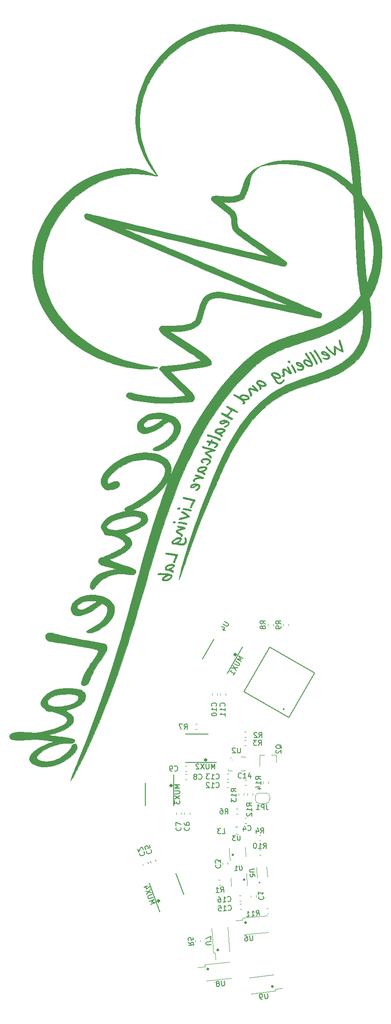
<source format=gbo>
G04 #@! TF.GenerationSoftware,KiCad,Pcbnew,(5.0.0)*
G04 #@! TF.CreationDate,2019-11-18T10:43:10+01:00*
G04 #@! TF.ProjectId,Insole_PCB,496E736F6C655F5043422E6B69636164,rev?*
G04 #@! TF.SameCoordinates,Original*
G04 #@! TF.FileFunction,Legend,Bot*
G04 #@! TF.FilePolarity,Positive*
%FSLAX46Y46*%
G04 Gerber Fmt 4.6, Leading zero omitted, Abs format (unit mm)*
G04 Created by KiCad (PCBNEW (5.0.0)) date 11/18/19 10:43:10*
%MOMM*%
%LPD*%
G01*
G04 APERTURE LIST*
%ADD10C,0.200000*%
%ADD11C,0.100000*%
%ADD12C,0.120000*%
%ADD13C,0.400000*%
%ADD14C,0.150000*%
%ADD15C,0.300000*%
%ADD16C,0.010000*%
G04 APERTURE END LIST*
D10*
G04 #@! TO.C,U2*
X187229453Y-166200707D02*
G75*
G03X187229453Y-166200707I0J0D01*
G01*
D11*
X189629453Y-165600707D02*
X189629453Y-165820707D01*
X188909453Y-165600707D02*
X189629453Y-165600707D01*
X189629453Y-168300707D02*
X188909453Y-168300707D01*
X189629453Y-168080707D02*
X189629453Y-168300707D01*
X186429453Y-168300707D02*
X186429453Y-168080707D01*
X186429453Y-168300707D02*
X187149453Y-168300707D01*
X186729453Y-166000707D02*
X187079453Y-165650707D01*
D12*
G04 #@! TO.C,C1*
X190809340Y-192523900D02*
X190832050Y-192848665D01*
X191826856Y-192452749D02*
X191849566Y-192777514D01*
G04 #@! TO.C,C2*
X169844536Y-186422175D02*
X169955883Y-186728099D01*
X170803023Y-186073315D02*
X170914370Y-186379239D01*
G04 #@! TO.C,C3*
X186336058Y-186470151D02*
X186319020Y-186145039D01*
X185317456Y-186523533D02*
X185300418Y-186198421D01*
G04 #@! TO.C,C4*
X189688228Y-178565887D02*
X190012993Y-178543177D01*
X189617077Y-177548371D02*
X189941842Y-177525661D01*
G04 #@! TO.C,C5*
X171294536Y-185872175D02*
X171405883Y-186178099D01*
X172253023Y-185523315D02*
X172364370Y-185829239D01*
G04 #@! TO.C,C6*
X178939453Y-176800986D02*
X178939453Y-176475428D01*
X177919453Y-176800986D02*
X177919453Y-176475428D01*
G04 #@! TO.C,C7*
X177339453Y-176813486D02*
X177339453Y-176487928D01*
X176319453Y-176813486D02*
X176319453Y-176487928D01*
G04 #@! TO.C,C8*
X178379732Y-169040707D02*
X178054174Y-169040707D01*
X178379732Y-170060707D02*
X178054174Y-170060707D01*
G04 #@! TO.C,C9*
X178379732Y-167440707D02*
X178054174Y-167440707D01*
X178379732Y-168460707D02*
X178054174Y-168460707D01*
G04 #@! TO.C,C10*
X184314453Y-153675986D02*
X184314453Y-153350428D01*
X183294453Y-153675986D02*
X183294453Y-153350428D01*
G04 #@! TO.C,C11*
X185939453Y-153688486D02*
X185939453Y-153362928D01*
X184919453Y-153688486D02*
X184919453Y-153362928D01*
G04 #@! TO.C,C12*
X186179174Y-171560707D02*
X186504732Y-171560707D01*
X186179174Y-170540707D02*
X186504732Y-170540707D01*
G04 #@! TO.C,C13*
X186179174Y-169960707D02*
X186504732Y-169960707D01*
X186179174Y-168940707D02*
X186504732Y-168940707D01*
G04 #@! TO.C,C14*
X189992232Y-170140707D02*
X189666674Y-170140707D01*
X189992232Y-171160707D02*
X189666674Y-171160707D01*
G04 #@! TO.C,JP1*
X192379453Y-172650707D02*
X193779453Y-172650707D01*
X194479453Y-173350707D02*
X194479453Y-173950707D01*
X193779453Y-174650707D02*
X192379453Y-174650707D01*
X191679453Y-173950707D02*
X191679453Y-173350707D01*
X191679453Y-173350707D02*
G75*
G02X192379453Y-172650707I700000J0D01*
G01*
X192379453Y-174650707D02*
G75*
G02X191679453Y-173950707I0J700000D01*
G01*
X194479453Y-173950707D02*
G75*
G02X193779453Y-174650707I-700000J0D01*
G01*
X193779453Y-172650707D02*
G75*
G02X194479453Y-173350707I0J-700000D01*
G01*
G04 #@! TO.C,L3*
X187845861Y-180648700D02*
X188367093Y-180612253D01*
X187746807Y-179232161D02*
X188268039Y-179195714D01*
D13*
G04 #@! TO.C,MUX1*
X187929425Y-145828464D02*
G75*
G03X187929425Y-145828464I-158114J0D01*
G01*
D14*
X189241824Y-144281461D02*
X186254324Y-149455963D01*
X183669534Y-142882951D02*
X181469534Y-146693463D01*
D13*
G04 #@! TO.C,MUX2*
X182187567Y-166250707D02*
G75*
G03X182187567Y-166250707I-158114J0D01*
G01*
D14*
X184104453Y-166750707D02*
X178129453Y-166750707D01*
X182529453Y-161225707D02*
X178129453Y-161225707D01*
D13*
G04 #@! TO.C,MUX3*
X175487567Y-171200707D02*
G75*
G03X175487567Y-171200707I-158114J0D01*
G01*
D14*
X175829453Y-169125707D02*
X175829453Y-175100707D01*
X170304453Y-170700707D02*
X170304453Y-175100707D01*
D13*
G04 #@! TO.C,MUX4*
X173057708Y-193584831D02*
G75*
G03X173057708Y-193584831I-158114J0D01*
G01*
D14*
X173139440Y-195705703D02*
X171095869Y-190091040D01*
X177792560Y-192336026D02*
X176287671Y-188201378D01*
D12*
G04 #@! TO.C,Q2*
X195709453Y-165290707D02*
X195709453Y-166750707D01*
X192549453Y-165290707D02*
X192549453Y-167450707D01*
X192549453Y-165290707D02*
X193479453Y-165290707D01*
X195709453Y-165290707D02*
X194779453Y-165290707D01*
G04 #@! TO.C,R1*
X184822260Y-189514594D02*
X184497495Y-189537304D01*
X184893411Y-190532110D02*
X184568646Y-190554820D01*
G04 #@! TO.C,R2*
X189904732Y-160840707D02*
X189579174Y-160840707D01*
X189904732Y-161860707D02*
X189579174Y-161860707D01*
G04 #@! TO.C,R3*
X189892232Y-162440707D02*
X189566674Y-162440707D01*
X189892232Y-163460707D02*
X189566674Y-163460707D01*
G04 #@! TO.C,R4*
X192406674Y-181908707D02*
X192732232Y-181908707D01*
X192406674Y-180888707D02*
X192732232Y-180888707D01*
G04 #@! TO.C,R5*
X181049566Y-201477514D02*
X181026856Y-201152749D01*
X180032050Y-201548665D02*
X180009340Y-201223900D01*
G04 #@! TO.C,R6*
X188304732Y-175740707D02*
X187979174Y-175740707D01*
X188304732Y-176760707D02*
X187979174Y-176760707D01*
G04 #@! TO.C,R7*
X180392232Y-159290707D02*
X180066674Y-159290707D01*
X180392232Y-160310707D02*
X180066674Y-160310707D01*
G04 #@! TO.C,R8*
X195139453Y-140200986D02*
X195139453Y-139875428D01*
X194119453Y-140200986D02*
X194119453Y-139875428D01*
G04 #@! TO.C,R9*
X198139453Y-140213486D02*
X198139453Y-139887928D01*
X197119453Y-140213486D02*
X197119453Y-139887928D01*
G04 #@! TO.C,R10*
X192757732Y-183682707D02*
X192432174Y-183682707D01*
X192757732Y-184702707D02*
X192432174Y-184702707D01*
G04 #@! TO.C,R11*
X193927240Y-196072953D02*
X194251559Y-196044579D01*
X193838341Y-195056835D02*
X194162660Y-195028461D01*
G04 #@! TO.C,R12*
X191139453Y-173100986D02*
X191139453Y-172775428D01*
X190119453Y-173100986D02*
X190119453Y-172775428D01*
G04 #@! TO.C,R13*
X188419453Y-172787928D02*
X188419453Y-173113486D01*
X189439453Y-172787928D02*
X189439453Y-173113486D01*
G04 #@! TO.C,R14*
X194239453Y-170825986D02*
X194239453Y-170500428D01*
X193219453Y-170825986D02*
X193219453Y-170500428D01*
D13*
G04 #@! TO.C,U1*
X189457217Y-189401536D02*
G75*
G03X189457217Y-189401536I0J0D01*
G01*
D12*
X190083439Y-190650474D02*
X189956263Y-188223804D01*
X186925535Y-189053557D02*
X187017647Y-190811145D01*
D13*
G04 #@! TO.C,U3*
X187251689Y-184599878D02*
G75*
G03X187251689Y-184599878I0J0D01*
G01*
D12*
X186625467Y-183350940D02*
X186752643Y-185777610D01*
X189783371Y-184947857D02*
X189691259Y-183190269D01*
D15*
G04 #@! TO.C,U4*
X197202977Y-156378015D02*
G75*
G03X197202977Y-156378015I0J0D01*
G01*
D14*
X189496665Y-153025738D02*
X198156919Y-158025738D01*
X194496665Y-144365484D02*
X189496665Y-153025738D01*
X203156919Y-149365484D02*
X194496665Y-144365484D01*
X198156919Y-158025738D02*
X203156919Y-149365484D01*
D10*
G04 #@! TO.C,U5*
X192420672Y-190044665D02*
G75*
G03X192620184Y-190030713I99756J6976D01*
G01*
X192620185Y-190030713D02*
G75*
G03X192420671Y-190044665I-99757J-6976D01*
G01*
X192620184Y-190030713D02*
X192620184Y-190030713D01*
X192420671Y-190044665D02*
X192420671Y-190044665D01*
D11*
X193907261Y-186933386D02*
X194046774Y-188928515D01*
X191912132Y-187072899D02*
X192051645Y-189068028D01*
D13*
G04 #@! TO.C,U6*
X189850742Y-197768776D02*
G75*
G03X189850742Y-197768776I-70710J0D01*
G01*
D12*
X189478906Y-200063754D02*
X194260641Y-199645407D01*
X189200008Y-196875931D02*
X193981743Y-196457584D01*
X189234870Y-197274409D02*
X187840198Y-197396427D01*
X189200008Y-196875931D02*
X189234870Y-197274409D01*
D13*
G04 #@! TO.C,U7*
X184484284Y-203091420D02*
G75*
G03X184484284Y-203091420I-70710J0D01*
G01*
D12*
X186702947Y-203432553D02*
X186368116Y-198644245D01*
X183510742Y-203655775D02*
X183175911Y-198867466D01*
X183909767Y-203627871D02*
X184007426Y-205024461D01*
X183510742Y-203655775D02*
X183909767Y-203627871D01*
D13*
G04 #@! TO.C,U8*
X182542628Y-206802872D02*
G75*
G03X182542628Y-206802872I-70710J0D01*
G01*
D12*
X182210891Y-209102756D02*
X186984596Y-208601019D01*
X181876400Y-205920285D02*
X186650105Y-205418549D01*
X181918212Y-206318094D02*
X180525881Y-206464434D01*
X181876400Y-205920285D02*
X181918212Y-206318094D01*
D13*
G04 #@! TO.C,U9*
X195065217Y-210164310D02*
G75*
G03X195065217Y-210164310I-70711J0D01*
G01*
D12*
X195215354Y-207860221D02*
X190451133Y-208445194D01*
X195605336Y-211036369D02*
X190841113Y-211621342D01*
X195556588Y-210639350D02*
X196946153Y-210468733D01*
X195605336Y-211036369D02*
X195556588Y-210639350D01*
G04 #@! TO.C,C15*
X188970678Y-194135527D02*
X188645913Y-194158237D01*
X189041829Y-195153043D02*
X188717064Y-195175753D01*
G04 #@! TO.C,C16*
X188851259Y-192565593D02*
X188526494Y-192588303D01*
X188922410Y-193583109D02*
X188597645Y-193605819D01*
D16*
G04 #@! TO.C,G\002A\002A\002A*
G36*
X149112405Y-65573456D02*
X148754659Y-67018044D01*
X148518872Y-68480493D01*
X148499338Y-68653444D01*
X148400924Y-70145371D01*
X148427676Y-71622891D01*
X148578119Y-73081054D01*
X148850770Y-74514912D01*
X149244150Y-75919514D01*
X149756782Y-77289911D01*
X150387183Y-78621156D01*
X151133877Y-79908298D01*
X151995383Y-81146389D01*
X152380550Y-81637576D01*
X153423825Y-82828057D01*
X154573820Y-83961664D01*
X155820006Y-85030338D01*
X157151857Y-86026014D01*
X158558845Y-86940633D01*
X160030444Y-87766132D01*
X161016385Y-88250976D01*
X161382963Y-88410999D01*
X161840692Y-88594323D01*
X162365624Y-88792748D01*
X162933807Y-88998072D01*
X163521290Y-89202091D01*
X164104125Y-89396602D01*
X164658358Y-89573405D01*
X165160040Y-89724295D01*
X165585222Y-89841070D01*
X165828246Y-89898928D01*
X166730448Y-90075501D01*
X167646548Y-90222308D01*
X168548272Y-90336121D01*
X169407346Y-90413712D01*
X170195496Y-90451852D01*
X170685228Y-90453440D01*
X171082115Y-90437970D01*
X171490806Y-90408649D01*
X171881219Y-90368842D01*
X172223274Y-90321913D01*
X172486891Y-90271223D01*
X172596898Y-90239691D01*
X172791259Y-90169843D01*
X172606258Y-90100260D01*
X172472323Y-90063969D01*
X172244459Y-90016614D01*
X171954569Y-89964333D01*
X171634964Y-89913329D01*
X169763479Y-89592809D01*
X167992489Y-89203423D01*
X166313668Y-88741781D01*
X164718694Y-88204495D01*
X163199239Y-87588174D01*
X161746978Y-86889432D01*
X160353588Y-86104876D01*
X159010743Y-85231117D01*
X157710116Y-84264768D01*
X157656674Y-84222409D01*
X156470809Y-83216637D01*
X155378701Y-82160122D01*
X154386292Y-81060215D01*
X153499524Y-79924262D01*
X152724341Y-78759612D01*
X152066683Y-77573610D01*
X151769981Y-76943799D01*
X151266751Y-75650423D01*
X150882248Y-74317150D01*
X150617101Y-72950791D01*
X150471940Y-71558160D01*
X150447394Y-70146072D01*
X150544092Y-68721339D01*
X150762663Y-67290775D01*
X150842597Y-66904672D01*
X150971082Y-66395142D01*
X151147583Y-65807394D01*
X151359869Y-65175010D01*
X151595709Y-64531571D01*
X151842875Y-63910660D01*
X152089135Y-63345860D01*
X152287632Y-62936865D01*
X153060580Y-61568099D01*
X153919330Y-60282347D01*
X154858843Y-59083187D01*
X155874077Y-57974199D01*
X156959994Y-56958966D01*
X158111554Y-56041066D01*
X159323717Y-55224080D01*
X160591443Y-54511587D01*
X161909692Y-53907169D01*
X163273424Y-53414406D01*
X164677601Y-53036878D01*
X166117182Y-52778164D01*
X166682570Y-52710710D01*
X167706965Y-52633181D01*
X168713577Y-52615619D01*
X169731985Y-52659532D01*
X170791775Y-52766427D01*
X171922530Y-52937809D01*
X172232955Y-52993330D01*
X172469070Y-53035442D01*
X172595721Y-53051412D01*
X172628167Y-53039031D01*
X172581668Y-52996094D01*
X172518275Y-52952068D01*
X172346806Y-52856256D01*
X172078819Y-52731139D01*
X171738769Y-52586074D01*
X171351109Y-52430416D01*
X170940295Y-52273523D01*
X170530780Y-52124751D01*
X170147019Y-51993457D01*
X169813466Y-51888996D01*
X169571054Y-51824428D01*
X168414245Y-51622674D01*
X167213737Y-51532683D01*
X165980350Y-51551511D01*
X164724902Y-51676214D01*
X163458207Y-51903848D01*
X162191084Y-52231472D01*
X160934350Y-52656142D01*
X159698824Y-53174913D01*
X158495320Y-53784845D01*
X157334657Y-54482993D01*
X156227652Y-55266414D01*
X155862035Y-55554417D01*
X154679473Y-56587722D01*
X153585348Y-57698530D01*
X152583848Y-58879386D01*
X151679165Y-60122834D01*
X150875490Y-61421422D01*
X150177010Y-62767690D01*
X149587919Y-64154187D01*
X149112405Y-65573456D01*
X149112405Y-65573456D01*
G37*
X149112405Y-65573456D02*
X148754659Y-67018044D01*
X148518872Y-68480493D01*
X148499338Y-68653444D01*
X148400924Y-70145371D01*
X148427676Y-71622891D01*
X148578119Y-73081054D01*
X148850770Y-74514912D01*
X149244150Y-75919514D01*
X149756782Y-77289911D01*
X150387183Y-78621156D01*
X151133877Y-79908298D01*
X151995383Y-81146389D01*
X152380550Y-81637576D01*
X153423825Y-82828057D01*
X154573820Y-83961664D01*
X155820006Y-85030338D01*
X157151857Y-86026014D01*
X158558845Y-86940633D01*
X160030444Y-87766132D01*
X161016385Y-88250976D01*
X161382963Y-88410999D01*
X161840692Y-88594323D01*
X162365624Y-88792748D01*
X162933807Y-88998072D01*
X163521290Y-89202091D01*
X164104125Y-89396602D01*
X164658358Y-89573405D01*
X165160040Y-89724295D01*
X165585222Y-89841070D01*
X165828246Y-89898928D01*
X166730448Y-90075501D01*
X167646548Y-90222308D01*
X168548272Y-90336121D01*
X169407346Y-90413712D01*
X170195496Y-90451852D01*
X170685228Y-90453440D01*
X171082115Y-90437970D01*
X171490806Y-90408649D01*
X171881219Y-90368842D01*
X172223274Y-90321913D01*
X172486891Y-90271223D01*
X172596898Y-90239691D01*
X172791259Y-90169843D01*
X172606258Y-90100260D01*
X172472323Y-90063969D01*
X172244459Y-90016614D01*
X171954569Y-89964333D01*
X171634964Y-89913329D01*
X169763479Y-89592809D01*
X167992489Y-89203423D01*
X166313668Y-88741781D01*
X164718694Y-88204495D01*
X163199239Y-87588174D01*
X161746978Y-86889432D01*
X160353588Y-86104876D01*
X159010743Y-85231117D01*
X157710116Y-84264768D01*
X157656674Y-84222409D01*
X156470809Y-83216637D01*
X155378701Y-82160122D01*
X154386292Y-81060215D01*
X153499524Y-79924262D01*
X152724341Y-78759612D01*
X152066683Y-77573610D01*
X151769981Y-76943799D01*
X151266751Y-75650423D01*
X150882248Y-74317150D01*
X150617101Y-72950791D01*
X150471940Y-71558160D01*
X150447394Y-70146072D01*
X150544092Y-68721339D01*
X150762663Y-67290775D01*
X150842597Y-66904672D01*
X150971082Y-66395142D01*
X151147583Y-65807394D01*
X151359869Y-65175010D01*
X151595709Y-64531571D01*
X151842875Y-63910660D01*
X152089135Y-63345860D01*
X152287632Y-62936865D01*
X153060580Y-61568099D01*
X153919330Y-60282347D01*
X154858843Y-59083187D01*
X155874077Y-57974199D01*
X156959994Y-56958966D01*
X158111554Y-56041066D01*
X159323717Y-55224080D01*
X160591443Y-54511587D01*
X161909692Y-53907169D01*
X163273424Y-53414406D01*
X164677601Y-53036878D01*
X166117182Y-52778164D01*
X166682570Y-52710710D01*
X167706965Y-52633181D01*
X168713577Y-52615619D01*
X169731985Y-52659532D01*
X170791775Y-52766427D01*
X171922530Y-52937809D01*
X172232955Y-52993330D01*
X172469070Y-53035442D01*
X172595721Y-53051412D01*
X172628167Y-53039031D01*
X172581668Y-52996094D01*
X172518275Y-52952068D01*
X172346806Y-52856256D01*
X172078819Y-52731139D01*
X171738769Y-52586074D01*
X171351109Y-52430416D01*
X170940295Y-52273523D01*
X170530780Y-52124751D01*
X170147019Y-51993457D01*
X169813466Y-51888996D01*
X169571054Y-51824428D01*
X168414245Y-51622674D01*
X167213737Y-51532683D01*
X165980350Y-51551511D01*
X164724902Y-51676214D01*
X163458207Y-51903848D01*
X162191084Y-52231472D01*
X160934350Y-52656142D01*
X159698824Y-53174913D01*
X158495320Y-53784845D01*
X157334657Y-54482993D01*
X156227652Y-55266414D01*
X155862035Y-55554417D01*
X154679473Y-56587722D01*
X153585348Y-57698530D01*
X152583848Y-58879386D01*
X151679165Y-60122834D01*
X150875490Y-61421422D01*
X150177010Y-62767690D01*
X149587919Y-64154187D01*
X149112405Y-65573456D01*
G36*
X155847207Y-136923280D02*
X155907919Y-137318574D01*
X156092610Y-137690347D01*
X156155364Y-137775643D01*
X156407577Y-138000942D01*
X156746579Y-138162316D01*
X157144649Y-138250760D01*
X157574065Y-138257272D01*
X157623389Y-138252451D01*
X158155261Y-138153345D01*
X158720115Y-137966933D01*
X159326093Y-137689199D01*
X159981334Y-137316133D01*
X160693980Y-136843720D01*
X161145567Y-136516097D01*
X161928431Y-135931890D01*
X162270662Y-136085245D01*
X162614218Y-136297959D01*
X162853241Y-136576472D01*
X162986694Y-136912980D01*
X163013542Y-137299681D01*
X162932747Y-137728770D01*
X162743276Y-138192444D01*
X162587002Y-138468019D01*
X162213703Y-138983589D01*
X161754766Y-139463619D01*
X161200219Y-139916107D01*
X160540092Y-140349056D01*
X159764409Y-140770465D01*
X159641303Y-140831306D01*
X159364229Y-140972760D01*
X159130565Y-141103480D01*
X158963562Y-141209643D01*
X158886473Y-141277422D01*
X158884767Y-141281096D01*
X158905893Y-141389508D01*
X159029404Y-141494598D01*
X159231395Y-141579642D01*
X159353954Y-141609345D01*
X159639827Y-141615397D01*
X160002802Y-141547216D01*
X160423249Y-141412861D01*
X160881539Y-141220390D01*
X161358039Y-140977862D01*
X161833123Y-140693337D01*
X162197566Y-140441933D01*
X162628294Y-140108948D01*
X162985512Y-139792088D01*
X163310140Y-139452392D01*
X163595210Y-139111342D01*
X163781882Y-138836118D01*
X163966932Y-138492483D01*
X164134100Y-138118532D01*
X164267131Y-137752364D01*
X164349767Y-137432074D01*
X164366979Y-137302824D01*
X164347645Y-136764631D01*
X164208760Y-136268023D01*
X163950031Y-135812472D01*
X163571165Y-135397448D01*
X163124366Y-135056266D01*
X162780530Y-134867243D01*
X162346992Y-134683267D01*
X161860878Y-134515942D01*
X161359318Y-134376874D01*
X161225893Y-134349291D01*
X160815974Y-135475535D01*
X160869351Y-135499954D01*
X160878887Y-135532258D01*
X160830324Y-135586096D01*
X160709403Y-135675114D01*
X160501867Y-135812959D01*
X160381960Y-135890959D01*
X159763737Y-136279881D01*
X159229887Y-136587527D01*
X158770538Y-136817743D01*
X158375812Y-136974373D01*
X158035834Y-137061265D01*
X157740728Y-137082264D01*
X157480619Y-137041213D01*
X157451095Y-137032238D01*
X157233308Y-136915033D01*
X157126453Y-136745548D01*
X157131320Y-136534721D01*
X157248695Y-136293495D01*
X157385808Y-136125456D01*
X157695206Y-135875519D01*
X158104225Y-135666702D01*
X158589578Y-135508159D01*
X159127978Y-135409047D01*
X159237799Y-135397364D01*
X159623037Y-135374748D01*
X160014294Y-135375111D01*
X160375688Y-135396674D01*
X160671330Y-135437662D01*
X160815974Y-135475535D01*
X161225893Y-134349291D01*
X160879439Y-134277669D01*
X160485554Y-134231380D01*
X159720644Y-134231421D01*
X158986016Y-134318552D01*
X158295024Y-134487155D01*
X157661019Y-134731610D01*
X157097355Y-135046299D01*
X156617385Y-135425606D01*
X156234463Y-135863910D01*
X156098227Y-136077388D01*
X155910601Y-136508281D01*
X155847207Y-136923280D01*
X155847207Y-136923280D01*
G37*
X155847207Y-136923280D02*
X155907919Y-137318574D01*
X156092610Y-137690347D01*
X156155364Y-137775643D01*
X156407577Y-138000942D01*
X156746579Y-138162316D01*
X157144649Y-138250760D01*
X157574065Y-138257272D01*
X157623389Y-138252451D01*
X158155261Y-138153345D01*
X158720115Y-137966933D01*
X159326093Y-137689199D01*
X159981334Y-137316133D01*
X160693980Y-136843720D01*
X161145567Y-136516097D01*
X161928431Y-135931890D01*
X162270662Y-136085245D01*
X162614218Y-136297959D01*
X162853241Y-136576472D01*
X162986694Y-136912980D01*
X163013542Y-137299681D01*
X162932747Y-137728770D01*
X162743276Y-138192444D01*
X162587002Y-138468019D01*
X162213703Y-138983589D01*
X161754766Y-139463619D01*
X161200219Y-139916107D01*
X160540092Y-140349056D01*
X159764409Y-140770465D01*
X159641303Y-140831306D01*
X159364229Y-140972760D01*
X159130565Y-141103480D01*
X158963562Y-141209643D01*
X158886473Y-141277422D01*
X158884767Y-141281096D01*
X158905893Y-141389508D01*
X159029404Y-141494598D01*
X159231395Y-141579642D01*
X159353954Y-141609345D01*
X159639827Y-141615397D01*
X160002802Y-141547216D01*
X160423249Y-141412861D01*
X160881539Y-141220390D01*
X161358039Y-140977862D01*
X161833123Y-140693337D01*
X162197566Y-140441933D01*
X162628294Y-140108948D01*
X162985512Y-139792088D01*
X163310140Y-139452392D01*
X163595210Y-139111342D01*
X163781882Y-138836118D01*
X163966932Y-138492483D01*
X164134100Y-138118532D01*
X164267131Y-137752364D01*
X164349767Y-137432074D01*
X164366979Y-137302824D01*
X164347645Y-136764631D01*
X164208760Y-136268023D01*
X163950031Y-135812472D01*
X163571165Y-135397448D01*
X163124366Y-135056266D01*
X162780530Y-134867243D01*
X162346992Y-134683267D01*
X161860878Y-134515942D01*
X161359318Y-134376874D01*
X161225893Y-134349291D01*
X160815974Y-135475535D01*
X160869351Y-135499954D01*
X160878887Y-135532258D01*
X160830324Y-135586096D01*
X160709403Y-135675114D01*
X160501867Y-135812959D01*
X160381960Y-135890959D01*
X159763737Y-136279881D01*
X159229887Y-136587527D01*
X158770538Y-136817743D01*
X158375812Y-136974373D01*
X158035834Y-137061265D01*
X157740728Y-137082264D01*
X157480619Y-137041213D01*
X157451095Y-137032238D01*
X157233308Y-136915033D01*
X157126453Y-136745548D01*
X157131320Y-136534721D01*
X157248695Y-136293495D01*
X157385808Y-136125456D01*
X157695206Y-135875519D01*
X158104225Y-135666702D01*
X158589578Y-135508159D01*
X159127978Y-135409047D01*
X159237799Y-135397364D01*
X159623037Y-135374748D01*
X160014294Y-135375111D01*
X160375688Y-135396674D01*
X160671330Y-135437662D01*
X160815974Y-135475535D01*
X161225893Y-134349291D01*
X160879439Y-134277669D01*
X160485554Y-134231380D01*
X159720644Y-134231421D01*
X158986016Y-134318552D01*
X158295024Y-134487155D01*
X157661019Y-134731610D01*
X157097355Y-135046299D01*
X156617385Y-135425606D01*
X156234463Y-135863910D01*
X156098227Y-136077388D01*
X155910601Y-136508281D01*
X155847207Y-136923280D01*
G36*
X168704942Y-101430604D02*
X168693402Y-101534830D01*
X168715899Y-101800819D01*
X168805614Y-102100961D01*
X168941619Y-102381116D01*
X169098761Y-102583289D01*
X169337194Y-102742305D01*
X169653231Y-102869813D01*
X169998416Y-102949725D01*
X170259097Y-102968629D01*
X170766012Y-102909504D01*
X171335696Y-102747709D01*
X171961103Y-102486661D01*
X172635181Y-102129778D01*
X173350884Y-101680475D01*
X174101165Y-101142172D01*
X174229904Y-101043403D01*
X174475235Y-100856582D01*
X174645882Y-100738474D01*
X174765639Y-100677597D01*
X174858302Y-100662475D01*
X174947668Y-100681626D01*
X174966240Y-100688194D01*
X175331412Y-100885020D01*
X175611863Y-101176352D01*
X175740542Y-101399987D01*
X175852473Y-101755717D01*
X175859580Y-102128607D01*
X175759574Y-102529607D01*
X175550164Y-102969660D01*
X175343480Y-103297703D01*
X174953974Y-103799803D01*
X174498041Y-104256401D01*
X173960359Y-104679626D01*
X173325607Y-105081604D01*
X172617278Y-105455558D01*
X172243937Y-105642776D01*
X171980173Y-105789564D01*
X171818654Y-105905090D01*
X171752043Y-105998523D01*
X171773006Y-106079029D01*
X171874205Y-106155778D01*
X172005879Y-106219701D01*
X172238910Y-106294765D01*
X172487280Y-106314125D01*
X172771330Y-106274155D01*
X173111399Y-106171233D01*
X173527826Y-106001737D01*
X173720927Y-105914211D01*
X174462698Y-105524817D01*
X175134276Y-105080108D01*
X175727188Y-104589661D01*
X176232959Y-104063055D01*
X176643117Y-103509868D01*
X176949188Y-102939679D01*
X177142698Y-102362064D01*
X177205153Y-101975742D01*
X177188301Y-101471090D01*
X177052237Y-100981018D01*
X176804742Y-100521412D01*
X176453600Y-100108154D01*
X176174989Y-99873044D01*
X175873495Y-99686984D01*
X175480109Y-99498454D01*
X175029103Y-99319536D01*
X174554749Y-99162307D01*
X174152690Y-99055197D01*
X173738655Y-100192750D01*
X173757845Y-100231988D01*
X173699972Y-100280510D01*
X173551652Y-100382332D01*
X173331331Y-100525403D01*
X173057458Y-100697676D01*
X172841373Y-100830642D01*
X172256363Y-101174798D01*
X171756783Y-101439654D01*
X171331985Y-101628965D01*
X170971327Y-101746487D01*
X170664160Y-101795976D01*
X170399840Y-101781191D01*
X170256474Y-101742705D01*
X170073861Y-101618658D01*
X169979654Y-101428275D01*
X169984502Y-101205636D01*
X170043993Y-101062825D01*
X170304262Y-100742001D01*
X170670554Y-100481854D01*
X171145760Y-100280694D01*
X171576365Y-100167313D01*
X171840520Y-100125444D01*
X172151067Y-100097770D01*
X172485683Y-100083628D01*
X172822052Y-100082357D01*
X173137852Y-100093296D01*
X173410765Y-100115781D01*
X173618473Y-100149154D01*
X173738655Y-100192750D01*
X174152690Y-99055197D01*
X174091320Y-99038849D01*
X173673085Y-98961241D01*
X173549556Y-98947641D01*
X172771343Y-98917787D01*
X172060275Y-98973577D01*
X171385004Y-99120480D01*
X170714181Y-99363965D01*
X170438671Y-99490307D01*
X169885540Y-99805364D01*
X169428332Y-100165441D01*
X169074315Y-100562018D01*
X168830761Y-100986579D01*
X168704942Y-101430604D01*
X168704942Y-101430604D01*
G37*
X168704942Y-101430604D02*
X168693402Y-101534830D01*
X168715899Y-101800819D01*
X168805614Y-102100961D01*
X168941619Y-102381116D01*
X169098761Y-102583289D01*
X169337194Y-102742305D01*
X169653231Y-102869813D01*
X169998416Y-102949725D01*
X170259097Y-102968629D01*
X170766012Y-102909504D01*
X171335696Y-102747709D01*
X171961103Y-102486661D01*
X172635181Y-102129778D01*
X173350884Y-101680475D01*
X174101165Y-101142172D01*
X174229904Y-101043403D01*
X174475235Y-100856582D01*
X174645882Y-100738474D01*
X174765639Y-100677597D01*
X174858302Y-100662475D01*
X174947668Y-100681626D01*
X174966240Y-100688194D01*
X175331412Y-100885020D01*
X175611863Y-101176352D01*
X175740542Y-101399987D01*
X175852473Y-101755717D01*
X175859580Y-102128607D01*
X175759574Y-102529607D01*
X175550164Y-102969660D01*
X175343480Y-103297703D01*
X174953974Y-103799803D01*
X174498041Y-104256401D01*
X173960359Y-104679626D01*
X173325607Y-105081604D01*
X172617278Y-105455558D01*
X172243937Y-105642776D01*
X171980173Y-105789564D01*
X171818654Y-105905090D01*
X171752043Y-105998523D01*
X171773006Y-106079029D01*
X171874205Y-106155778D01*
X172005879Y-106219701D01*
X172238910Y-106294765D01*
X172487280Y-106314125D01*
X172771330Y-106274155D01*
X173111399Y-106171233D01*
X173527826Y-106001737D01*
X173720927Y-105914211D01*
X174462698Y-105524817D01*
X175134276Y-105080108D01*
X175727188Y-104589661D01*
X176232959Y-104063055D01*
X176643117Y-103509868D01*
X176949188Y-102939679D01*
X177142698Y-102362064D01*
X177205153Y-101975742D01*
X177188301Y-101471090D01*
X177052237Y-100981018D01*
X176804742Y-100521412D01*
X176453600Y-100108154D01*
X176174989Y-99873044D01*
X175873495Y-99686984D01*
X175480109Y-99498454D01*
X175029103Y-99319536D01*
X174554749Y-99162307D01*
X174152690Y-99055197D01*
X173738655Y-100192750D01*
X173757845Y-100231988D01*
X173699972Y-100280510D01*
X173551652Y-100382332D01*
X173331331Y-100525403D01*
X173057458Y-100697676D01*
X172841373Y-100830642D01*
X172256363Y-101174798D01*
X171756783Y-101439654D01*
X171331985Y-101628965D01*
X170971327Y-101746487D01*
X170664160Y-101795976D01*
X170399840Y-101781191D01*
X170256474Y-101742705D01*
X170073861Y-101618658D01*
X169979654Y-101428275D01*
X169984502Y-101205636D01*
X170043993Y-101062825D01*
X170304262Y-100742001D01*
X170670554Y-100481854D01*
X171145760Y-100280694D01*
X171576365Y-100167313D01*
X171840520Y-100125444D01*
X172151067Y-100097770D01*
X172485683Y-100083628D01*
X172822052Y-100082357D01*
X173137852Y-100093296D01*
X173410765Y-100115781D01*
X173618473Y-100149154D01*
X173738655Y-100192750D01*
X174152690Y-99055197D01*
X174091320Y-99038849D01*
X173673085Y-98961241D01*
X173549556Y-98947641D01*
X172771343Y-98917787D01*
X172060275Y-98973577D01*
X171385004Y-99120480D01*
X170714181Y-99363965D01*
X170438671Y-99490307D01*
X169885540Y-99805364D01*
X169428332Y-100165441D01*
X169074315Y-100562018D01*
X168830761Y-100986579D01*
X168704942Y-101430604D01*
G36*
X150927403Y-142240766D02*
X150944864Y-142493967D01*
X151061765Y-142752669D01*
X151256021Y-142985499D01*
X151505542Y-143161080D01*
X151606028Y-143204738D01*
X151701980Y-143226149D01*
X151907224Y-143262575D01*
X152205280Y-143311407D01*
X152579671Y-143370039D01*
X153013917Y-143435863D01*
X153491538Y-143506269D01*
X153721002Y-143539438D01*
X154316630Y-143628228D01*
X154997736Y-143735176D01*
X155725216Y-143853794D01*
X156459962Y-143977597D01*
X157162868Y-144100096D01*
X157794827Y-144214803D01*
X157815577Y-144218671D01*
X158537761Y-144353771D01*
X159145255Y-144468810D01*
X159648272Y-144566693D01*
X160057028Y-144650325D01*
X160381738Y-144722608D01*
X160632616Y-144786448D01*
X160819879Y-144844749D01*
X160953740Y-144900417D01*
X161044415Y-144956353D01*
X161102118Y-145015464D01*
X161137066Y-145080653D01*
X161159473Y-145154826D01*
X161163228Y-145170488D01*
X161169116Y-145275056D01*
X161138133Y-145408310D01*
X161063730Y-145581999D01*
X160939356Y-145807878D01*
X160758463Y-146097697D01*
X160514500Y-146463208D01*
X160200918Y-146916163D01*
X160149179Y-146989944D01*
X159711473Y-147633050D01*
X159305391Y-148268494D01*
X158937047Y-148884383D01*
X158612560Y-149468825D01*
X158338044Y-150009928D01*
X158119616Y-150495802D01*
X157963394Y-150914556D01*
X157875492Y-151254296D01*
X157857963Y-151444641D01*
X157917730Y-151600891D01*
X158069976Y-151719971D01*
X158283041Y-151791498D01*
X158525260Y-151805085D01*
X158764969Y-151750348D01*
X158776037Y-151745753D01*
X158914061Y-151680073D01*
X159030813Y-151601644D01*
X159136636Y-151494296D01*
X159241873Y-151341857D01*
X159356865Y-151128155D01*
X159491955Y-150837020D01*
X159657486Y-150452280D01*
X159760340Y-150206698D01*
X159933891Y-149794394D01*
X160085812Y-149447435D01*
X160228395Y-149144011D01*
X160373933Y-148862318D01*
X160534719Y-148580547D01*
X160723044Y-148276892D01*
X160951205Y-147929545D01*
X161231490Y-147516701D01*
X161481075Y-147154199D01*
X161838714Y-146634638D01*
X162130070Y-146206258D01*
X162362288Y-145856622D01*
X162542511Y-145573289D01*
X162677885Y-145343820D01*
X162775555Y-145155777D01*
X162842664Y-144996720D01*
X162886358Y-144854211D01*
X162913780Y-144715811D01*
X162923873Y-144642224D01*
X162902110Y-144328752D01*
X162809154Y-144101425D01*
X162661276Y-143831506D01*
X162078563Y-143657310D01*
X161841172Y-143595622D01*
X161505979Y-143521366D01*
X161100885Y-143440057D01*
X160653792Y-143357210D01*
X160192604Y-143278341D01*
X160025892Y-143251574D01*
X159413206Y-143151265D01*
X158744338Y-143035034D01*
X158037076Y-142906470D01*
X157309208Y-142769164D01*
X156578522Y-142626708D01*
X155862806Y-142482691D01*
X155179850Y-142340705D01*
X154547441Y-142204341D01*
X153983366Y-142077189D01*
X153505416Y-141962841D01*
X153131376Y-141864887D01*
X153069908Y-141847379D01*
X152619043Y-141720007D01*
X152268733Y-141630344D01*
X151999255Y-141575321D01*
X151790885Y-141551867D01*
X151623903Y-141556920D01*
X151478584Y-141587409D01*
X151452038Y-141595744D01*
X151228487Y-141728125D01*
X151044523Y-141944279D01*
X150935241Y-142201063D01*
X150927403Y-142240766D01*
X150927403Y-142240766D01*
G37*
X150927403Y-142240766D02*
X150944864Y-142493967D01*
X151061765Y-142752669D01*
X151256021Y-142985499D01*
X151505542Y-143161080D01*
X151606028Y-143204738D01*
X151701980Y-143226149D01*
X151907224Y-143262575D01*
X152205280Y-143311407D01*
X152579671Y-143370039D01*
X153013917Y-143435863D01*
X153491538Y-143506269D01*
X153721002Y-143539438D01*
X154316630Y-143628228D01*
X154997736Y-143735176D01*
X155725216Y-143853794D01*
X156459962Y-143977597D01*
X157162868Y-144100096D01*
X157794827Y-144214803D01*
X157815577Y-144218671D01*
X158537761Y-144353771D01*
X159145255Y-144468810D01*
X159648272Y-144566693D01*
X160057028Y-144650325D01*
X160381738Y-144722608D01*
X160632616Y-144786448D01*
X160819879Y-144844749D01*
X160953740Y-144900417D01*
X161044415Y-144956353D01*
X161102118Y-145015464D01*
X161137066Y-145080653D01*
X161159473Y-145154826D01*
X161163228Y-145170488D01*
X161169116Y-145275056D01*
X161138133Y-145408310D01*
X161063730Y-145581999D01*
X160939356Y-145807878D01*
X160758463Y-146097697D01*
X160514500Y-146463208D01*
X160200918Y-146916163D01*
X160149179Y-146989944D01*
X159711473Y-147633050D01*
X159305391Y-148268494D01*
X158937047Y-148884383D01*
X158612560Y-149468825D01*
X158338044Y-150009928D01*
X158119616Y-150495802D01*
X157963394Y-150914556D01*
X157875492Y-151254296D01*
X157857963Y-151444641D01*
X157917730Y-151600891D01*
X158069976Y-151719971D01*
X158283041Y-151791498D01*
X158525260Y-151805085D01*
X158764969Y-151750348D01*
X158776037Y-151745753D01*
X158914061Y-151680073D01*
X159030813Y-151601644D01*
X159136636Y-151494296D01*
X159241873Y-151341857D01*
X159356865Y-151128155D01*
X159491955Y-150837020D01*
X159657486Y-150452280D01*
X159760340Y-150206698D01*
X159933891Y-149794394D01*
X160085812Y-149447435D01*
X160228395Y-149144011D01*
X160373933Y-148862318D01*
X160534719Y-148580547D01*
X160723044Y-148276892D01*
X160951205Y-147929545D01*
X161231490Y-147516701D01*
X161481075Y-147154199D01*
X161838714Y-146634638D01*
X162130070Y-146206258D01*
X162362288Y-145856622D01*
X162542511Y-145573289D01*
X162677885Y-145343820D01*
X162775555Y-145155777D01*
X162842664Y-144996720D01*
X162886358Y-144854211D01*
X162913780Y-144715811D01*
X162923873Y-144642224D01*
X162902110Y-144328752D01*
X162809154Y-144101425D01*
X162661276Y-143831506D01*
X162078563Y-143657310D01*
X161841172Y-143595622D01*
X161505979Y-143521366D01*
X161100885Y-143440057D01*
X160653792Y-143357210D01*
X160192604Y-143278341D01*
X160025892Y-143251574D01*
X159413206Y-143151265D01*
X158744338Y-143035034D01*
X158037076Y-142906470D01*
X157309208Y-142769164D01*
X156578522Y-142626708D01*
X155862806Y-142482691D01*
X155179850Y-142340705D01*
X154547441Y-142204341D01*
X153983366Y-142077189D01*
X153505416Y-141962841D01*
X153131376Y-141864887D01*
X153069908Y-141847379D01*
X152619043Y-141720007D01*
X152268733Y-141630344D01*
X151999255Y-141575321D01*
X151790885Y-141551867D01*
X151623903Y-141556920D01*
X151478584Y-141587409D01*
X151452038Y-141595744D01*
X151228487Y-141728125D01*
X151044523Y-141944279D01*
X150935241Y-142201063D01*
X150927403Y-142240766D01*
G36*
X143961660Y-161661064D02*
X143987530Y-161869562D01*
X144083032Y-162043172D01*
X144254431Y-162182956D01*
X144507995Y-162289980D01*
X144849989Y-162365305D01*
X145286678Y-162409997D01*
X145824330Y-162425117D01*
X146469210Y-162411732D01*
X147227584Y-162370903D01*
X147865117Y-162323682D01*
X148464105Y-162282657D01*
X148975388Y-162265416D01*
X149435966Y-162271700D01*
X149882837Y-162301253D01*
X149965265Y-162309083D01*
X150345692Y-162349223D01*
X150753057Y-162396424D01*
X151164942Y-162447633D01*
X151558929Y-162499804D01*
X151912598Y-162549885D01*
X152203532Y-162594830D01*
X152409310Y-162631588D01*
X152499555Y-162653762D01*
X152489085Y-162685429D01*
X152377884Y-162739373D01*
X152188053Y-162805610D01*
X152114145Y-162827820D01*
X151861226Y-162911131D01*
X151537072Y-163032133D01*
X151185146Y-163173988D01*
X150877596Y-163306913D01*
X150129623Y-163671781D01*
X149479193Y-164049051D01*
X148930778Y-164434566D01*
X148488848Y-164824171D01*
X148157875Y-165213713D01*
X147942328Y-165599034D01*
X147846680Y-165975981D01*
X147843152Y-166126988D01*
X147913911Y-166372391D01*
X148092197Y-166624615D01*
X148360295Y-166869427D01*
X148700490Y-167092588D01*
X149095068Y-167279863D01*
X149410624Y-167386682D01*
X150181429Y-167539300D01*
X150991357Y-167574885D01*
X151832383Y-167494322D01*
X152696480Y-167298502D01*
X153575625Y-166988314D01*
X153773146Y-166903533D01*
X154625429Y-166477807D01*
X155367633Y-166002979D01*
X156009563Y-165471864D01*
X156561025Y-164877274D01*
X156594321Y-164835819D01*
X156825901Y-164529920D01*
X156978371Y-164284379D01*
X157063514Y-164070854D01*
X157093117Y-163861003D01*
X157082994Y-163660562D01*
X157019182Y-163399413D01*
X156903031Y-163200933D01*
X156752679Y-163088764D01*
X156633495Y-163074710D01*
X156361797Y-163174610D01*
X156147075Y-163378379D01*
X156033653Y-163594410D01*
X155865492Y-163927003D01*
X155600077Y-164293553D01*
X155255962Y-164675891D01*
X154851700Y-165055844D01*
X154405845Y-165415241D01*
X153936950Y-165735910D01*
X153709883Y-165870326D01*
X153098745Y-166160676D01*
X152452756Y-166372641D01*
X151794542Y-166503710D01*
X151146722Y-166551378D01*
X150531922Y-166513133D01*
X149972762Y-166386468D01*
X149763806Y-166307951D01*
X149479154Y-166166742D01*
X149309799Y-166026126D01*
X149245562Y-165867079D01*
X149276267Y-165670575D01*
X149340671Y-165517135D01*
X149564098Y-165179635D01*
X149898021Y-164843235D01*
X150326074Y-164514988D01*
X150831893Y-164201947D01*
X151399113Y-163911164D01*
X152011369Y-163649694D01*
X152652296Y-163424586D01*
X153305529Y-163242895D01*
X153954702Y-163111674D01*
X154583452Y-163037974D01*
X155119452Y-163026691D01*
X155653924Y-163024909D01*
X156071147Y-162980634D01*
X156373831Y-162893060D01*
X156564692Y-162761375D01*
X156646443Y-162584775D01*
X156648092Y-162571271D01*
X156626136Y-162403143D01*
X156517457Y-162260790D01*
X156314387Y-162141087D01*
X156009256Y-162040904D01*
X155594394Y-161957114D01*
X155062135Y-161886587D01*
X154937466Y-161873448D01*
X154567102Y-161833017D01*
X154128337Y-161780644D01*
X153649306Y-161720116D01*
X153158149Y-161655225D01*
X152683002Y-161589758D01*
X152252005Y-161527505D01*
X151893292Y-161472255D01*
X151652155Y-161431026D01*
X151399018Y-161383869D01*
X151834291Y-161297037D01*
X152575116Y-161122270D01*
X153295094Y-160900809D01*
X153977382Y-160640683D01*
X154605132Y-160349920D01*
X155161500Y-160036551D01*
X155629641Y-159708603D01*
X155992708Y-159374107D01*
X156078122Y-159274303D01*
X156209742Y-159103969D01*
X156289252Y-158970755D01*
X156336802Y-158825762D01*
X156372540Y-158620089D01*
X156385489Y-158528305D01*
X156402908Y-158257448D01*
X156367443Y-158016606D01*
X156268421Y-157791527D01*
X156095168Y-157567962D01*
X155837011Y-157331658D01*
X155483276Y-157068365D01*
X155101633Y-156814086D01*
X155003121Y-156730868D01*
X154984372Y-156672106D01*
X155056136Y-156638470D01*
X155225241Y-156577290D01*
X155467213Y-156496957D01*
X155757583Y-156405858D01*
X155789255Y-156396201D01*
X156538494Y-156137044D01*
X157184874Y-155848011D01*
X157725127Y-155532349D01*
X158155982Y-155193298D01*
X158474169Y-154834102D01*
X158676416Y-154458003D01*
X158759454Y-154068245D01*
X158720012Y-153668072D01*
X158678468Y-153531199D01*
X158533842Y-153229011D01*
X158327511Y-152979055D01*
X158049487Y-152777218D01*
X157689778Y-152619393D01*
X157443267Y-152554994D01*
X157029655Y-153691383D01*
X157199608Y-153780981D01*
X157339008Y-153943587D01*
X157383887Y-154159636D01*
X157339536Y-154404048D01*
X157211243Y-154651739D01*
X157004300Y-154877627D01*
X156960893Y-154912662D01*
X156539019Y-155179282D01*
X156016664Y-155414547D01*
X155417839Y-155612206D01*
X154766556Y-155766004D01*
X154086828Y-155869691D01*
X153402669Y-155917012D01*
X153099212Y-155918242D01*
X152856888Y-155900464D01*
X152552759Y-155859506D01*
X152248029Y-155803787D01*
X152214450Y-155796535D01*
X151949135Y-155734455D01*
X151776472Y-155681033D01*
X151664111Y-155622481D01*
X151579708Y-155545010D01*
X151554249Y-155515103D01*
X151403616Y-155247443D01*
X151373644Y-154968070D01*
X151459925Y-154687330D01*
X151658052Y-154415573D01*
X151963618Y-154163147D01*
X152186544Y-154030624D01*
X152561005Y-153869625D01*
X153015632Y-153734087D01*
X153529517Y-153625054D01*
X154081753Y-153543565D01*
X154651431Y-153490663D01*
X155217642Y-153467388D01*
X155759478Y-153474781D01*
X156256032Y-153513883D01*
X156686393Y-153585737D01*
X157029655Y-153691383D01*
X157443267Y-152554994D01*
X157238392Y-152501473D01*
X156685340Y-152419346D01*
X156020629Y-152368904D01*
X155831993Y-152360615D01*
X154814144Y-152358832D01*
X153865810Y-152436649D01*
X153301575Y-152525303D01*
X152630525Y-152707739D01*
X151991170Y-152992130D01*
X151402562Y-153365042D01*
X150883749Y-153813038D01*
X150453783Y-154322683D01*
X150222130Y-154697122D01*
X150062068Y-155067316D01*
X150011818Y-155382672D01*
X150073643Y-155655908D01*
X150249806Y-155899732D01*
X150467994Y-156077646D01*
X150671715Y-156242783D01*
X150859224Y-156434777D01*
X150920893Y-156513110D01*
X151091492Y-156754251D01*
X151765496Y-156804233D01*
X152034497Y-156826896D01*
X152257859Y-156855257D01*
X152467457Y-156897166D01*
X152695167Y-156960468D01*
X152972867Y-157053011D01*
X153332430Y-157182644D01*
X153393060Y-157204914D01*
X153906443Y-157404026D01*
X154309809Y-157585688D01*
X154617388Y-157758744D01*
X154843409Y-157932042D01*
X155002103Y-158114426D01*
X155081959Y-158254826D01*
X155147825Y-158509546D01*
X155100606Y-158756803D01*
X154936966Y-159001614D01*
X154653570Y-159248989D01*
X154253438Y-159500413D01*
X153505867Y-159865328D01*
X152642004Y-160193282D01*
X151667613Y-160482422D01*
X150588454Y-160730892D01*
X150198302Y-160805849D01*
X149774094Y-160881654D01*
X149442527Y-160934248D01*
X149171779Y-160965683D01*
X148930028Y-160978005D01*
X148685451Y-160973267D01*
X148406228Y-160953520D01*
X148200660Y-160934530D01*
X147257608Y-160859436D01*
X146433634Y-160827795D01*
X145728463Y-160839652D01*
X145141823Y-160895054D01*
X144673438Y-160994049D01*
X144323034Y-161136684D01*
X144090336Y-161323005D01*
X143975071Y-161553060D01*
X143961660Y-161661064D01*
X143961660Y-161661064D01*
G37*
X143961660Y-161661064D02*
X143987530Y-161869562D01*
X144083032Y-162043172D01*
X144254431Y-162182956D01*
X144507995Y-162289980D01*
X144849989Y-162365305D01*
X145286678Y-162409997D01*
X145824330Y-162425117D01*
X146469210Y-162411732D01*
X147227584Y-162370903D01*
X147865117Y-162323682D01*
X148464105Y-162282657D01*
X148975388Y-162265416D01*
X149435966Y-162271700D01*
X149882837Y-162301253D01*
X149965265Y-162309083D01*
X150345692Y-162349223D01*
X150753057Y-162396424D01*
X151164942Y-162447633D01*
X151558929Y-162499804D01*
X151912598Y-162549885D01*
X152203532Y-162594830D01*
X152409310Y-162631588D01*
X152499555Y-162653762D01*
X152489085Y-162685429D01*
X152377884Y-162739373D01*
X152188053Y-162805610D01*
X152114145Y-162827820D01*
X151861226Y-162911131D01*
X151537072Y-163032133D01*
X151185146Y-163173988D01*
X150877596Y-163306913D01*
X150129623Y-163671781D01*
X149479193Y-164049051D01*
X148930778Y-164434566D01*
X148488848Y-164824171D01*
X148157875Y-165213713D01*
X147942328Y-165599034D01*
X147846680Y-165975981D01*
X147843152Y-166126988D01*
X147913911Y-166372391D01*
X148092197Y-166624615D01*
X148360295Y-166869427D01*
X148700490Y-167092588D01*
X149095068Y-167279863D01*
X149410624Y-167386682D01*
X150181429Y-167539300D01*
X150991357Y-167574885D01*
X151832383Y-167494322D01*
X152696480Y-167298502D01*
X153575625Y-166988314D01*
X153773146Y-166903533D01*
X154625429Y-166477807D01*
X155367633Y-166002979D01*
X156009563Y-165471864D01*
X156561025Y-164877274D01*
X156594321Y-164835819D01*
X156825901Y-164529920D01*
X156978371Y-164284379D01*
X157063514Y-164070854D01*
X157093117Y-163861003D01*
X157082994Y-163660562D01*
X157019182Y-163399413D01*
X156903031Y-163200933D01*
X156752679Y-163088764D01*
X156633495Y-163074710D01*
X156361797Y-163174610D01*
X156147075Y-163378379D01*
X156033653Y-163594410D01*
X155865492Y-163927003D01*
X155600077Y-164293553D01*
X155255962Y-164675891D01*
X154851700Y-165055844D01*
X154405845Y-165415241D01*
X153936950Y-165735910D01*
X153709883Y-165870326D01*
X153098745Y-166160676D01*
X152452756Y-166372641D01*
X151794542Y-166503710D01*
X151146722Y-166551378D01*
X150531922Y-166513133D01*
X149972762Y-166386468D01*
X149763806Y-166307951D01*
X149479154Y-166166742D01*
X149309799Y-166026126D01*
X149245562Y-165867079D01*
X149276267Y-165670575D01*
X149340671Y-165517135D01*
X149564098Y-165179635D01*
X149898021Y-164843235D01*
X150326074Y-164514988D01*
X150831893Y-164201947D01*
X151399113Y-163911164D01*
X152011369Y-163649694D01*
X152652296Y-163424586D01*
X153305529Y-163242895D01*
X153954702Y-163111674D01*
X154583452Y-163037974D01*
X155119452Y-163026691D01*
X155653924Y-163024909D01*
X156071147Y-162980634D01*
X156373831Y-162893060D01*
X156564692Y-162761375D01*
X156646443Y-162584775D01*
X156648092Y-162571271D01*
X156626136Y-162403143D01*
X156517457Y-162260790D01*
X156314387Y-162141087D01*
X156009256Y-162040904D01*
X155594394Y-161957114D01*
X155062135Y-161886587D01*
X154937466Y-161873448D01*
X154567102Y-161833017D01*
X154128337Y-161780644D01*
X153649306Y-161720116D01*
X153158149Y-161655225D01*
X152683002Y-161589758D01*
X152252005Y-161527505D01*
X151893292Y-161472255D01*
X151652155Y-161431026D01*
X151399018Y-161383869D01*
X151834291Y-161297037D01*
X152575116Y-161122270D01*
X153295094Y-160900809D01*
X153977382Y-160640683D01*
X154605132Y-160349920D01*
X155161500Y-160036551D01*
X155629641Y-159708603D01*
X155992708Y-159374107D01*
X156078122Y-159274303D01*
X156209742Y-159103969D01*
X156289252Y-158970755D01*
X156336802Y-158825762D01*
X156372540Y-158620089D01*
X156385489Y-158528305D01*
X156402908Y-158257448D01*
X156367443Y-158016606D01*
X156268421Y-157791527D01*
X156095168Y-157567962D01*
X155837011Y-157331658D01*
X155483276Y-157068365D01*
X155101633Y-156814086D01*
X155003121Y-156730868D01*
X154984372Y-156672106D01*
X155056136Y-156638470D01*
X155225241Y-156577290D01*
X155467213Y-156496957D01*
X155757583Y-156405858D01*
X155789255Y-156396201D01*
X156538494Y-156137044D01*
X157184874Y-155848011D01*
X157725127Y-155532349D01*
X158155982Y-155193298D01*
X158474169Y-154834102D01*
X158676416Y-154458003D01*
X158759454Y-154068245D01*
X158720012Y-153668072D01*
X158678468Y-153531199D01*
X158533842Y-153229011D01*
X158327511Y-152979055D01*
X158049487Y-152777218D01*
X157689778Y-152619393D01*
X157443267Y-152554994D01*
X157029655Y-153691383D01*
X157199608Y-153780981D01*
X157339008Y-153943587D01*
X157383887Y-154159636D01*
X157339536Y-154404048D01*
X157211243Y-154651739D01*
X157004300Y-154877627D01*
X156960893Y-154912662D01*
X156539019Y-155179282D01*
X156016664Y-155414547D01*
X155417839Y-155612206D01*
X154766556Y-155766004D01*
X154086828Y-155869691D01*
X153402669Y-155917012D01*
X153099212Y-155918242D01*
X152856888Y-155900464D01*
X152552759Y-155859506D01*
X152248029Y-155803787D01*
X152214450Y-155796535D01*
X151949135Y-155734455D01*
X151776472Y-155681033D01*
X151664111Y-155622481D01*
X151579708Y-155545010D01*
X151554249Y-155515103D01*
X151403616Y-155247443D01*
X151373644Y-154968070D01*
X151459925Y-154687330D01*
X151658052Y-154415573D01*
X151963618Y-154163147D01*
X152186544Y-154030624D01*
X152561005Y-153869625D01*
X153015632Y-153734087D01*
X153529517Y-153625054D01*
X154081753Y-153543565D01*
X154651431Y-153490663D01*
X155217642Y-153467388D01*
X155759478Y-153474781D01*
X156256032Y-153513883D01*
X156686393Y-153585737D01*
X157029655Y-153691383D01*
X157443267Y-152554994D01*
X157238392Y-152501473D01*
X156685340Y-152419346D01*
X156020629Y-152368904D01*
X155831993Y-152360615D01*
X154814144Y-152358832D01*
X153865810Y-152436649D01*
X153301575Y-152525303D01*
X152630525Y-152707739D01*
X151991170Y-152992130D01*
X151402562Y-153365042D01*
X150883749Y-153813038D01*
X150453783Y-154322683D01*
X150222130Y-154697122D01*
X150062068Y-155067316D01*
X150011818Y-155382672D01*
X150073643Y-155655908D01*
X150249806Y-155899732D01*
X150467994Y-156077646D01*
X150671715Y-156242783D01*
X150859224Y-156434777D01*
X150920893Y-156513110D01*
X151091492Y-156754251D01*
X151765496Y-156804233D01*
X152034497Y-156826896D01*
X152257859Y-156855257D01*
X152467457Y-156897166D01*
X152695167Y-156960468D01*
X152972867Y-157053011D01*
X153332430Y-157182644D01*
X153393060Y-157204914D01*
X153906443Y-157404026D01*
X154309809Y-157585688D01*
X154617388Y-157758744D01*
X154843409Y-157932042D01*
X155002103Y-158114426D01*
X155081959Y-158254826D01*
X155147825Y-158509546D01*
X155100606Y-158756803D01*
X154936966Y-159001614D01*
X154653570Y-159248989D01*
X154253438Y-159500413D01*
X153505867Y-159865328D01*
X152642004Y-160193282D01*
X151667613Y-160482422D01*
X150588454Y-160730892D01*
X150198302Y-160805849D01*
X149774094Y-160881654D01*
X149442527Y-160934248D01*
X149171779Y-160965683D01*
X148930028Y-160978005D01*
X148685451Y-160973267D01*
X148406228Y-160953520D01*
X148200660Y-160934530D01*
X147257608Y-160859436D01*
X146433634Y-160827795D01*
X145728463Y-160839652D01*
X145141823Y-160895054D01*
X144673438Y-160994049D01*
X144323034Y-161136684D01*
X144090336Y-161323005D01*
X143975071Y-161553060D01*
X143961660Y-161661064D01*
G36*
X176571334Y-117592915D02*
X176698116Y-117655679D01*
X176787774Y-117665109D01*
X176943091Y-117633141D01*
X177037645Y-117553060D01*
X177046003Y-117454399D01*
X177009827Y-117407258D01*
X176836688Y-117327280D01*
X176657826Y-117356021D01*
X176612334Y-117384898D01*
X176537199Y-117493805D01*
X176571334Y-117592915D01*
X176571334Y-117592915D01*
G37*
X176571334Y-117592915D02*
X176698116Y-117655679D01*
X176787774Y-117665109D01*
X176943091Y-117633141D01*
X177037645Y-117553060D01*
X177046003Y-117454399D01*
X177009827Y-117407258D01*
X176836688Y-117327280D01*
X176657826Y-117356021D01*
X176612334Y-117384898D01*
X176537199Y-117493805D01*
X176571334Y-117592915D01*
G36*
X175678442Y-120207185D02*
X175749684Y-120291249D01*
X175883051Y-120317104D01*
X176028830Y-120286719D01*
X176137309Y-120202059D01*
X176145263Y-120188712D01*
X176174384Y-120092694D01*
X176113002Y-120030405D01*
X176031698Y-119996693D01*
X175858757Y-119977663D01*
X175727919Y-120039423D01*
X175674134Y-120161148D01*
X175678442Y-120207185D01*
X175678442Y-120207185D01*
G37*
X175678442Y-120207185D02*
X175749684Y-120291249D01*
X175883051Y-120317104D01*
X176028830Y-120286719D01*
X176137309Y-120202059D01*
X176145263Y-120188712D01*
X176174384Y-120092694D01*
X176113002Y-120030405D01*
X176031698Y-119996693D01*
X175858757Y-119977663D01*
X175727919Y-120039423D01*
X175674134Y-120161148D01*
X175678442Y-120207185D01*
G36*
X177592425Y-117618248D02*
X177662908Y-117683873D01*
X177839099Y-117721493D01*
X177997600Y-117733450D01*
X178172674Y-117755932D01*
X178419607Y-117804697D01*
X178688553Y-117869753D01*
X178720773Y-117878406D01*
X178977375Y-117942822D01*
X179138846Y-117967314D01*
X179230028Y-117953619D01*
X179268785Y-117916802D01*
X179270219Y-117808984D01*
X179186770Y-117727698D01*
X179068335Y-117678128D01*
X178857219Y-117617902D01*
X178586275Y-117555607D01*
X178365067Y-117512957D01*
X178061641Y-117461629D01*
X177858948Y-117435717D01*
X177733257Y-117435364D01*
X177660844Y-117460712D01*
X177617978Y-117511903D01*
X177614940Y-117517443D01*
X177592425Y-117618248D01*
X177592425Y-117618248D01*
G37*
X177592425Y-117618248D02*
X177662908Y-117683873D01*
X177839099Y-117721493D01*
X177997600Y-117733450D01*
X178172674Y-117755932D01*
X178419607Y-117804697D01*
X178688553Y-117869753D01*
X178720773Y-117878406D01*
X178977375Y-117942822D01*
X179138846Y-117967314D01*
X179230028Y-117953619D01*
X179268785Y-117916802D01*
X179270219Y-117808984D01*
X179186770Y-117727698D01*
X179068335Y-117678128D01*
X178857219Y-117617902D01*
X178586275Y-117555607D01*
X178365067Y-117512957D01*
X178061641Y-117461629D01*
X177858948Y-117435717D01*
X177733257Y-117435364D01*
X177660844Y-117460712D01*
X177617978Y-117511903D01*
X177614940Y-117517443D01*
X177592425Y-117618248D01*
G36*
X177642961Y-115399129D02*
X177630747Y-115454241D01*
X177632166Y-115496291D01*
X177664014Y-115531642D01*
X177743087Y-115566660D01*
X177886181Y-115607711D01*
X178110094Y-115661158D01*
X178431620Y-115733367D01*
X178658155Y-115783832D01*
X178970583Y-115855664D01*
X179234759Y-115920416D01*
X179427800Y-115972170D01*
X179526819Y-116005008D01*
X179534892Y-116010516D01*
X179515731Y-116078530D01*
X179451242Y-116234937D01*
X179352361Y-116454272D01*
X179264898Y-116639170D01*
X179121528Y-116950775D01*
X179040652Y-117167662D01*
X179020289Y-117304524D01*
X179058452Y-117376057D01*
X179153155Y-117396951D01*
X179162527Y-117396886D01*
X179236937Y-117363478D01*
X179311261Y-117251480D01*
X179399616Y-117039115D01*
X179406458Y-117020563D01*
X179524470Y-116746810D01*
X179674664Y-116459912D01*
X179760568Y-116319532D01*
X179903096Y-116100754D01*
X179981628Y-115961063D01*
X180004007Y-115874817D01*
X179978074Y-115816370D01*
X179927864Y-115772436D01*
X179817554Y-115711144D01*
X179766215Y-115703219D01*
X179686977Y-115693433D01*
X179508318Y-115658506D01*
X179254180Y-115603489D01*
X178948501Y-115533432D01*
X178840009Y-115507782D01*
X178434983Y-115411716D01*
X178136550Y-115343549D01*
X177927760Y-115301743D01*
X177791662Y-115284758D01*
X177711309Y-115291059D01*
X177669751Y-115319105D01*
X177650038Y-115367357D01*
X177642961Y-115399129D01*
X177642961Y-115399129D01*
G37*
X177642961Y-115399129D02*
X177630747Y-115454241D01*
X177632166Y-115496291D01*
X177664014Y-115531642D01*
X177743087Y-115566660D01*
X177886181Y-115607711D01*
X178110094Y-115661158D01*
X178431620Y-115733367D01*
X178658155Y-115783832D01*
X178970583Y-115855664D01*
X179234759Y-115920416D01*
X179427800Y-115972170D01*
X179526819Y-116005008D01*
X179534892Y-116010516D01*
X179515731Y-116078530D01*
X179451242Y-116234937D01*
X179352361Y-116454272D01*
X179264898Y-116639170D01*
X179121528Y-116950775D01*
X179040652Y-117167662D01*
X179020289Y-117304524D01*
X179058452Y-117376057D01*
X179153155Y-117396951D01*
X179162527Y-117396886D01*
X179236937Y-117363478D01*
X179311261Y-117251480D01*
X179399616Y-117039115D01*
X179406458Y-117020563D01*
X179524470Y-116746810D01*
X179674664Y-116459912D01*
X179760568Y-116319532D01*
X179903096Y-116100754D01*
X179981628Y-115961063D01*
X180004007Y-115874817D01*
X179978074Y-115816370D01*
X179927864Y-115772436D01*
X179817554Y-115711144D01*
X179766215Y-115703219D01*
X179686977Y-115693433D01*
X179508318Y-115658506D01*
X179254180Y-115603489D01*
X178948501Y-115533432D01*
X178840009Y-115507782D01*
X178434983Y-115411716D01*
X178136550Y-115343549D01*
X177927760Y-115301743D01*
X177791662Y-115284758D01*
X177711309Y-115291059D01*
X177669751Y-115319105D01*
X177650038Y-115367357D01*
X177642961Y-115399129D01*
G36*
X179024956Y-113289416D02*
X179052224Y-113410623D01*
X179064547Y-113423534D01*
X179269451Y-113520734D01*
X179528188Y-113508287D01*
X179833534Y-113387907D01*
X180178267Y-113161305D01*
X180182055Y-113158380D01*
X180375851Y-113026066D01*
X180504366Y-112989126D01*
X180586350Y-113047711D01*
X180630639Y-113161973D01*
X180619191Y-113357760D01*
X180487118Y-113562196D01*
X180239718Y-113767451D01*
X180205525Y-113789849D01*
X180069117Y-113890429D01*
X179998288Y-113968904D01*
X179995571Y-113988157D01*
X180075611Y-114025498D01*
X180226182Y-113998968D01*
X180414584Y-113918674D01*
X180598985Y-113801677D01*
X180829417Y-113574582D01*
X180946983Y-113332831D01*
X180946492Y-113090196D01*
X180906771Y-112985178D01*
X180754897Y-112815025D01*
X180516871Y-112696361D01*
X180224048Y-112632487D01*
X180132377Y-112630809D01*
X180040431Y-112883429D01*
X180090912Y-112920529D01*
X180027696Y-112996197D01*
X179852895Y-113106146D01*
X179737583Y-113166069D01*
X179498036Y-113269183D01*
X179355156Y-113291807D01*
X179307372Y-113233937D01*
X179322184Y-113164651D01*
X179418883Y-113054922D01*
X179602504Y-112958467D01*
X179833140Y-112895203D01*
X179874136Y-112889184D01*
X180040431Y-112883429D01*
X180132377Y-112630809D01*
X179907777Y-112626700D01*
X179599411Y-112682297D01*
X179330300Y-112802580D01*
X179308584Y-112817030D01*
X179168904Y-112953431D01*
X179069105Y-113123956D01*
X179024956Y-113289416D01*
X179024956Y-113289416D01*
G37*
X179024956Y-113289416D02*
X179052224Y-113410623D01*
X179064547Y-113423534D01*
X179269451Y-113520734D01*
X179528188Y-113508287D01*
X179833534Y-113387907D01*
X180178267Y-113161305D01*
X180182055Y-113158380D01*
X180375851Y-113026066D01*
X180504366Y-112989126D01*
X180586350Y-113047711D01*
X180630639Y-113161973D01*
X180619191Y-113357760D01*
X180487118Y-113562196D01*
X180239718Y-113767451D01*
X180205525Y-113789849D01*
X180069117Y-113890429D01*
X179998288Y-113968904D01*
X179995571Y-113988157D01*
X180075611Y-114025498D01*
X180226182Y-113998968D01*
X180414584Y-113918674D01*
X180598985Y-113801677D01*
X180829417Y-113574582D01*
X180946983Y-113332831D01*
X180946492Y-113090196D01*
X180906771Y-112985178D01*
X180754897Y-112815025D01*
X180516871Y-112696361D01*
X180224048Y-112632487D01*
X180132377Y-112630809D01*
X180040431Y-112883429D01*
X180090912Y-112920529D01*
X180027696Y-112996197D01*
X179852895Y-113106146D01*
X179737583Y-113166069D01*
X179498036Y-113269183D01*
X179355156Y-113291807D01*
X179307372Y-113233937D01*
X179322184Y-113164651D01*
X179418883Y-113054922D01*
X179602504Y-112958467D01*
X179833140Y-112895203D01*
X179874136Y-112889184D01*
X180040431Y-112883429D01*
X180132377Y-112630809D01*
X179907777Y-112626700D01*
X179599411Y-112682297D01*
X179330300Y-112802580D01*
X179308584Y-112817030D01*
X179168904Y-112953431D01*
X179069105Y-113123956D01*
X179024956Y-113289416D01*
G36*
X176502649Y-121032761D02*
X176617160Y-121121164D01*
X176855255Y-121193756D01*
X177084152Y-121233882D01*
X177296677Y-121266555D01*
X177447900Y-121294006D01*
X177506064Y-121310448D01*
X177506032Y-121310736D01*
X177446239Y-121331325D01*
X177292728Y-121372006D01*
X177075664Y-121424890D01*
X177017405Y-121438536D01*
X176773481Y-121503112D01*
X176570992Y-121571002D01*
X176448313Y-121629068D01*
X176438443Y-121636758D01*
X176308128Y-121812068D01*
X176303789Y-121989692D01*
X176424489Y-122167339D01*
X176669289Y-122342717D01*
X176744086Y-122383025D01*
X176998086Y-122516384D01*
X177154938Y-122609461D01*
X177231816Y-122677293D01*
X177245888Y-122734915D01*
X177215452Y-122795743D01*
X177185883Y-122891305D01*
X177255118Y-122942267D01*
X177369545Y-122926168D01*
X177474027Y-122826171D01*
X177536552Y-122683444D01*
X177537889Y-122578594D01*
X177463769Y-122475381D01*
X177293150Y-122349529D01*
X177178983Y-122284123D01*
X176914455Y-122141750D01*
X176745321Y-122043473D01*
X176654059Y-121975260D01*
X176623149Y-121923077D01*
X176635071Y-121872892D01*
X176644454Y-121856004D01*
X176726444Y-121802290D01*
X176904132Y-121731562D01*
X177149171Y-121654040D01*
X177364027Y-121596613D01*
X177639538Y-121524323D01*
X177867978Y-121456605D01*
X178021730Y-121402124D01*
X178071959Y-121374500D01*
X178081409Y-121278072D01*
X178055169Y-121211286D01*
X177993012Y-121149126D01*
X177870670Y-121095429D01*
X177662315Y-121040636D01*
X177502312Y-121006694D01*
X177139646Y-120934994D01*
X176881476Y-120889419D01*
X176708352Y-120868422D01*
X176600823Y-120870453D01*
X176539436Y-120893965D01*
X176510168Y-120927717D01*
X176502649Y-121032761D01*
X176502649Y-121032761D01*
G37*
X176502649Y-121032761D02*
X176617160Y-121121164D01*
X176855255Y-121193756D01*
X177084152Y-121233882D01*
X177296677Y-121266555D01*
X177447900Y-121294006D01*
X177506064Y-121310448D01*
X177506032Y-121310736D01*
X177446239Y-121331325D01*
X177292728Y-121372006D01*
X177075664Y-121424890D01*
X177017405Y-121438536D01*
X176773481Y-121503112D01*
X176570992Y-121571002D01*
X176448313Y-121629068D01*
X176438443Y-121636758D01*
X176308128Y-121812068D01*
X176303789Y-121989692D01*
X176424489Y-122167339D01*
X176669289Y-122342717D01*
X176744086Y-122383025D01*
X176998086Y-122516384D01*
X177154938Y-122609461D01*
X177231816Y-122677293D01*
X177245888Y-122734915D01*
X177215452Y-122795743D01*
X177185883Y-122891305D01*
X177255118Y-122942267D01*
X177369545Y-122926168D01*
X177474027Y-122826171D01*
X177536552Y-122683444D01*
X177537889Y-122578594D01*
X177463769Y-122475381D01*
X177293150Y-122349529D01*
X177178983Y-122284123D01*
X176914455Y-122141750D01*
X176745321Y-122043473D01*
X176654059Y-121975260D01*
X176623149Y-121923077D01*
X176635071Y-121872892D01*
X176644454Y-121856004D01*
X176726444Y-121802290D01*
X176904132Y-121731562D01*
X177149171Y-121654040D01*
X177364027Y-121596613D01*
X177639538Y-121524323D01*
X177867978Y-121456605D01*
X178021730Y-121402124D01*
X178071959Y-121374500D01*
X178081409Y-121278072D01*
X178055169Y-121211286D01*
X177993012Y-121149126D01*
X177870670Y-121095429D01*
X177662315Y-121040636D01*
X177502312Y-121006694D01*
X177139646Y-120934994D01*
X176881476Y-120889419D01*
X176708352Y-120868422D01*
X176600823Y-120870453D01*
X176539436Y-120893965D01*
X176510168Y-120927717D01*
X176502649Y-121032761D01*
G36*
X176727768Y-120281239D02*
X176808028Y-120312354D01*
X176980376Y-120344215D01*
X177210085Y-120370654D01*
X177250145Y-120373993D01*
X177539526Y-120409511D01*
X177828539Y-120465481D01*
X178043612Y-120526244D01*
X178231053Y-120587779D01*
X178334715Y-120597576D01*
X178386836Y-120555554D01*
X178400055Y-120525381D01*
X178390189Y-120397062D01*
X178338295Y-120330150D01*
X178234805Y-120287389D01*
X178039247Y-120234638D01*
X177785469Y-120178490D01*
X177507315Y-120125540D01*
X177238633Y-120082377D01*
X177013267Y-120055597D01*
X176900549Y-120050116D01*
X176765992Y-120090664D01*
X176701559Y-120183896D01*
X176727768Y-120281239D01*
X176727768Y-120281239D01*
G37*
X176727768Y-120281239D02*
X176808028Y-120312354D01*
X176980376Y-120344215D01*
X177210085Y-120370654D01*
X177250145Y-120373993D01*
X177539526Y-120409511D01*
X177828539Y-120465481D01*
X178043612Y-120526244D01*
X178231053Y-120587779D01*
X178334715Y-120597576D01*
X178386836Y-120555554D01*
X178400055Y-120525381D01*
X178390189Y-120397062D01*
X178338295Y-120330150D01*
X178234805Y-120287389D01*
X178039247Y-120234638D01*
X177785469Y-120178490D01*
X177507315Y-120125540D01*
X177238633Y-120082377D01*
X177013267Y-120055597D01*
X176900549Y-120050116D01*
X176765992Y-120090664D01*
X176701559Y-120183896D01*
X176727768Y-120281239D01*
G36*
X176808835Y-119600822D02*
X176874745Y-119691487D01*
X177018618Y-119689144D01*
X177217771Y-119607973D01*
X177379341Y-119543043D01*
X177628408Y-119462901D01*
X177928236Y-119378693D01*
X178181551Y-119315517D01*
X178466119Y-119245025D01*
X178700982Y-119179665D01*
X178860928Y-119126946D01*
X178920509Y-119095446D01*
X178907704Y-119002392D01*
X178885824Y-118958665D01*
X178801300Y-118872344D01*
X178637061Y-118739462D01*
X178421607Y-118579920D01*
X178183441Y-118413621D01*
X177951066Y-118260468D01*
X177752983Y-118140366D01*
X177617931Y-118073299D01*
X177442369Y-118043378D01*
X177350558Y-118084615D01*
X177319651Y-118194729D01*
X177412660Y-118306798D01*
X177626614Y-118417389D01*
X177644332Y-118424328D01*
X177833897Y-118517615D01*
X178055311Y-118654475D01*
X178171463Y-118737637D01*
X178461571Y-118959515D01*
X177766339Y-119138120D01*
X177352073Y-119255078D01*
X177058300Y-119363046D01*
X176879068Y-119464898D01*
X176808425Y-119563513D01*
X176808835Y-119600822D01*
X176808835Y-119600822D01*
G37*
X176808835Y-119600822D02*
X176874745Y-119691487D01*
X177018618Y-119689144D01*
X177217771Y-119607973D01*
X177379341Y-119543043D01*
X177628408Y-119462901D01*
X177928236Y-119378693D01*
X178181551Y-119315517D01*
X178466119Y-119245025D01*
X178700982Y-119179665D01*
X178860928Y-119126946D01*
X178920509Y-119095446D01*
X178907704Y-119002392D01*
X178885824Y-118958665D01*
X178801300Y-118872344D01*
X178637061Y-118739462D01*
X178421607Y-118579920D01*
X178183441Y-118413621D01*
X177951066Y-118260468D01*
X177752983Y-118140366D01*
X177617931Y-118073299D01*
X177442369Y-118043378D01*
X177350558Y-118084615D01*
X177319651Y-118194729D01*
X177412660Y-118306798D01*
X177626614Y-118417389D01*
X177644332Y-118424328D01*
X177833897Y-118517615D01*
X178055311Y-118654475D01*
X178171463Y-118737637D01*
X178461571Y-118959515D01*
X177766339Y-119138120D01*
X177352073Y-119255078D01*
X177058300Y-119363046D01*
X176879068Y-119464898D01*
X176808425Y-119563513D01*
X176808835Y-119600822D01*
G36*
X179572316Y-112056186D02*
X179576049Y-112097877D01*
X179638867Y-112223160D01*
X179753353Y-112295061D01*
X179869717Y-112284426D01*
X179881097Y-112276492D01*
X179917675Y-112184917D01*
X179916875Y-112080412D01*
X179922234Y-111963981D01*
X180001329Y-111880626D01*
X180087223Y-111832712D01*
X180496308Y-111694018D01*
X180976050Y-111656607D01*
X181178169Y-111668796D01*
X181432446Y-111672908D01*
X181600763Y-111634375D01*
X181669894Y-111559122D01*
X181635578Y-111463885D01*
X181559740Y-111419266D01*
X181389776Y-111343761D01*
X181151501Y-111248225D01*
X180893187Y-111151629D01*
X180545201Y-111031721D01*
X180295327Y-110962739D01*
X180126052Y-110943082D01*
X180019859Y-110971150D01*
X179959233Y-111045343D01*
X179951046Y-111065544D01*
X179953607Y-111117092D01*
X180018042Y-111163724D01*
X180166498Y-111216449D01*
X180365894Y-111271805D01*
X180812864Y-111389811D01*
X180487211Y-111449060D01*
X180087497Y-111550399D01*
X179799074Y-111687293D01*
X179625994Y-111856851D01*
X179572316Y-112056186D01*
X179572316Y-112056186D01*
G37*
X179572316Y-112056186D02*
X179576049Y-112097877D01*
X179638867Y-112223160D01*
X179753353Y-112295061D01*
X179869717Y-112284426D01*
X179881097Y-112276492D01*
X179917675Y-112184917D01*
X179916875Y-112080412D01*
X179922234Y-111963981D01*
X180001329Y-111880626D01*
X180087223Y-111832712D01*
X180496308Y-111694018D01*
X180976050Y-111656607D01*
X181178169Y-111668796D01*
X181432446Y-111672908D01*
X181600763Y-111634375D01*
X181669894Y-111559122D01*
X181635578Y-111463885D01*
X181559740Y-111419266D01*
X181389776Y-111343761D01*
X181151501Y-111248225D01*
X180893187Y-111151629D01*
X180545201Y-111031721D01*
X180295327Y-110962739D01*
X180126052Y-110943082D01*
X180019859Y-110971150D01*
X179959233Y-111045343D01*
X179951046Y-111065544D01*
X179953607Y-111117092D01*
X180018042Y-111163724D01*
X180166498Y-111216449D01*
X180365894Y-111271805D01*
X180812864Y-111389811D01*
X180487211Y-111449060D01*
X180087497Y-111550399D01*
X179799074Y-111687293D01*
X179625994Y-111856851D01*
X179572316Y-112056186D01*
G36*
X180383280Y-109987254D02*
X180418091Y-110155254D01*
X180419458Y-110159458D01*
X180457646Y-110257694D01*
X180512782Y-110328520D01*
X180611565Y-110388695D01*
X180780694Y-110454981D01*
X181016305Y-110534102D01*
X181286485Y-110627822D01*
X181459078Y-110702672D01*
X181559376Y-110771874D01*
X181610974Y-110844941D01*
X181707630Y-110957342D01*
X181818038Y-110968877D01*
X181901104Y-110880532D01*
X181913950Y-110837640D01*
X181893788Y-110702111D01*
X181768518Y-110550917D01*
X181729747Y-110516886D01*
X181516214Y-110336156D01*
X181703506Y-110278855D01*
X181923409Y-110177074D01*
X182127995Y-110025612D01*
X182272971Y-109859982D01*
X182304655Y-109796885D01*
X182304049Y-109646273D01*
X182241138Y-109514044D01*
X182072785Y-109386943D01*
X182010035Y-109370375D01*
X181914607Y-109632563D01*
X182015423Y-109713906D01*
X182016354Y-109715855D01*
X181994412Y-109804247D01*
X181878239Y-109909544D01*
X181695658Y-110013556D01*
X181474490Y-110098092D01*
X181401828Y-110117647D01*
X181145265Y-110153408D01*
X180912884Y-110140485D01*
X180736864Y-110084611D01*
X180649378Y-109991527D01*
X180647267Y-109983125D01*
X180682704Y-109874650D01*
X180815675Y-109776075D01*
X181016782Y-109693139D01*
X181256627Y-109631580D01*
X181505812Y-109597138D01*
X181734938Y-109595553D01*
X181914607Y-109632563D01*
X182010035Y-109370375D01*
X181826571Y-109321937D01*
X181532114Y-109313473D01*
X181219036Y-109355994D01*
X180916956Y-109443947D01*
X180655495Y-109571776D01*
X180464274Y-109733928D01*
X180389350Y-109861314D01*
X180383280Y-109987254D01*
X180383280Y-109987254D01*
G37*
X180383280Y-109987254D02*
X180418091Y-110155254D01*
X180419458Y-110159458D01*
X180457646Y-110257694D01*
X180512782Y-110328520D01*
X180611565Y-110388695D01*
X180780694Y-110454981D01*
X181016305Y-110534102D01*
X181286485Y-110627822D01*
X181459078Y-110702672D01*
X181559376Y-110771874D01*
X181610974Y-110844941D01*
X181707630Y-110957342D01*
X181818038Y-110968877D01*
X181901104Y-110880532D01*
X181913950Y-110837640D01*
X181893788Y-110702111D01*
X181768518Y-110550917D01*
X181729747Y-110516886D01*
X181516214Y-110336156D01*
X181703506Y-110278855D01*
X181923409Y-110177074D01*
X182127995Y-110025612D01*
X182272971Y-109859982D01*
X182304655Y-109796885D01*
X182304049Y-109646273D01*
X182241138Y-109514044D01*
X182072785Y-109386943D01*
X182010035Y-109370375D01*
X181914607Y-109632563D01*
X182015423Y-109713906D01*
X182016354Y-109715855D01*
X181994412Y-109804247D01*
X181878239Y-109909544D01*
X181695658Y-110013556D01*
X181474490Y-110098092D01*
X181401828Y-110117647D01*
X181145265Y-110153408D01*
X180912884Y-110140485D01*
X180736864Y-110084611D01*
X180649378Y-109991527D01*
X180647267Y-109983125D01*
X180682704Y-109874650D01*
X180815675Y-109776075D01*
X181016782Y-109693139D01*
X181256627Y-109631580D01*
X181505812Y-109597138D01*
X181734938Y-109595553D01*
X181914607Y-109632563D01*
X182010035Y-109370375D01*
X181826571Y-109321937D01*
X181532114Y-109313473D01*
X181219036Y-109355994D01*
X180916956Y-109443947D01*
X180655495Y-109571776D01*
X180464274Y-109733928D01*
X180389350Y-109861314D01*
X180383280Y-109987254D01*
G36*
X181068386Y-108376427D02*
X181165248Y-108522054D01*
X181360695Y-108616169D01*
X181382851Y-108621149D01*
X181529638Y-108621959D01*
X181575376Y-108555670D01*
X181513308Y-108440251D01*
X181468035Y-108394460D01*
X181371838Y-108289282D01*
X181371335Y-108214575D01*
X181421750Y-108159241D01*
X181573223Y-108086300D01*
X181803396Y-108042747D01*
X182066887Y-108030906D01*
X182318313Y-108053100D01*
X182496964Y-108104185D01*
X182639183Y-108183423D01*
X182687595Y-108266711D01*
X182674140Y-108377543D01*
X182594241Y-108534684D01*
X182439618Y-108713924D01*
X182379689Y-108768804D01*
X182219273Y-108908880D01*
X182140786Y-108988280D01*
X182130102Y-109029416D01*
X182173097Y-109054693D01*
X182194499Y-109062588D01*
X182319224Y-109051204D01*
X182491187Y-108967938D01*
X182673576Y-108836109D01*
X182829578Y-108679041D01*
X182857134Y-108642809D01*
X182956133Y-108501299D01*
X183000386Y-108412910D01*
X183007372Y-108326301D01*
X182998306Y-108228072D01*
X182920044Y-108033133D01*
X182744576Y-107883532D01*
X182495017Y-107783975D01*
X182194488Y-107739172D01*
X181866104Y-107753830D01*
X181532986Y-107832656D01*
X181372959Y-107897098D01*
X181171877Y-108037285D01*
X181070474Y-108205949D01*
X181068386Y-108376427D01*
X181068386Y-108376427D01*
G37*
X181068386Y-108376427D02*
X181165248Y-108522054D01*
X181360695Y-108616169D01*
X181382851Y-108621149D01*
X181529638Y-108621959D01*
X181575376Y-108555670D01*
X181513308Y-108440251D01*
X181468035Y-108394460D01*
X181371838Y-108289282D01*
X181371335Y-108214575D01*
X181421750Y-108159241D01*
X181573223Y-108086300D01*
X181803396Y-108042747D01*
X182066887Y-108030906D01*
X182318313Y-108053100D01*
X182496964Y-108104185D01*
X182639183Y-108183423D01*
X182687595Y-108266711D01*
X182674140Y-108377543D01*
X182594241Y-108534684D01*
X182439618Y-108713924D01*
X182379689Y-108768804D01*
X182219273Y-108908880D01*
X182140786Y-108988280D01*
X182130102Y-109029416D01*
X182173097Y-109054693D01*
X182194499Y-109062588D01*
X182319224Y-109051204D01*
X182491187Y-108967938D01*
X182673576Y-108836109D01*
X182829578Y-108679041D01*
X182857134Y-108642809D01*
X182956133Y-108501299D01*
X183000386Y-108412910D01*
X183007372Y-108326301D01*
X182998306Y-108228072D01*
X182920044Y-108033133D01*
X182744576Y-107883532D01*
X182495017Y-107783975D01*
X182194488Y-107739172D01*
X181866104Y-107753830D01*
X181532986Y-107832656D01*
X181372959Y-107897098D01*
X181171877Y-108037285D01*
X181070474Y-108205949D01*
X181068386Y-108376427D01*
G36*
X181330286Y-105632175D02*
X181434566Y-105722229D01*
X181642621Y-105809402D01*
X181962477Y-105897178D01*
X182337697Y-105976695D01*
X182705951Y-106050186D01*
X182955768Y-106107081D01*
X183093959Y-106151826D01*
X183127330Y-106188869D01*
X183062689Y-106222658D01*
X182906844Y-106257642D01*
X182797227Y-106276908D01*
X182523244Y-106338704D01*
X182264751Y-106424113D01*
X182053479Y-106519969D01*
X181921156Y-106613107D01*
X181895692Y-106650982D01*
X181915809Y-106768693D01*
X182032569Y-106918960D01*
X182227524Y-107080645D01*
X182328806Y-107147193D01*
X182541097Y-107294327D01*
X182737317Y-107457618D01*
X182815677Y-107536077D01*
X182975621Y-107682325D01*
X183090560Y-107711557D01*
X183162902Y-107625229D01*
X183149621Y-107488040D01*
X183038085Y-107319068D01*
X182845586Y-107139238D01*
X182650274Y-107004847D01*
X182472181Y-106888560D01*
X182346148Y-106789771D01*
X182303804Y-106738285D01*
X182345429Y-106662393D01*
X182504871Y-106590749D01*
X182785228Y-106522356D01*
X183171334Y-106458783D01*
X183498911Y-106407516D01*
X183717405Y-106358930D01*
X183844383Y-106306238D01*
X183897408Y-106242654D01*
X183898106Y-106178014D01*
X183869152Y-106135209D01*
X183789091Y-106087784D01*
X183641666Y-106029668D01*
X183410618Y-105954792D01*
X183079692Y-105857085D01*
X182905042Y-105807222D01*
X182431489Y-105674047D01*
X182065271Y-105574672D01*
X181792015Y-105506632D01*
X181597342Y-105467460D01*
X181466879Y-105454694D01*
X181386247Y-105465869D01*
X181341071Y-105498517D01*
X181321758Y-105535759D01*
X181330286Y-105632175D01*
X181330286Y-105632175D01*
G37*
X181330286Y-105632175D02*
X181434566Y-105722229D01*
X181642621Y-105809402D01*
X181962477Y-105897178D01*
X182337697Y-105976695D01*
X182705951Y-106050186D01*
X182955768Y-106107081D01*
X183093959Y-106151826D01*
X183127330Y-106188869D01*
X183062689Y-106222658D01*
X182906844Y-106257642D01*
X182797227Y-106276908D01*
X182523244Y-106338704D01*
X182264751Y-106424113D01*
X182053479Y-106519969D01*
X181921156Y-106613107D01*
X181895692Y-106650982D01*
X181915809Y-106768693D01*
X182032569Y-106918960D01*
X182227524Y-107080645D01*
X182328806Y-107147193D01*
X182541097Y-107294327D01*
X182737317Y-107457618D01*
X182815677Y-107536077D01*
X182975621Y-107682325D01*
X183090560Y-107711557D01*
X183162902Y-107625229D01*
X183149621Y-107488040D01*
X183038085Y-107319068D01*
X182845586Y-107139238D01*
X182650274Y-107004847D01*
X182472181Y-106888560D01*
X182346148Y-106789771D01*
X182303804Y-106738285D01*
X182345429Y-106662393D01*
X182504871Y-106590749D01*
X182785228Y-106522356D01*
X183171334Y-106458783D01*
X183498911Y-106407516D01*
X183717405Y-106358930D01*
X183844383Y-106306238D01*
X183897408Y-106242654D01*
X183898106Y-106178014D01*
X183869152Y-106135209D01*
X183789091Y-106087784D01*
X183641666Y-106029668D01*
X183410618Y-105954792D01*
X183079692Y-105857085D01*
X182905042Y-105807222D01*
X182431489Y-105674047D01*
X182065271Y-105574672D01*
X181792015Y-105506632D01*
X181597342Y-105467460D01*
X181466879Y-105454694D01*
X181386247Y-105465869D01*
X181341071Y-105498517D01*
X181321758Y-105535759D01*
X181330286Y-105632175D01*
G36*
X174222143Y-126255220D02*
X174263831Y-126304979D01*
X174345501Y-126345436D01*
X174488128Y-126381765D01*
X174712685Y-126419133D01*
X175040144Y-126462712D01*
X175088086Y-126468696D01*
X175407154Y-126512210D01*
X175690485Y-126557988D01*
X175908657Y-126600791D01*
X176032248Y-126635387D01*
X176036952Y-126637538D01*
X176098715Y-126671959D01*
X176129466Y-126716975D01*
X176125737Y-126796291D01*
X176084058Y-126933606D01*
X176000960Y-127152623D01*
X175938292Y-127311565D01*
X175830610Y-127591410D01*
X175768330Y-127777707D01*
X175746228Y-127893381D01*
X175759074Y-127961356D01*
X175783458Y-127990617D01*
X175889493Y-128036611D01*
X175935719Y-128029084D01*
X175983745Y-127960039D01*
X176067154Y-127795934D01*
X176174976Y-127559948D01*
X176296234Y-127275256D01*
X176319725Y-127217970D01*
X176450683Y-126890182D01*
X176535110Y-126660299D01*
X176578275Y-126510275D01*
X176585456Y-126422064D01*
X176564665Y-126379857D01*
X176449365Y-126332394D01*
X176334102Y-126320121D01*
X176214811Y-126311315D01*
X175998125Y-126285590D01*
X175711968Y-126246605D01*
X175384267Y-126198021D01*
X175286559Y-126182833D01*
X174865631Y-126121773D01*
X174557428Y-126090211D01*
X174350970Y-126088890D01*
X174235283Y-126118560D01*
X174199385Y-126179966D01*
X174222143Y-126255220D01*
X174222143Y-126255220D01*
G37*
X174222143Y-126255220D02*
X174263831Y-126304979D01*
X174345501Y-126345436D01*
X174488128Y-126381765D01*
X174712685Y-126419133D01*
X175040144Y-126462712D01*
X175088086Y-126468696D01*
X175407154Y-126512210D01*
X175690485Y-126557988D01*
X175908657Y-126600791D01*
X176032248Y-126635387D01*
X176036952Y-126637538D01*
X176098715Y-126671959D01*
X176129466Y-126716975D01*
X176125737Y-126796291D01*
X176084058Y-126933606D01*
X176000960Y-127152623D01*
X175938292Y-127311565D01*
X175830610Y-127591410D01*
X175768330Y-127777707D01*
X175746228Y-127893381D01*
X175759074Y-127961356D01*
X175783458Y-127990617D01*
X175889493Y-128036611D01*
X175935719Y-128029084D01*
X175983745Y-127960039D01*
X176067154Y-127795934D01*
X176174976Y-127559948D01*
X176296234Y-127275256D01*
X176319725Y-127217970D01*
X176450683Y-126890182D01*
X176535110Y-126660299D01*
X176578275Y-126510275D01*
X176585456Y-126422064D01*
X176564665Y-126379857D01*
X176449365Y-126332394D01*
X176334102Y-126320121D01*
X176214811Y-126311315D01*
X175998125Y-126285590D01*
X175711968Y-126246605D01*
X175384267Y-126198021D01*
X175286559Y-126182833D01*
X174865631Y-126121773D01*
X174557428Y-126090211D01*
X174350970Y-126088890D01*
X174235283Y-126118560D01*
X174199385Y-126179966D01*
X174222143Y-126255220D01*
G36*
X182170339Y-104525694D02*
X182249144Y-104578664D01*
X182406226Y-104627617D01*
X182474978Y-104641140D01*
X182745562Y-104686255D01*
X182608860Y-105015949D01*
X182534938Y-105213330D01*
X182517485Y-105324366D01*
X182553111Y-105374719D01*
X182561025Y-105377988D01*
X182647789Y-105349183D01*
X182771153Y-105208694D01*
X182863859Y-105070109D01*
X183077827Y-104729887D01*
X183400758Y-104803783D01*
X183757055Y-104902712D01*
X183987091Y-105007966D01*
X184091481Y-105120320D01*
X184070840Y-105240552D01*
X183925784Y-105369437D01*
X183874441Y-105400643D01*
X183691895Y-105529579D01*
X183624224Y-105627146D01*
X183660596Y-105680063D01*
X183790184Y-105675050D01*
X184002155Y-105598823D01*
X184026576Y-105587205D01*
X184232024Y-105442034D01*
X184366588Y-105256179D01*
X184413906Y-105061229D01*
X184374861Y-104914558D01*
X184289272Y-104833782D01*
X184115327Y-104745345D01*
X183836495Y-104641152D01*
X183772645Y-104619687D01*
X183239980Y-104442872D01*
X183306781Y-104259338D01*
X183327613Y-104114269D01*
X183277268Y-104049106D01*
X183186831Y-104068452D01*
X183087390Y-104176908D01*
X183062498Y-104223178D01*
X183003070Y-104327446D01*
X182929384Y-104380478D01*
X182808693Y-104389484D01*
X182608250Y-104361671D01*
X182512060Y-104344364D01*
X182321905Y-104338375D01*
X182194905Y-104389471D01*
X182157109Y-104483832D01*
X182170339Y-104525694D01*
X182170339Y-104525694D01*
G37*
X182170339Y-104525694D02*
X182249144Y-104578664D01*
X182406226Y-104627617D01*
X182474978Y-104641140D01*
X182745562Y-104686255D01*
X182608860Y-105015949D01*
X182534938Y-105213330D01*
X182517485Y-105324366D01*
X182553111Y-105374719D01*
X182561025Y-105377988D01*
X182647789Y-105349183D01*
X182771153Y-105208694D01*
X182863859Y-105070109D01*
X183077827Y-104729887D01*
X183400758Y-104803783D01*
X183757055Y-104902712D01*
X183987091Y-105007966D01*
X184091481Y-105120320D01*
X184070840Y-105240552D01*
X183925784Y-105369437D01*
X183874441Y-105400643D01*
X183691895Y-105529579D01*
X183624224Y-105627146D01*
X183660596Y-105680063D01*
X183790184Y-105675050D01*
X184002155Y-105598823D01*
X184026576Y-105587205D01*
X184232024Y-105442034D01*
X184366588Y-105256179D01*
X184413906Y-105061229D01*
X184374861Y-104914558D01*
X184289272Y-104833782D01*
X184115327Y-104745345D01*
X183836495Y-104641152D01*
X183772645Y-104619687D01*
X183239980Y-104442872D01*
X183306781Y-104259338D01*
X183327613Y-104114269D01*
X183277268Y-104049106D01*
X183186831Y-104068452D01*
X183087390Y-104176908D01*
X183062498Y-104223178D01*
X183003070Y-104327446D01*
X182929384Y-104380478D01*
X182808693Y-104389484D01*
X182608250Y-104361671D01*
X182512060Y-104344364D01*
X182321905Y-104338375D01*
X182194905Y-104389471D01*
X182157109Y-104483832D01*
X182170339Y-104525694D01*
G36*
X182285143Y-103302950D02*
X182374320Y-103383748D01*
X182566269Y-103463816D01*
X182746232Y-103512380D01*
X183035509Y-103588987D01*
X183370610Y-103693877D01*
X183718393Y-103814920D01*
X184045718Y-103939990D01*
X184319444Y-104056961D01*
X184506433Y-104153706D01*
X184516718Y-104160251D01*
X184675787Y-104248853D01*
X184802819Y-104294549D01*
X184821971Y-104296300D01*
X184924351Y-104250635D01*
X184940245Y-104141606D01*
X184867988Y-104008098D01*
X184777682Y-103940243D01*
X184600765Y-103851242D01*
X184327274Y-103736780D01*
X183947244Y-103592548D01*
X183703634Y-103504141D01*
X183311646Y-103365177D01*
X183018903Y-103266371D01*
X182805993Y-103202603D01*
X182653505Y-103168759D01*
X182542029Y-103159717D01*
X182452153Y-103170363D01*
X182444359Y-103172135D01*
X182306052Y-103229665D01*
X182285143Y-103302950D01*
X182285143Y-103302950D01*
G37*
X182285143Y-103302950D02*
X182374320Y-103383748D01*
X182566269Y-103463816D01*
X182746232Y-103512380D01*
X183035509Y-103588987D01*
X183370610Y-103693877D01*
X183718393Y-103814920D01*
X184045718Y-103939990D01*
X184319444Y-104056961D01*
X184506433Y-104153706D01*
X184516718Y-104160251D01*
X184675787Y-104248853D01*
X184802819Y-104294549D01*
X184821971Y-104296300D01*
X184924351Y-104250635D01*
X184940245Y-104141606D01*
X184867988Y-104008098D01*
X184777682Y-103940243D01*
X184600765Y-103851242D01*
X184327274Y-103736780D01*
X183947244Y-103592548D01*
X183703634Y-103504141D01*
X183311646Y-103365177D01*
X183018903Y-103266371D01*
X182805993Y-103202603D01*
X182653505Y-103168759D01*
X182542029Y-103159717D01*
X182452153Y-103170363D01*
X182444359Y-103172135D01*
X182306052Y-103229665D01*
X182285143Y-103302950D01*
G36*
X174154798Y-129209481D02*
X174175361Y-129254469D01*
X174243038Y-129370219D01*
X174323549Y-129434117D01*
X174459549Y-129469623D01*
X174601938Y-129489085D01*
X174962276Y-129555819D01*
X175254826Y-129654996D01*
X175454193Y-129777224D01*
X175493516Y-129818847D01*
X175579765Y-129899464D01*
X175659801Y-129880440D01*
X175676234Y-129868457D01*
X175765228Y-129782813D01*
X175768263Y-129694089D01*
X175720241Y-129590858D01*
X175608034Y-129468446D01*
X175461868Y-129384982D01*
X175276672Y-129317577D01*
X175592258Y-129087773D01*
X175840265Y-128871924D01*
X175974532Y-128672763D01*
X175993758Y-128497797D01*
X175896645Y-128354533D01*
X175734139Y-128267726D01*
X175697203Y-128261888D01*
X175590142Y-128556037D01*
X175689929Y-128622903D01*
X175700497Y-128685003D01*
X175633805Y-128761915D01*
X175493118Y-128874555D01*
X175368336Y-128959786D01*
X175122268Y-129087009D01*
X174878188Y-129162157D01*
X174660183Y-129184689D01*
X174492338Y-129154064D01*
X174398740Y-129069740D01*
X174389743Y-128981772D01*
X174456169Y-128889933D01*
X174607470Y-128778193D01*
X174807874Y-128666296D01*
X175021601Y-128573985D01*
X175212875Y-128521004D01*
X175228886Y-128518693D01*
X175424851Y-128517207D01*
X175590142Y-128556037D01*
X175697203Y-128261888D01*
X175422246Y-128218438D01*
X175055334Y-128278983D01*
X174774658Y-128382082D01*
X174431765Y-128566390D01*
X174213897Y-128766106D01*
X174121444Y-128980659D01*
X174154798Y-129209481D01*
X174154798Y-129209481D01*
G37*
X174154798Y-129209481D02*
X174175361Y-129254469D01*
X174243038Y-129370219D01*
X174323549Y-129434117D01*
X174459549Y-129469623D01*
X174601938Y-129489085D01*
X174962276Y-129555819D01*
X175254826Y-129654996D01*
X175454193Y-129777224D01*
X175493516Y-129818847D01*
X175579765Y-129899464D01*
X175659801Y-129880440D01*
X175676234Y-129868457D01*
X175765228Y-129782813D01*
X175768263Y-129694089D01*
X175720241Y-129590858D01*
X175608034Y-129468446D01*
X175461868Y-129384982D01*
X175276672Y-129317577D01*
X175592258Y-129087773D01*
X175840265Y-128871924D01*
X175974532Y-128672763D01*
X175993758Y-128497797D01*
X175896645Y-128354533D01*
X175734139Y-128267726D01*
X175697203Y-128261888D01*
X175590142Y-128556037D01*
X175689929Y-128622903D01*
X175700497Y-128685003D01*
X175633805Y-128761915D01*
X175493118Y-128874555D01*
X175368336Y-128959786D01*
X175122268Y-129087009D01*
X174878188Y-129162157D01*
X174660183Y-129184689D01*
X174492338Y-129154064D01*
X174398740Y-129069740D01*
X174389743Y-128981772D01*
X174456169Y-128889933D01*
X174607470Y-128778193D01*
X174807874Y-128666296D01*
X175021601Y-128573985D01*
X175212875Y-128521004D01*
X175228886Y-128518693D01*
X175424851Y-128517207D01*
X175590142Y-128556037D01*
X175697203Y-128261888D01*
X175422246Y-128218438D01*
X175055334Y-128278983D01*
X174774658Y-128382082D01*
X174431765Y-128566390D01*
X174213897Y-128766106D01*
X174121444Y-128980659D01*
X174154798Y-129209481D01*
G36*
X172716911Y-130268879D02*
X172866666Y-130319955D01*
X173135125Y-130345210D01*
X173525282Y-130345657D01*
X173533537Y-130345441D01*
X173813170Y-130339467D01*
X174060197Y-130336778D01*
X174235815Y-130337694D01*
X174279779Y-130339280D01*
X174366634Y-130348811D01*
X174375494Y-130374577D01*
X174295029Y-130434287D01*
X174169295Y-130511967D01*
X173963166Y-130656178D01*
X173771413Y-130819866D01*
X173722160Y-130869905D01*
X173609095Y-131004313D01*
X173568307Y-131103848D01*
X173580317Y-131221446D01*
X173585102Y-131242366D01*
X173682417Y-131404038D01*
X173868620Y-131504542D01*
X174120303Y-131542027D01*
X174414058Y-131514644D01*
X174726478Y-131420542D01*
X174887290Y-131345291D01*
X175215769Y-131130928D01*
X175421996Y-130902414D01*
X175504190Y-130662118D01*
X175497622Y-130534950D01*
X175404793Y-130352386D01*
X175256495Y-130255645D01*
X175164555Y-130508249D01*
X175216978Y-130587528D01*
X175227748Y-130691347D01*
X175192062Y-130779986D01*
X175088946Y-130889365D01*
X174989789Y-130976624D01*
X174776918Y-131117535D01*
X174530829Y-131217874D01*
X174285197Y-131270889D01*
X174073699Y-131269826D01*
X173930008Y-131207931D01*
X173915642Y-131192036D01*
X173903089Y-131083317D01*
X173997654Y-130947096D01*
X174186047Y-130796271D01*
X174454986Y-130643740D01*
X174505097Y-130619809D01*
X174792164Y-130509762D01*
X175016838Y-130472355D01*
X175164555Y-130508249D01*
X175256495Y-130255645D01*
X175199764Y-130218636D01*
X174880082Y-130132461D01*
X174642292Y-130103884D01*
X174042239Y-130059335D01*
X173562707Y-130033285D01*
X173198579Y-130025682D01*
X172944737Y-130036475D01*
X172796063Y-130065614D01*
X172761512Y-130085227D01*
X172682859Y-130190974D01*
X172716911Y-130268879D01*
X172716911Y-130268879D01*
G37*
X172716911Y-130268879D02*
X172866666Y-130319955D01*
X173135125Y-130345210D01*
X173525282Y-130345657D01*
X173533537Y-130345441D01*
X173813170Y-130339467D01*
X174060197Y-130336778D01*
X174235815Y-130337694D01*
X174279779Y-130339280D01*
X174366634Y-130348811D01*
X174375494Y-130374577D01*
X174295029Y-130434287D01*
X174169295Y-130511967D01*
X173963166Y-130656178D01*
X173771413Y-130819866D01*
X173722160Y-130869905D01*
X173609095Y-131004313D01*
X173568307Y-131103848D01*
X173580317Y-131221446D01*
X173585102Y-131242366D01*
X173682417Y-131404038D01*
X173868620Y-131504542D01*
X174120303Y-131542027D01*
X174414058Y-131514644D01*
X174726478Y-131420542D01*
X174887290Y-131345291D01*
X175215769Y-131130928D01*
X175421996Y-130902414D01*
X175504190Y-130662118D01*
X175497622Y-130534950D01*
X175404793Y-130352386D01*
X175256495Y-130255645D01*
X175164555Y-130508249D01*
X175216978Y-130587528D01*
X175227748Y-130691347D01*
X175192062Y-130779986D01*
X175088946Y-130889365D01*
X174989789Y-130976624D01*
X174776918Y-131117535D01*
X174530829Y-131217874D01*
X174285197Y-131270889D01*
X174073699Y-131269826D01*
X173930008Y-131207931D01*
X173915642Y-131192036D01*
X173903089Y-131083317D01*
X173997654Y-130947096D01*
X174186047Y-130796271D01*
X174454986Y-130643740D01*
X174505097Y-130619809D01*
X174792164Y-130509762D01*
X175016838Y-130472355D01*
X175164555Y-130508249D01*
X175256495Y-130255645D01*
X175199764Y-130218636D01*
X174880082Y-130132461D01*
X174642292Y-130103884D01*
X174042239Y-130059335D01*
X173562707Y-130033285D01*
X173198579Y-130025682D01*
X172944737Y-130036475D01*
X172796063Y-130065614D01*
X172761512Y-130085227D01*
X172682859Y-130190974D01*
X172716911Y-130268879D01*
G36*
X183811010Y-102482660D02*
X183840676Y-102643333D01*
X183844067Y-102711630D01*
X183866611Y-102775697D01*
X183950109Y-102844537D01*
X184114348Y-102930579D01*
X184372761Y-103043583D01*
X184630622Y-103155384D01*
X184795150Y-103240017D01*
X184891924Y-103314907D01*
X184946523Y-103397477D01*
X184966273Y-103447882D01*
X185019246Y-103571524D01*
X185080862Y-103598086D01*
X185158313Y-103569328D01*
X185268239Y-103467793D01*
X185261063Y-103324513D01*
X185137354Y-103145523D01*
X185116363Y-103123614D01*
X184948695Y-102953023D01*
X185341175Y-102778723D01*
X185593806Y-102648091D01*
X185740735Y-102519654D01*
X185801240Y-102373043D01*
X185805180Y-102288426D01*
X185757009Y-102197489D01*
X185642897Y-102081575D01*
X185622317Y-102064822D01*
X185420928Y-101961044D01*
X185375710Y-101951788D01*
X185278481Y-102218922D01*
X185422943Y-102286992D01*
X185478368Y-102376123D01*
X185432664Y-102476196D01*
X185273746Y-102577097D01*
X185249947Y-102587351D01*
X184988431Y-102667736D01*
X184718607Y-102703914D01*
X184468350Y-102698204D01*
X184265532Y-102652926D01*
X184138028Y-102570398D01*
X184108525Y-102492375D01*
X184166766Y-102373890D01*
X184335187Y-102276797D01*
X184597735Y-102208510D01*
X184770802Y-102186421D01*
X185057070Y-102182026D01*
X185278481Y-102218922D01*
X185375710Y-101951788D01*
X185165381Y-101908739D01*
X184879128Y-101902500D01*
X184585623Y-101936913D01*
X184308319Y-102006571D01*
X184070671Y-102106062D01*
X183896131Y-102229976D01*
X183808154Y-102372903D01*
X183811010Y-102482660D01*
X183811010Y-102482660D01*
G37*
X183811010Y-102482660D02*
X183840676Y-102643333D01*
X183844067Y-102711630D01*
X183866611Y-102775697D01*
X183950109Y-102844537D01*
X184114348Y-102930579D01*
X184372761Y-103043583D01*
X184630622Y-103155384D01*
X184795150Y-103240017D01*
X184891924Y-103314907D01*
X184946523Y-103397477D01*
X184966273Y-103447882D01*
X185019246Y-103571524D01*
X185080862Y-103598086D01*
X185158313Y-103569328D01*
X185268239Y-103467793D01*
X185261063Y-103324513D01*
X185137354Y-103145523D01*
X185116363Y-103123614D01*
X184948695Y-102953023D01*
X185341175Y-102778723D01*
X185593806Y-102648091D01*
X185740735Y-102519654D01*
X185801240Y-102373043D01*
X185805180Y-102288426D01*
X185757009Y-102197489D01*
X185642897Y-102081575D01*
X185622317Y-102064822D01*
X185420928Y-101961044D01*
X185375710Y-101951788D01*
X185278481Y-102218922D01*
X185422943Y-102286992D01*
X185478368Y-102376123D01*
X185432664Y-102476196D01*
X185273746Y-102577097D01*
X185249947Y-102587351D01*
X184988431Y-102667736D01*
X184718607Y-102703914D01*
X184468350Y-102698204D01*
X184265532Y-102652926D01*
X184138028Y-102570398D01*
X184108525Y-102492375D01*
X184166766Y-102373890D01*
X184335187Y-102276797D01*
X184597735Y-102208510D01*
X184770802Y-102186421D01*
X185057070Y-102182026D01*
X185278481Y-102218922D01*
X185375710Y-101951788D01*
X185165381Y-101908739D01*
X184879128Y-101902500D01*
X184585623Y-101936913D01*
X184308319Y-102006571D01*
X184070671Y-102106062D01*
X183896131Y-102229976D01*
X183808154Y-102372903D01*
X183811010Y-102482660D01*
G36*
X184729989Y-100757805D02*
X184710030Y-100881430D01*
X184749415Y-100959872D01*
X184874225Y-101032362D01*
X184929200Y-101057459D01*
X185062217Y-101109283D01*
X185178767Y-101123737D01*
X185316250Y-101095906D01*
X185512064Y-101020872D01*
X185645321Y-100963335D01*
X185935635Y-100848094D01*
X186134207Y-100800954D01*
X186256244Y-100821531D01*
X186316954Y-100909438D01*
X186325040Y-100946101D01*
X186304665Y-101107785D01*
X186181445Y-101260018D01*
X185945208Y-101413978D01*
X185859043Y-101458123D01*
X185657280Y-101573164D01*
X185569168Y-101659190D01*
X185595034Y-101708970D01*
X185735208Y-101715278D01*
X185848021Y-101699912D01*
X186130536Y-101609645D01*
X186368508Y-101456789D01*
X186543967Y-101263260D01*
X186638939Y-101050973D01*
X186635453Y-100841842D01*
X186607702Y-100773553D01*
X186442158Y-100572478D01*
X186204832Y-100427129D01*
X185977835Y-100355418D01*
X185887125Y-100604642D01*
X185548394Y-100753422D01*
X185342952Y-100827605D01*
X185168355Y-100862878D01*
X185088012Y-100857926D01*
X184992135Y-100812527D01*
X184997539Y-100753936D01*
X185056751Y-100680636D01*
X185193084Y-100604713D01*
X185413861Y-100568367D01*
X185681030Y-100577655D01*
X185693638Y-100579257D01*
X185887125Y-100604642D01*
X185977835Y-100355418D01*
X185921835Y-100337728D01*
X185619281Y-100304491D01*
X185323278Y-100327638D01*
X185059940Y-100407388D01*
X184855378Y-100543960D01*
X184735705Y-100737573D01*
X184729989Y-100757805D01*
X184729989Y-100757805D01*
G37*
X184729989Y-100757805D02*
X184710030Y-100881430D01*
X184749415Y-100959872D01*
X184874225Y-101032362D01*
X184929200Y-101057459D01*
X185062217Y-101109283D01*
X185178767Y-101123737D01*
X185316250Y-101095906D01*
X185512064Y-101020872D01*
X185645321Y-100963335D01*
X185935635Y-100848094D01*
X186134207Y-100800954D01*
X186256244Y-100821531D01*
X186316954Y-100909438D01*
X186325040Y-100946101D01*
X186304665Y-101107785D01*
X186181445Y-101260018D01*
X185945208Y-101413978D01*
X185859043Y-101458123D01*
X185657280Y-101573164D01*
X185569168Y-101659190D01*
X185595034Y-101708970D01*
X185735208Y-101715278D01*
X185848021Y-101699912D01*
X186130536Y-101609645D01*
X186368508Y-101456789D01*
X186543967Y-101263260D01*
X186638939Y-101050973D01*
X186635453Y-100841842D01*
X186607702Y-100773553D01*
X186442158Y-100572478D01*
X186204832Y-100427129D01*
X185977835Y-100355418D01*
X185887125Y-100604642D01*
X185548394Y-100753422D01*
X185342952Y-100827605D01*
X185168355Y-100862878D01*
X185088012Y-100857926D01*
X184992135Y-100812527D01*
X184997539Y-100753936D01*
X185056751Y-100680636D01*
X185193084Y-100604713D01*
X185413861Y-100568367D01*
X185681030Y-100577655D01*
X185693638Y-100579257D01*
X185887125Y-100604642D01*
X185977835Y-100355418D01*
X185921835Y-100337728D01*
X185619281Y-100304491D01*
X185323278Y-100327638D01*
X185059940Y-100407388D01*
X184855378Y-100543960D01*
X184735705Y-100737573D01*
X184729989Y-100757805D01*
G36*
X175464222Y-124152816D02*
X175491106Y-124215641D01*
X175631669Y-124369403D01*
X175837439Y-124415855D01*
X175913541Y-124409217D01*
X176035081Y-124410264D01*
X176247130Y-124429563D01*
X176515094Y-124463521D01*
X176693386Y-124490239D01*
X176999117Y-124530921D01*
X177290807Y-124556071D01*
X177524682Y-124562493D01*
X177610227Y-124557210D01*
X177932104Y-124466416D01*
X178166339Y-124288788D01*
X178305066Y-124032152D01*
X178340046Y-123830878D01*
X178327310Y-123657062D01*
X178278304Y-123465260D01*
X178205821Y-123280713D01*
X178122660Y-123128663D01*
X178041611Y-123034348D01*
X177975473Y-123023007D01*
X177950015Y-123061487D01*
X177950480Y-123155678D01*
X177977433Y-123322665D01*
X177996038Y-123406642D01*
X178044203Y-123749573D01*
X178001181Y-124006407D01*
X177864254Y-124179874D01*
X177630704Y-124272704D01*
X177297808Y-124287630D01*
X177134216Y-124272146D01*
X176912511Y-124239768D01*
X176747687Y-124207081D01*
X176673258Y-124180814D01*
X176672297Y-124179385D01*
X176709317Y-124127768D01*
X176822558Y-124054574D01*
X176825900Y-124052814D01*
X177053502Y-123893586D01*
X177227639Y-123695683D01*
X177330139Y-123488170D01*
X177342832Y-123300105D01*
X177326530Y-123252075D01*
X177204070Y-123127216D01*
X177003565Y-123072843D01*
X177002699Y-123072879D01*
X176898257Y-123359831D01*
X177017674Y-123413492D01*
X177040577Y-123520291D01*
X176957531Y-123667812D01*
X176759103Y-123843638D01*
X176719039Y-123871526D01*
X176487609Y-123999276D01*
X176247164Y-124085322D01*
X176026106Y-124125224D01*
X175852835Y-124114542D01*
X175755752Y-124048836D01*
X175746763Y-124023527D01*
X175781608Y-123905124D01*
X175911526Y-123761861D01*
X176112833Y-123613876D01*
X176361842Y-123481313D01*
X176407608Y-123461596D01*
X176691757Y-123371728D01*
X176898257Y-123359831D01*
X177002699Y-123072879D01*
X176748911Y-123083686D01*
X176464001Y-123154481D01*
X176172726Y-123279961D01*
X175898980Y-123454863D01*
X175730687Y-123603775D01*
X175543866Y-123821274D01*
X175457947Y-123996874D01*
X175464222Y-124152816D01*
X175464222Y-124152816D01*
G37*
X175464222Y-124152816D02*
X175491106Y-124215641D01*
X175631669Y-124369403D01*
X175837439Y-124415855D01*
X175913541Y-124409217D01*
X176035081Y-124410264D01*
X176247130Y-124429563D01*
X176515094Y-124463521D01*
X176693386Y-124490239D01*
X176999117Y-124530921D01*
X177290807Y-124556071D01*
X177524682Y-124562493D01*
X177610227Y-124557210D01*
X177932104Y-124466416D01*
X178166339Y-124288788D01*
X178305066Y-124032152D01*
X178340046Y-123830878D01*
X178327310Y-123657062D01*
X178278304Y-123465260D01*
X178205821Y-123280713D01*
X178122660Y-123128663D01*
X178041611Y-123034348D01*
X177975473Y-123023007D01*
X177950015Y-123061487D01*
X177950480Y-123155678D01*
X177977433Y-123322665D01*
X177996038Y-123406642D01*
X178044203Y-123749573D01*
X178001181Y-124006407D01*
X177864254Y-124179874D01*
X177630704Y-124272704D01*
X177297808Y-124287630D01*
X177134216Y-124272146D01*
X176912511Y-124239768D01*
X176747687Y-124207081D01*
X176673258Y-124180814D01*
X176672297Y-124179385D01*
X176709317Y-124127768D01*
X176822558Y-124054574D01*
X176825900Y-124052814D01*
X177053502Y-123893586D01*
X177227639Y-123695683D01*
X177330139Y-123488170D01*
X177342832Y-123300105D01*
X177326530Y-123252075D01*
X177204070Y-123127216D01*
X177003565Y-123072843D01*
X177002699Y-123072879D01*
X176898257Y-123359831D01*
X177017674Y-123413492D01*
X177040577Y-123520291D01*
X176957531Y-123667812D01*
X176759103Y-123843638D01*
X176719039Y-123871526D01*
X176487609Y-123999276D01*
X176247164Y-124085322D01*
X176026106Y-124125224D01*
X175852835Y-124114542D01*
X175755752Y-124048836D01*
X175746763Y-124023527D01*
X175781608Y-123905124D01*
X175911526Y-123761861D01*
X176112833Y-123613876D01*
X176361842Y-123481313D01*
X176407608Y-123461596D01*
X176691757Y-123371728D01*
X176898257Y-123359831D01*
X177002699Y-123072879D01*
X176748911Y-123083686D01*
X176464001Y-123154481D01*
X176172726Y-123279961D01*
X175898980Y-123454863D01*
X175730687Y-123603775D01*
X175543866Y-123821274D01*
X175457947Y-123996874D01*
X175464222Y-124152816D01*
G36*
X185007908Y-99090341D02*
X185071607Y-99169030D01*
X185154014Y-99218995D01*
X185279735Y-99288842D01*
X185487957Y-99405709D01*
X185750760Y-99553879D01*
X186040220Y-99717640D01*
X186068900Y-99733896D01*
X186436569Y-99940881D01*
X186710243Y-100089667D01*
X186905585Y-100186106D01*
X187038264Y-100236057D01*
X187123942Y-100245373D01*
X187178287Y-100219911D01*
X187216964Y-100165527D01*
X187218081Y-100163445D01*
X187252707Y-100057969D01*
X187237276Y-100017876D01*
X187113535Y-99959461D01*
X186939000Y-99863235D01*
X186748559Y-99750308D01*
X186577103Y-99641795D01*
X186459520Y-99558811D01*
X186428421Y-99528383D01*
X186453818Y-99455716D01*
X186546357Y-99310914D01*
X186689893Y-99117717D01*
X186803835Y-98976295D01*
X187209275Y-98487751D01*
X187463783Y-98608777D01*
X187815215Y-98764277D01*
X188065674Y-98848772D01*
X188214118Y-98862130D01*
X188259501Y-98804217D01*
X188219686Y-98704457D01*
X188145337Y-98642677D01*
X187980669Y-98537755D01*
X187748844Y-98403562D01*
X187473028Y-98253965D01*
X187427192Y-98229958D01*
X187019024Y-98017711D01*
X186708631Y-97858151D01*
X186481393Y-97744823D01*
X186322698Y-97671271D01*
X186217929Y-97631039D01*
X186152469Y-97617671D01*
X186111705Y-97624713D01*
X186089213Y-97638976D01*
X186044280Y-97719267D01*
X186099161Y-97819062D01*
X186260786Y-97945825D01*
X186511091Y-98093434D01*
X186720636Y-98210010D01*
X186837567Y-98288491D01*
X186880718Y-98351672D01*
X186868927Y-98422347D01*
X186837867Y-98488894D01*
X186751569Y-98623348D01*
X186608536Y-98807400D01*
X186450843Y-98988820D01*
X186148069Y-99317859D01*
X185823353Y-99195301D01*
X185594762Y-99103908D01*
X185381033Y-99010246D01*
X185299280Y-98970766D01*
X185158600Y-98911961D01*
X185079423Y-98928183D01*
X185033636Y-98992859D01*
X185007908Y-99090341D01*
X185007908Y-99090341D01*
G37*
X185007908Y-99090341D02*
X185071607Y-99169030D01*
X185154014Y-99218995D01*
X185279735Y-99288842D01*
X185487957Y-99405709D01*
X185750760Y-99553879D01*
X186040220Y-99717640D01*
X186068900Y-99733896D01*
X186436569Y-99940881D01*
X186710243Y-100089667D01*
X186905585Y-100186106D01*
X187038264Y-100236057D01*
X187123942Y-100245373D01*
X187178287Y-100219911D01*
X187216964Y-100165527D01*
X187218081Y-100163445D01*
X187252707Y-100057969D01*
X187237276Y-100017876D01*
X187113535Y-99959461D01*
X186939000Y-99863235D01*
X186748559Y-99750308D01*
X186577103Y-99641795D01*
X186459520Y-99558811D01*
X186428421Y-99528383D01*
X186453818Y-99455716D01*
X186546357Y-99310914D01*
X186689893Y-99117717D01*
X186803835Y-98976295D01*
X187209275Y-98487751D01*
X187463783Y-98608777D01*
X187815215Y-98764277D01*
X188065674Y-98848772D01*
X188214118Y-98862130D01*
X188259501Y-98804217D01*
X188219686Y-98704457D01*
X188145337Y-98642677D01*
X187980669Y-98537755D01*
X187748844Y-98403562D01*
X187473028Y-98253965D01*
X187427192Y-98229958D01*
X187019024Y-98017711D01*
X186708631Y-97858151D01*
X186481393Y-97744823D01*
X186322698Y-97671271D01*
X186217929Y-97631039D01*
X186152469Y-97617671D01*
X186111705Y-97624713D01*
X186089213Y-97638976D01*
X186044280Y-97719267D01*
X186099161Y-97819062D01*
X186260786Y-97945825D01*
X186511091Y-98093434D01*
X186720636Y-98210010D01*
X186837567Y-98288491D01*
X186880718Y-98351672D01*
X186868927Y-98422347D01*
X186837867Y-98488894D01*
X186751569Y-98623348D01*
X186608536Y-98807400D01*
X186450843Y-98988820D01*
X186148069Y-99317859D01*
X185823353Y-99195301D01*
X185594762Y-99103908D01*
X185381033Y-99010246D01*
X185299280Y-98970766D01*
X185158600Y-98911961D01*
X185079423Y-98928183D01*
X185033636Y-98992859D01*
X185007908Y-99090341D01*
G36*
X187474798Y-95504577D02*
X187608337Y-95627694D01*
X187756126Y-95716862D01*
X188123105Y-95922647D01*
X188469812Y-96138161D01*
X188780450Y-96351407D01*
X189039221Y-96550387D01*
X189230329Y-96723104D01*
X189337974Y-96857559D01*
X189353261Y-96929850D01*
X189284577Y-96991696D01*
X189218101Y-97022707D01*
X189100048Y-97092571D01*
X189102046Y-97165416D01*
X189182781Y-97212578D01*
X189350470Y-97216187D01*
X189527890Y-97141870D01*
X189655082Y-97017866D01*
X189672124Y-96982089D01*
X189663193Y-96841456D01*
X189574933Y-96693307D01*
X189472331Y-96548692D01*
X189459506Y-96468554D01*
X189537307Y-96463788D01*
X189557588Y-96470517D01*
X189680744Y-96486149D01*
X189857421Y-96479279D01*
X189876140Y-96477194D01*
X190194733Y-96408498D01*
X190408322Y-96294617D01*
X190511222Y-96141679D01*
X190497752Y-95955818D01*
X190449506Y-95858672D01*
X190314664Y-95694821D01*
X190173852Y-95577760D01*
X189980640Y-95491589D01*
X189885898Y-95751891D01*
X190078827Y-95834122D01*
X190180976Y-95908938D01*
X190222251Y-96035298D01*
X190150454Y-96141413D01*
X189979357Y-96213390D01*
X189860569Y-96232264D01*
X189549913Y-96236936D01*
X189266303Y-96196484D01*
X189042952Y-96118491D01*
X188917058Y-96016862D01*
X188881489Y-95873063D01*
X188956029Y-95746639D01*
X189123817Y-95657695D01*
X189238635Y-95633402D01*
X189421168Y-95638480D01*
X189651801Y-95682326D01*
X189885898Y-95751891D01*
X189980640Y-95491589D01*
X189950259Y-95478039D01*
X189664117Y-95404930D01*
X189379201Y-95371997D01*
X189232469Y-95377532D01*
X189017363Y-95438109D01*
X188815077Y-95548077D01*
X188671456Y-95679542D01*
X188637772Y-95739393D01*
X188604696Y-95801004D01*
X188550456Y-95819499D01*
X188454247Y-95787904D01*
X188295271Y-95699246D01*
X188052725Y-95546555D01*
X188042089Y-95539723D01*
X187823177Y-95405609D01*
X187678134Y-95336330D01*
X187579280Y-95320459D01*
X187534813Y-95330267D01*
X187448164Y-95401722D01*
X187474798Y-95504577D01*
X187474798Y-95504577D01*
G37*
X187474798Y-95504577D02*
X187608337Y-95627694D01*
X187756126Y-95716862D01*
X188123105Y-95922647D01*
X188469812Y-96138161D01*
X188780450Y-96351407D01*
X189039221Y-96550387D01*
X189230329Y-96723104D01*
X189337974Y-96857559D01*
X189353261Y-96929850D01*
X189284577Y-96991696D01*
X189218101Y-97022707D01*
X189100048Y-97092571D01*
X189102046Y-97165416D01*
X189182781Y-97212578D01*
X189350470Y-97216187D01*
X189527890Y-97141870D01*
X189655082Y-97017866D01*
X189672124Y-96982089D01*
X189663193Y-96841456D01*
X189574933Y-96693307D01*
X189472331Y-96548692D01*
X189459506Y-96468554D01*
X189537307Y-96463788D01*
X189557588Y-96470517D01*
X189680744Y-96486149D01*
X189857421Y-96479279D01*
X189876140Y-96477194D01*
X190194733Y-96408498D01*
X190408322Y-96294617D01*
X190511222Y-96141679D01*
X190497752Y-95955818D01*
X190449506Y-95858672D01*
X190314664Y-95694821D01*
X190173852Y-95577760D01*
X189980640Y-95491589D01*
X189885898Y-95751891D01*
X190078827Y-95834122D01*
X190180976Y-95908938D01*
X190222251Y-96035298D01*
X190150454Y-96141413D01*
X189979357Y-96213390D01*
X189860569Y-96232264D01*
X189549913Y-96236936D01*
X189266303Y-96196484D01*
X189042952Y-96118491D01*
X188917058Y-96016862D01*
X188881489Y-95873063D01*
X188956029Y-95746639D01*
X189123817Y-95657695D01*
X189238635Y-95633402D01*
X189421168Y-95638480D01*
X189651801Y-95682326D01*
X189885898Y-95751891D01*
X189980640Y-95491589D01*
X189950259Y-95478039D01*
X189664117Y-95404930D01*
X189379201Y-95371997D01*
X189232469Y-95377532D01*
X189017363Y-95438109D01*
X188815077Y-95548077D01*
X188671456Y-95679542D01*
X188637772Y-95739393D01*
X188604696Y-95801004D01*
X188550456Y-95819499D01*
X188454247Y-95787904D01*
X188295271Y-95699246D01*
X188052725Y-95546555D01*
X188042089Y-95539723D01*
X187823177Y-95405609D01*
X187678134Y-95336330D01*
X187579280Y-95320459D01*
X187534813Y-95330267D01*
X187448164Y-95401722D01*
X187474798Y-95504577D01*
G36*
X190314599Y-94536402D02*
X190414303Y-94786785D01*
X190496949Y-94947787D01*
X190618129Y-95179467D01*
X190681852Y-95327801D01*
X190694345Y-95419320D01*
X190661837Y-95480556D01*
X190628835Y-95509536D01*
X190548685Y-95590705D01*
X190568808Y-95654237D01*
X190588813Y-95673014D01*
X190709872Y-95705135D01*
X190859129Y-95659394D01*
X190985946Y-95557496D01*
X191028012Y-95484759D01*
X191022520Y-95348236D01*
X190931402Y-95134091D01*
X190820091Y-94942045D01*
X190677873Y-94699499D01*
X190604362Y-94528846D01*
X190607822Y-94426035D01*
X190696519Y-94387019D01*
X190878720Y-94407745D01*
X191162690Y-94484166D01*
X191519130Y-94599575D01*
X191794871Y-94690133D01*
X191975056Y-94741049D01*
X192083698Y-94755490D01*
X192144808Y-94736625D01*
X192182399Y-94687619D01*
X192182681Y-94687094D01*
X192195851Y-94622834D01*
X192162679Y-94538619D01*
X192070538Y-94417138D01*
X191906803Y-94241085D01*
X191721818Y-94055290D01*
X191439527Y-93788803D01*
X191228137Y-93619784D01*
X191081700Y-93544588D01*
X190994269Y-93559574D01*
X190972068Y-93596186D01*
X190981893Y-93691172D01*
X191074533Y-93827794D01*
X191259271Y-94018353D01*
X191362582Y-94113838D01*
X191658400Y-94381492D01*
X191167610Y-94227690D01*
X190887194Y-94148155D01*
X190692771Y-94115932D01*
X190554141Y-94127073D01*
X190510087Y-94141742D01*
X190362209Y-94231200D01*
X190297140Y-94356981D01*
X190314599Y-94536402D01*
X190314599Y-94536402D01*
G37*
X190314599Y-94536402D02*
X190414303Y-94786785D01*
X190496949Y-94947787D01*
X190618129Y-95179467D01*
X190681852Y-95327801D01*
X190694345Y-95419320D01*
X190661837Y-95480556D01*
X190628835Y-95509536D01*
X190548685Y-95590705D01*
X190568808Y-95654237D01*
X190588813Y-95673014D01*
X190709872Y-95705135D01*
X190859129Y-95659394D01*
X190985946Y-95557496D01*
X191028012Y-95484759D01*
X191022520Y-95348236D01*
X190931402Y-95134091D01*
X190820091Y-94942045D01*
X190677873Y-94699499D01*
X190604362Y-94528846D01*
X190607822Y-94426035D01*
X190696519Y-94387019D01*
X190878720Y-94407745D01*
X191162690Y-94484166D01*
X191519130Y-94599575D01*
X191794871Y-94690133D01*
X191975056Y-94741049D01*
X192083698Y-94755490D01*
X192144808Y-94736625D01*
X192182399Y-94687619D01*
X192182681Y-94687094D01*
X192195851Y-94622834D01*
X192162679Y-94538619D01*
X192070538Y-94417138D01*
X191906803Y-94241085D01*
X191721818Y-94055290D01*
X191439527Y-93788803D01*
X191228137Y-93619784D01*
X191081700Y-93544588D01*
X190994269Y-93559574D01*
X190972068Y-93596186D01*
X190981893Y-93691172D01*
X191074533Y-93827794D01*
X191259271Y-94018353D01*
X191362582Y-94113838D01*
X191658400Y-94381492D01*
X191167610Y-94227690D01*
X190887194Y-94148155D01*
X190692771Y-94115932D01*
X190554141Y-94127073D01*
X190510087Y-94141742D01*
X190362209Y-94231200D01*
X190297140Y-94356981D01*
X190314599Y-94536402D01*
G36*
X191858815Y-93177855D02*
X191924762Y-93286686D01*
X192044372Y-93419652D01*
X192253969Y-93668568D01*
X192408349Y-93902568D01*
X192494091Y-94097928D01*
X192500130Y-94225070D01*
X192482843Y-94361343D01*
X192562378Y-94415844D01*
X192643390Y-94412863D01*
X192774677Y-94350615D01*
X192819338Y-94208125D01*
X192783971Y-93989018D01*
X192753677Y-93857772D01*
X192771601Y-93791981D01*
X192861426Y-93778879D01*
X193046838Y-93805697D01*
X193104844Y-93816053D01*
X193382453Y-93827729D01*
X193595391Y-93762829D01*
X193728477Y-93636020D01*
X193766528Y-93461968D01*
X193694363Y-93255342D01*
X193690966Y-93249807D01*
X193468511Y-93001652D01*
X193146201Y-92798120D01*
X192970611Y-92733637D01*
X192878456Y-92986829D01*
X193108918Y-93096683D01*
X193288557Y-93218706D01*
X193348568Y-93281619D01*
X193427469Y-93438665D01*
X193412425Y-93553176D01*
X193307002Y-93600379D01*
X193302670Y-93600493D01*
X193066980Y-93575149D01*
X192795389Y-93504318D01*
X192546170Y-93406121D01*
X192402939Y-93320728D01*
X192224984Y-93148657D01*
X192166107Y-93008540D01*
X192227139Y-92903210D01*
X192272615Y-92877089D01*
X192421256Y-92862351D01*
X192636219Y-92903824D01*
X192878456Y-92986829D01*
X192970611Y-92733637D01*
X192771977Y-92660691D01*
X192444333Y-92601598D01*
X192200695Y-92626430D01*
X192025788Y-92739904D01*
X191912561Y-92926377D01*
X191858874Y-93073194D01*
X191858815Y-93177855D01*
X191858815Y-93177855D01*
G37*
X191858815Y-93177855D02*
X191924762Y-93286686D01*
X192044372Y-93419652D01*
X192253969Y-93668568D01*
X192408349Y-93902568D01*
X192494091Y-94097928D01*
X192500130Y-94225070D01*
X192482843Y-94361343D01*
X192562378Y-94415844D01*
X192643390Y-94412863D01*
X192774677Y-94350615D01*
X192819338Y-94208125D01*
X192783971Y-93989018D01*
X192753677Y-93857772D01*
X192771601Y-93791981D01*
X192861426Y-93778879D01*
X193046838Y-93805697D01*
X193104844Y-93816053D01*
X193382453Y-93827729D01*
X193595391Y-93762829D01*
X193728477Y-93636020D01*
X193766528Y-93461968D01*
X193694363Y-93255342D01*
X193690966Y-93249807D01*
X193468511Y-93001652D01*
X193146201Y-92798120D01*
X192970611Y-92733637D01*
X192878456Y-92986829D01*
X193108918Y-93096683D01*
X193288557Y-93218706D01*
X193348568Y-93281619D01*
X193427469Y-93438665D01*
X193412425Y-93553176D01*
X193307002Y-93600379D01*
X193302670Y-93600493D01*
X193066980Y-93575149D01*
X192795389Y-93504318D01*
X192546170Y-93406121D01*
X192402939Y-93320728D01*
X192224984Y-93148657D01*
X192166107Y-93008540D01*
X192227139Y-92903210D01*
X192272615Y-92877089D01*
X192421256Y-92862351D01*
X192636219Y-92903824D01*
X192878456Y-92986829D01*
X192970611Y-92733637D01*
X192771977Y-92660691D01*
X192444333Y-92601598D01*
X192200695Y-92626430D01*
X192025788Y-92739904D01*
X191912561Y-92926377D01*
X191858874Y-93073194D01*
X191858815Y-93177855D01*
G36*
X197967418Y-88954177D02*
X198032277Y-89084285D01*
X198166356Y-89192841D01*
X198221317Y-89217263D01*
X198345812Y-89224206D01*
X198396681Y-89127744D01*
X198386941Y-88990350D01*
X198316256Y-88873324D01*
X198187725Y-88803791D01*
X198054133Y-88801922D01*
X197994584Y-88840421D01*
X197967418Y-88954177D01*
X197967418Y-88954177D01*
G37*
X197967418Y-88954177D02*
X198032277Y-89084285D01*
X198166356Y-89192841D01*
X198221317Y-89217263D01*
X198345812Y-89224206D01*
X198396681Y-89127744D01*
X198386941Y-88990350D01*
X198316256Y-88873324D01*
X198187725Y-88803791D01*
X198054133Y-88801922D01*
X197994584Y-88840421D01*
X197967418Y-88954177D01*
G36*
X194693358Y-91509017D02*
X194758714Y-91633806D01*
X194893571Y-91819499D01*
X194903761Y-91832848D01*
X195085536Y-92084613D01*
X195278515Y-92373127D01*
X195400169Y-92568490D01*
X195658619Y-92947966D01*
X195912086Y-93204336D01*
X196166524Y-93341020D01*
X196427892Y-93361437D01*
X196657946Y-93290872D01*
X196857897Y-93165452D01*
X197038584Y-92996638D01*
X197180202Y-92811648D01*
X197262948Y-92637698D01*
X197267018Y-92502002D01*
X197251660Y-92474945D01*
X197169996Y-92452645D01*
X197070894Y-92513913D01*
X197007284Y-92612980D01*
X196920759Y-92737694D01*
X196768430Y-92882877D01*
X196595497Y-93011503D01*
X196447163Y-93086552D01*
X196422186Y-93092216D01*
X196237723Y-93070491D01*
X196044614Y-92947314D01*
X195832415Y-92714618D01*
X195704142Y-92537553D01*
X195447389Y-92161544D01*
X195775372Y-92237153D01*
X196130414Y-92279689D01*
X196413678Y-92229444D01*
X196569475Y-92134852D01*
X196630242Y-92044427D01*
X196621861Y-91915448D01*
X196587258Y-91807959D01*
X196447215Y-91561865D01*
X196218626Y-91367283D01*
X195886687Y-91213248D01*
X195707728Y-91156531D01*
X195610650Y-91136738D01*
X195529411Y-91359941D01*
X195777221Y-91454776D01*
X196050837Y-91600897D01*
X196228830Y-91741618D01*
X196307618Y-91865963D01*
X196283619Y-91962961D01*
X196153254Y-92021636D01*
X195966095Y-92033504D01*
X195626932Y-91965437D01*
X195306382Y-91794735D01*
X195125328Y-91634448D01*
X195023225Y-91482039D01*
X195026984Y-91374413D01*
X195122202Y-91315543D01*
X195294478Y-91309396D01*
X195529411Y-91359941D01*
X195610650Y-91136738D01*
X195320516Y-91077590D01*
X195022941Y-91086799D01*
X194815778Y-91184043D01*
X194724634Y-91305135D01*
X194685873Y-91410879D01*
X194693358Y-91509017D01*
X194693358Y-91509017D01*
G37*
X194693358Y-91509017D02*
X194758714Y-91633806D01*
X194893571Y-91819499D01*
X194903761Y-91832848D01*
X195085536Y-92084613D01*
X195278515Y-92373127D01*
X195400169Y-92568490D01*
X195658619Y-92947966D01*
X195912086Y-93204336D01*
X196166524Y-93341020D01*
X196427892Y-93361437D01*
X196657946Y-93290872D01*
X196857897Y-93165452D01*
X197038584Y-92996638D01*
X197180202Y-92811648D01*
X197262948Y-92637698D01*
X197267018Y-92502002D01*
X197251660Y-92474945D01*
X197169996Y-92452645D01*
X197070894Y-92513913D01*
X197007284Y-92612980D01*
X196920759Y-92737694D01*
X196768430Y-92882877D01*
X196595497Y-93011503D01*
X196447163Y-93086552D01*
X196422186Y-93092216D01*
X196237723Y-93070491D01*
X196044614Y-92947314D01*
X195832415Y-92714618D01*
X195704142Y-92537553D01*
X195447389Y-92161544D01*
X195775372Y-92237153D01*
X196130414Y-92279689D01*
X196413678Y-92229444D01*
X196569475Y-92134852D01*
X196630242Y-92044427D01*
X196621861Y-91915448D01*
X196587258Y-91807959D01*
X196447215Y-91561865D01*
X196218626Y-91367283D01*
X195886687Y-91213248D01*
X195707728Y-91156531D01*
X195610650Y-91136738D01*
X195529411Y-91359941D01*
X195777221Y-91454776D01*
X196050837Y-91600897D01*
X196228830Y-91741618D01*
X196307618Y-91865963D01*
X196283619Y-91962961D01*
X196153254Y-92021636D01*
X195966095Y-92033504D01*
X195626932Y-91965437D01*
X195306382Y-91794735D01*
X195125328Y-91634448D01*
X195023225Y-91482039D01*
X195026984Y-91374413D01*
X195122202Y-91315543D01*
X195294478Y-91309396D01*
X195529411Y-91359941D01*
X195610650Y-91136738D01*
X195320516Y-91077590D01*
X195022941Y-91086799D01*
X194815778Y-91184043D01*
X194724634Y-91305135D01*
X194685873Y-91410879D01*
X194693358Y-91509017D01*
G36*
X196902380Y-90706553D02*
X196920466Y-90856916D01*
X196962566Y-91100061D01*
X197004040Y-91337878D01*
X197014962Y-91400081D01*
X197037854Y-91556519D01*
X197020701Y-91632187D01*
X196946482Y-91671212D01*
X196905500Y-91683891D01*
X196800810Y-91728334D01*
X196800216Y-91785970D01*
X196822779Y-91818332D01*
X196920604Y-91912854D01*
X197042896Y-91933645D01*
X197126053Y-91924704D01*
X197264674Y-91848691D01*
X197327574Y-91672919D01*
X197314194Y-91399994D01*
X197276758Y-91219948D01*
X197231778Y-90999349D01*
X197212184Y-90817604D01*
X197219083Y-90728595D01*
X197298895Y-90664144D01*
X197451657Y-90697056D01*
X197671775Y-90824894D01*
X197953649Y-91045223D01*
X197960689Y-91051252D01*
X198235045Y-91262129D01*
X198451426Y-91376047D01*
X198604029Y-91390680D01*
X198672184Y-91336727D01*
X198666204Y-91244413D01*
X198605105Y-91064701D01*
X198497446Y-90820074D01*
X198403347Y-90630701D01*
X198223703Y-90302382D01*
X198081177Y-90086540D01*
X197969643Y-89976237D01*
X197882975Y-89964540D01*
X197843919Y-89997334D01*
X197837811Y-90103988D01*
X197910157Y-90307125D01*
X198059944Y-90604162D01*
X198130736Y-90730279D01*
X198203454Y-90872478D01*
X198220530Y-90941910D01*
X198192023Y-90933216D01*
X197901494Y-90697081D01*
X197687654Y-90531948D01*
X197531037Y-90425851D01*
X197412182Y-90366821D01*
X197311625Y-90342894D01*
X197228986Y-90341079D01*
X197033335Y-90384609D01*
X196926944Y-90502291D01*
X196902380Y-90706553D01*
X196902380Y-90706553D01*
G37*
X196902380Y-90706553D02*
X196920466Y-90856916D01*
X196962566Y-91100061D01*
X197004040Y-91337878D01*
X197014962Y-91400081D01*
X197037854Y-91556519D01*
X197020701Y-91632187D01*
X196946482Y-91671212D01*
X196905500Y-91683891D01*
X196800810Y-91728334D01*
X196800216Y-91785970D01*
X196822779Y-91818332D01*
X196920604Y-91912854D01*
X197042896Y-91933645D01*
X197126053Y-91924704D01*
X197264674Y-91848691D01*
X197327574Y-91672919D01*
X197314194Y-91399994D01*
X197276758Y-91219948D01*
X197231778Y-90999349D01*
X197212184Y-90817604D01*
X197219083Y-90728595D01*
X197298895Y-90664144D01*
X197451657Y-90697056D01*
X197671775Y-90824894D01*
X197953649Y-91045223D01*
X197960689Y-91051252D01*
X198235045Y-91262129D01*
X198451426Y-91376047D01*
X198604029Y-91390680D01*
X198672184Y-91336727D01*
X198666204Y-91244413D01*
X198605105Y-91064701D01*
X198497446Y-90820074D01*
X198403347Y-90630701D01*
X198223703Y-90302382D01*
X198081177Y-90086540D01*
X197969643Y-89976237D01*
X197882975Y-89964540D01*
X197843919Y-89997334D01*
X197837811Y-90103988D01*
X197910157Y-90307125D01*
X198059944Y-90604162D01*
X198130736Y-90730279D01*
X198203454Y-90872478D01*
X198220530Y-90941910D01*
X198192023Y-90933216D01*
X197901494Y-90697081D01*
X197687654Y-90531948D01*
X197531037Y-90425851D01*
X197412182Y-90366821D01*
X197311625Y-90342894D01*
X197228986Y-90341079D01*
X197033335Y-90384609D01*
X196926944Y-90502291D01*
X196902380Y-90706553D01*
G36*
X198615923Y-89763478D02*
X198688552Y-89936618D01*
X198842792Y-90179072D01*
X198991049Y-90417877D01*
X199116072Y-90664529D01*
X199187711Y-90855953D01*
X199264673Y-91061321D01*
X199355977Y-91175916D01*
X199446213Y-91189198D01*
X199519968Y-91090632D01*
X199522201Y-91084645D01*
X199522492Y-90922563D01*
X199439536Y-90689533D01*
X199404506Y-90618948D01*
X199173273Y-90193685D01*
X198985755Y-89887435D01*
X198841830Y-89700016D01*
X198741374Y-89631245D01*
X198734370Y-89630871D01*
X198631687Y-89664045D01*
X198615923Y-89763478D01*
X198615923Y-89763478D01*
G37*
X198615923Y-89763478D02*
X198688552Y-89936618D01*
X198842792Y-90179072D01*
X198991049Y-90417877D01*
X199116072Y-90664529D01*
X199187711Y-90855953D01*
X199264673Y-91061321D01*
X199355977Y-91175916D01*
X199446213Y-91189198D01*
X199519968Y-91090632D01*
X199522201Y-91084645D01*
X199522492Y-90922563D01*
X199439536Y-90689533D01*
X199404506Y-90618948D01*
X199173273Y-90193685D01*
X198985755Y-89887435D01*
X198841830Y-89700016D01*
X198741374Y-89631245D01*
X198734370Y-89630871D01*
X198631687Y-89664045D01*
X198615923Y-89763478D01*
G36*
X199519095Y-89373942D02*
X199596319Y-89572647D01*
X199787144Y-89741882D01*
X200080029Y-89873804D01*
X200357067Y-89943054D01*
X200580216Y-89989425D01*
X200708453Y-90033645D01*
X200772851Y-90089624D01*
X200795294Y-90139217D01*
X200788410Y-90280790D01*
X200682678Y-90386945D01*
X200503277Y-90449603D01*
X200275381Y-90460682D01*
X200024169Y-90412103D01*
X199985722Y-90399059D01*
X199804944Y-90349971D01*
X199727929Y-90370735D01*
X199724644Y-90385815D01*
X199777669Y-90489001D01*
X199916361Y-90595283D01*
X200102491Y-90679847D01*
X200224778Y-90710460D01*
X200561661Y-90726668D01*
X200830475Y-90660843D01*
X201017848Y-90520551D01*
X201110409Y-90313357D01*
X201117722Y-90205281D01*
X201077814Y-89961400D01*
X200960270Y-89733449D01*
X200746746Y-89485878D01*
X200746251Y-89485380D01*
X200457771Y-89251735D01*
X200230067Y-89145648D01*
X200144957Y-89379485D01*
X200322352Y-89466864D01*
X200450154Y-89555339D01*
X200537159Y-89658685D01*
X200516848Y-89715261D01*
X200401795Y-89720194D01*
X200204574Y-89668614D01*
X200180190Y-89659933D01*
X199994851Y-89570570D01*
X199871111Y-89469285D01*
X199828374Y-89377341D01*
X199871593Y-89321775D01*
X199979027Y-89324793D01*
X200144957Y-89379485D01*
X200230067Y-89145648D01*
X200161555Y-89113727D01*
X199879717Y-89079381D01*
X199722093Y-89113594D01*
X199577287Y-89180553D01*
X199521426Y-89258828D01*
X199519095Y-89373942D01*
X199519095Y-89373942D01*
G37*
X199519095Y-89373942D02*
X199596319Y-89572647D01*
X199787144Y-89741882D01*
X200080029Y-89873804D01*
X200357067Y-89943054D01*
X200580216Y-89989425D01*
X200708453Y-90033645D01*
X200772851Y-90089624D01*
X200795294Y-90139217D01*
X200788410Y-90280790D01*
X200682678Y-90386945D01*
X200503277Y-90449603D01*
X200275381Y-90460682D01*
X200024169Y-90412103D01*
X199985722Y-90399059D01*
X199804944Y-90349971D01*
X199727929Y-90370735D01*
X199724644Y-90385815D01*
X199777669Y-90489001D01*
X199916361Y-90595283D01*
X200102491Y-90679847D01*
X200224778Y-90710460D01*
X200561661Y-90726668D01*
X200830475Y-90660843D01*
X201017848Y-90520551D01*
X201110409Y-90313357D01*
X201117722Y-90205281D01*
X201077814Y-89961400D01*
X200960270Y-89733449D01*
X200746746Y-89485878D01*
X200746251Y-89485380D01*
X200457771Y-89251735D01*
X200230067Y-89145648D01*
X200144957Y-89379485D01*
X200322352Y-89466864D01*
X200450154Y-89555339D01*
X200537159Y-89658685D01*
X200516848Y-89715261D01*
X200401795Y-89720194D01*
X200204574Y-89668614D01*
X200180190Y-89659933D01*
X199994851Y-89570570D01*
X199871111Y-89469285D01*
X199828374Y-89377341D01*
X199871593Y-89321775D01*
X199979027Y-89324793D01*
X200144957Y-89379485D01*
X200230067Y-89145648D01*
X200161555Y-89113727D01*
X199879717Y-89079381D01*
X199722093Y-89113594D01*
X199577287Y-89180553D01*
X199521426Y-89258828D01*
X199519095Y-89373942D01*
G36*
X201343417Y-87477679D02*
X201402272Y-87621749D01*
X201529299Y-87831635D01*
X201730635Y-88121205D01*
X201792988Y-88207248D01*
X202002692Y-88496203D01*
X202142187Y-88694443D01*
X202216499Y-88813575D01*
X202230652Y-88865203D01*
X202189667Y-88860933D01*
X202098570Y-88812369D01*
X202039846Y-88777529D01*
X201808609Y-88667926D01*
X201718254Y-88916176D01*
X201759227Y-88931656D01*
X202015481Y-89050931D01*
X202248450Y-89193228D01*
X202434611Y-89340075D01*
X202550443Y-89473000D01*
X202573409Y-89570999D01*
X202514455Y-89622431D01*
X202423019Y-89676924D01*
X202253967Y-89704092D01*
X202028623Y-89659001D01*
X201783913Y-89555646D01*
X201556763Y-89408023D01*
X201447120Y-89307101D01*
X201292385Y-89103243D01*
X201249034Y-88953918D01*
X201310164Y-88867429D01*
X201468872Y-88852080D01*
X201718254Y-88916176D01*
X201808609Y-88667926D01*
X201741317Y-88636030D01*
X201467737Y-88573379D01*
X201235501Y-88583367D01*
X201061007Y-88659788D01*
X200960648Y-88796434D01*
X200950823Y-88987098D01*
X201014671Y-89165643D01*
X201157345Y-89401179D01*
X201331817Y-89583133D01*
X201580959Y-89755306D01*
X201607344Y-89771126D01*
X201940198Y-89918308D01*
X202264126Y-89967454D01*
X202549704Y-89914232D01*
X202557582Y-89910919D01*
X202716761Y-89815387D01*
X202791348Y-89681359D01*
X202801960Y-89469640D01*
X202800698Y-89448720D01*
X202764032Y-89335122D01*
X202671527Y-89138667D01*
X202536826Y-88882811D01*
X202373564Y-88591008D01*
X202195380Y-88286713D01*
X202015913Y-87993382D01*
X201848800Y-87734469D01*
X201707680Y-87533430D01*
X201634113Y-87442404D01*
X201511479Y-87335488D01*
X201414083Y-87327904D01*
X201405695Y-87331503D01*
X201346603Y-87385553D01*
X201343417Y-87477679D01*
X201343417Y-87477679D01*
G37*
X201343417Y-87477679D02*
X201402272Y-87621749D01*
X201529299Y-87831635D01*
X201730635Y-88121205D01*
X201792988Y-88207248D01*
X202002692Y-88496203D01*
X202142187Y-88694443D01*
X202216499Y-88813575D01*
X202230652Y-88865203D01*
X202189667Y-88860933D01*
X202098570Y-88812369D01*
X202039846Y-88777529D01*
X201808609Y-88667926D01*
X201718254Y-88916176D01*
X201759227Y-88931656D01*
X202015481Y-89050931D01*
X202248450Y-89193228D01*
X202434611Y-89340075D01*
X202550443Y-89473000D01*
X202573409Y-89570999D01*
X202514455Y-89622431D01*
X202423019Y-89676924D01*
X202253967Y-89704092D01*
X202028623Y-89659001D01*
X201783913Y-89555646D01*
X201556763Y-89408023D01*
X201447120Y-89307101D01*
X201292385Y-89103243D01*
X201249034Y-88953918D01*
X201310164Y-88867429D01*
X201468872Y-88852080D01*
X201718254Y-88916176D01*
X201808609Y-88667926D01*
X201741317Y-88636030D01*
X201467737Y-88573379D01*
X201235501Y-88583367D01*
X201061007Y-88659788D01*
X200960648Y-88796434D01*
X200950823Y-88987098D01*
X201014671Y-89165643D01*
X201157345Y-89401179D01*
X201331817Y-89583133D01*
X201580959Y-89755306D01*
X201607344Y-89771126D01*
X201940198Y-89918308D01*
X202264126Y-89967454D01*
X202549704Y-89914232D01*
X202557582Y-89910919D01*
X202716761Y-89815387D01*
X202791348Y-89681359D01*
X202801960Y-89469640D01*
X202800698Y-89448720D01*
X202764032Y-89335122D01*
X202671527Y-89138667D01*
X202536826Y-88882811D01*
X202373564Y-88591008D01*
X202195380Y-88286713D01*
X202015913Y-87993382D01*
X201848800Y-87734469D01*
X201707680Y-87533430D01*
X201634113Y-87442404D01*
X201511479Y-87335488D01*
X201414083Y-87327904D01*
X201405695Y-87331503D01*
X201346603Y-87385553D01*
X201343417Y-87477679D01*
G36*
X202189772Y-87243120D02*
X202277345Y-87399174D01*
X202413826Y-87611356D01*
X202585438Y-87857030D01*
X202586373Y-87858321D01*
X202793186Y-88164186D01*
X202995236Y-88498131D01*
X203164985Y-88812919D01*
X203249680Y-88996177D01*
X203378549Y-89278119D01*
X203488993Y-89460815D01*
X203573939Y-89532588D01*
X203574724Y-89532720D01*
X203690113Y-89523891D01*
X203733173Y-89442851D01*
X203703660Y-89279953D01*
X203601332Y-89025555D01*
X203559754Y-88936936D01*
X203408510Y-88643234D01*
X203222607Y-88314597D01*
X203020609Y-87980780D01*
X202821082Y-87671537D01*
X202642588Y-87416621D01*
X202506405Y-87248659D01*
X202354261Y-87124672D01*
X202232908Y-87098458D01*
X202164887Y-87165833D01*
X202189772Y-87243120D01*
X202189772Y-87243120D01*
G37*
X202189772Y-87243120D02*
X202277345Y-87399174D01*
X202413826Y-87611356D01*
X202585438Y-87857030D01*
X202586373Y-87858321D01*
X202793186Y-88164186D01*
X202995236Y-88498131D01*
X203164985Y-88812919D01*
X203249680Y-88996177D01*
X203378549Y-89278119D01*
X203488993Y-89460815D01*
X203573939Y-89532588D01*
X203574724Y-89532720D01*
X203690113Y-89523891D01*
X203733173Y-89442851D01*
X203703660Y-89279953D01*
X203601332Y-89025555D01*
X203559754Y-88936936D01*
X203408510Y-88643234D01*
X203222607Y-88314597D01*
X203020609Y-87980780D01*
X202821082Y-87671537D01*
X202642588Y-87416621D01*
X202506405Y-87248659D01*
X202354261Y-87124672D01*
X202232908Y-87098458D01*
X202164887Y-87165833D01*
X202189772Y-87243120D01*
G36*
X202999741Y-86875685D02*
X203044096Y-86957116D01*
X203149500Y-87113987D01*
X203298856Y-87321628D01*
X203429865Y-87496399D01*
X203641244Y-87798151D01*
X203854252Y-88142894D01*
X204034023Y-88472833D01*
X204090504Y-88591477D01*
X204207670Y-88835250D01*
X204317028Y-89032297D01*
X204402490Y-89154980D01*
X204433519Y-89180760D01*
X204531424Y-89176453D01*
X204563261Y-89075618D01*
X204529880Y-88889661D01*
X204432134Y-88629992D01*
X204384741Y-88527666D01*
X204248861Y-88267766D01*
X204077922Y-87972778D01*
X203887875Y-87666837D01*
X203694674Y-87374074D01*
X203514273Y-87118623D01*
X203362625Y-86924614D01*
X203255681Y-86816181D01*
X203251276Y-86813086D01*
X203116812Y-86759461D01*
X203020695Y-86783774D01*
X202999741Y-86875685D01*
X202999741Y-86875685D01*
G37*
X202999741Y-86875685D02*
X203044096Y-86957116D01*
X203149500Y-87113987D01*
X203298856Y-87321628D01*
X203429865Y-87496399D01*
X203641244Y-87798151D01*
X203854252Y-88142894D01*
X204034023Y-88472833D01*
X204090504Y-88591477D01*
X204207670Y-88835250D01*
X204317028Y-89032297D01*
X204402490Y-89154980D01*
X204433519Y-89180760D01*
X204531424Y-89176453D01*
X204563261Y-89075618D01*
X204529880Y-88889661D01*
X204432134Y-88629992D01*
X204384741Y-88527666D01*
X204248861Y-88267766D01*
X204077922Y-87972778D01*
X203887875Y-87666837D01*
X203694674Y-87374074D01*
X203514273Y-87118623D01*
X203362625Y-86924614D01*
X203255681Y-86816181D01*
X203251276Y-86813086D01*
X203116812Y-86759461D01*
X203020695Y-86783774D01*
X202999741Y-86875685D01*
G36*
X204468369Y-87386786D02*
X204585660Y-87539292D01*
X204798058Y-87671247D01*
X205095386Y-87769612D01*
X205105839Y-87771981D01*
X205417314Y-87844401D01*
X205623458Y-87901817D01*
X205743661Y-87953184D01*
X205797311Y-88007456D01*
X205803799Y-88073585D01*
X205800388Y-88092714D01*
X205711411Y-88232639D01*
X205532523Y-88319846D01*
X205292913Y-88345714D01*
X205058502Y-88311805D01*
X204851058Y-88275247D01*
X204754153Y-88293238D01*
X204770101Y-88353870D01*
X204901210Y-88445239D01*
X205021289Y-88503423D01*
X205368905Y-88605318D01*
X205676139Y-88587579D01*
X205870213Y-88502845D01*
X206051873Y-88323416D01*
X206124261Y-88090450D01*
X206093259Y-87866187D01*
X205965361Y-87618422D01*
X205765851Y-87393936D01*
X205519532Y-87205571D01*
X205251206Y-87066169D01*
X205118854Y-87027488D01*
X205039544Y-87245391D01*
X205266820Y-87343896D01*
X205438804Y-87463115D01*
X205544506Y-87557082D01*
X205553335Y-87598446D01*
X205480387Y-87608651D01*
X205340338Y-87590133D01*
X205145097Y-87539808D01*
X205066096Y-87514140D01*
X204878895Y-87429385D01*
X204777664Y-87342679D01*
X204774385Y-87269836D01*
X204852136Y-87231768D01*
X205039544Y-87245391D01*
X205118854Y-87027488D01*
X204985678Y-86988568D01*
X204747749Y-86985612D01*
X204562223Y-87070141D01*
X204559810Y-87072281D01*
X204456360Y-87226768D01*
X204468369Y-87386786D01*
X204468369Y-87386786D01*
G37*
X204468369Y-87386786D02*
X204585660Y-87539292D01*
X204798058Y-87671247D01*
X205095386Y-87769612D01*
X205105839Y-87771981D01*
X205417314Y-87844401D01*
X205623458Y-87901817D01*
X205743661Y-87953184D01*
X205797311Y-88007456D01*
X205803799Y-88073585D01*
X205800388Y-88092714D01*
X205711411Y-88232639D01*
X205532523Y-88319846D01*
X205292913Y-88345714D01*
X205058502Y-88311805D01*
X204851058Y-88275247D01*
X204754153Y-88293238D01*
X204770101Y-88353870D01*
X204901210Y-88445239D01*
X205021289Y-88503423D01*
X205368905Y-88605318D01*
X205676139Y-88587579D01*
X205870213Y-88502845D01*
X206051873Y-88323416D01*
X206124261Y-88090450D01*
X206093259Y-87866187D01*
X205965361Y-87618422D01*
X205765851Y-87393936D01*
X205519532Y-87205571D01*
X205251206Y-87066169D01*
X205118854Y-87027488D01*
X205039544Y-87245391D01*
X205266820Y-87343896D01*
X205438804Y-87463115D01*
X205544506Y-87557082D01*
X205553335Y-87598446D01*
X205480387Y-87608651D01*
X205340338Y-87590133D01*
X205145097Y-87539808D01*
X205066096Y-87514140D01*
X204878895Y-87429385D01*
X204777664Y-87342679D01*
X204774385Y-87269836D01*
X204852136Y-87231768D01*
X205039544Y-87245391D01*
X205118854Y-87027488D01*
X204985678Y-86988568D01*
X204747749Y-86985612D01*
X204562223Y-87070141D01*
X204559810Y-87072281D01*
X204456360Y-87226768D01*
X204468369Y-87386786D01*
G36*
X205377633Y-86266301D02*
X205491858Y-86465360D01*
X205532728Y-86523269D01*
X205654651Y-86662467D01*
X205841147Y-86843061D01*
X206070493Y-87047405D01*
X206320972Y-87257853D01*
X206570868Y-87456758D01*
X206798461Y-87626472D01*
X206982033Y-87749351D01*
X207099866Y-87807747D01*
X207116598Y-87810201D01*
X207211551Y-87753529D01*
X207262521Y-87585639D01*
X207269933Y-87303630D01*
X207240591Y-86957336D01*
X207217036Y-86711589D01*
X207209265Y-86524786D01*
X207217887Y-86423784D01*
X207228275Y-86413751D01*
X207302345Y-86453609D01*
X207458227Y-86545068D01*
X207669870Y-86672681D01*
X207818613Y-86763767D01*
X208162070Y-86969315D01*
X208411488Y-87099028D01*
X208576780Y-87150028D01*
X208667858Y-87119440D01*
X208694633Y-87004388D01*
X208667018Y-86801998D01*
X208602163Y-86536450D01*
X208517290Y-86234209D01*
X208415169Y-85893474D01*
X208332527Y-85633098D01*
X208255343Y-85386528D01*
X208193908Y-85167787D01*
X208160523Y-85020941D01*
X208159285Y-85012547D01*
X208105027Y-84879899D01*
X208010239Y-84807206D01*
X207913627Y-84812113D01*
X207863161Y-84877590D01*
X207866111Y-84978103D01*
X207903489Y-85171558D01*
X207969031Y-85430589D01*
X208056470Y-85727834D01*
X208061307Y-85743215D01*
X208180756Y-86123466D01*
X208262497Y-86396477D01*
X208306630Y-86576254D01*
X208313252Y-86676798D01*
X208282465Y-86712111D01*
X208214366Y-86696198D01*
X208109056Y-86643060D01*
X208067531Y-86620491D01*
X207875658Y-86508421D01*
X207632696Y-86355981D01*
X207391227Y-86196161D01*
X207391091Y-86196068D01*
X207178294Y-86060863D01*
X207011724Y-85974646D01*
X206917593Y-85950802D01*
X206913547Y-85952183D01*
X206890351Y-86026501D01*
X206886324Y-86203710D01*
X206901114Y-86461207D01*
X206925142Y-86700283D01*
X206958079Y-87036785D01*
X206966136Y-87263976D01*
X206949279Y-87375899D01*
X206929227Y-87386111D01*
X206786799Y-87307060D01*
X206591231Y-87162954D01*
X206365841Y-86975350D01*
X206133949Y-86765801D01*
X205918875Y-86555861D01*
X205743937Y-86367087D01*
X205632455Y-86221032D01*
X205605698Y-86162741D01*
X205539463Y-86081155D01*
X205469966Y-86044080D01*
X205364547Y-86039322D01*
X205334483Y-86118842D01*
X205377633Y-86266301D01*
X205377633Y-86266301D01*
G37*
X205377633Y-86266301D02*
X205491858Y-86465360D01*
X205532728Y-86523269D01*
X205654651Y-86662467D01*
X205841147Y-86843061D01*
X206070493Y-87047405D01*
X206320972Y-87257853D01*
X206570868Y-87456758D01*
X206798461Y-87626472D01*
X206982033Y-87749351D01*
X207099866Y-87807747D01*
X207116598Y-87810201D01*
X207211551Y-87753529D01*
X207262521Y-87585639D01*
X207269933Y-87303630D01*
X207240591Y-86957336D01*
X207217036Y-86711589D01*
X207209265Y-86524786D01*
X207217887Y-86423784D01*
X207228275Y-86413751D01*
X207302345Y-86453609D01*
X207458227Y-86545068D01*
X207669870Y-86672681D01*
X207818613Y-86763767D01*
X208162070Y-86969315D01*
X208411488Y-87099028D01*
X208576780Y-87150028D01*
X208667858Y-87119440D01*
X208694633Y-87004388D01*
X208667018Y-86801998D01*
X208602163Y-86536450D01*
X208517290Y-86234209D01*
X208415169Y-85893474D01*
X208332527Y-85633098D01*
X208255343Y-85386528D01*
X208193908Y-85167787D01*
X208160523Y-85020941D01*
X208159285Y-85012547D01*
X208105027Y-84879899D01*
X208010239Y-84807206D01*
X207913627Y-84812113D01*
X207863161Y-84877590D01*
X207866111Y-84978103D01*
X207903489Y-85171558D01*
X207969031Y-85430589D01*
X208056470Y-85727834D01*
X208061307Y-85743215D01*
X208180756Y-86123466D01*
X208262497Y-86396477D01*
X208306630Y-86576254D01*
X208313252Y-86676798D01*
X208282465Y-86712111D01*
X208214366Y-86696198D01*
X208109056Y-86643060D01*
X208067531Y-86620491D01*
X207875658Y-86508421D01*
X207632696Y-86355981D01*
X207391227Y-86196161D01*
X207391091Y-86196068D01*
X207178294Y-86060863D01*
X207011724Y-85974646D01*
X206917593Y-85950802D01*
X206913547Y-85952183D01*
X206890351Y-86026501D01*
X206886324Y-86203710D01*
X206901114Y-86461207D01*
X206925142Y-86700283D01*
X206958079Y-87036785D01*
X206966136Y-87263976D01*
X206949279Y-87375899D01*
X206929227Y-87386111D01*
X206786799Y-87307060D01*
X206591231Y-87162954D01*
X206365841Y-86975350D01*
X206133949Y-86765801D01*
X205918875Y-86555861D01*
X205743937Y-86367087D01*
X205632455Y-86221032D01*
X205605698Y-86162741D01*
X205539463Y-86081155D01*
X205469966Y-86044080D01*
X205364547Y-86039322D01*
X205334483Y-86118842D01*
X205377633Y-86266301D01*
G36*
X158475429Y-60814151D02*
X158533070Y-61050202D01*
X158536231Y-61058164D01*
X158633560Y-61301323D01*
X178450085Y-69742239D01*
X179963868Y-70387171D01*
X181447136Y-71019358D01*
X182895658Y-71636989D01*
X184305201Y-72238253D01*
X185671532Y-72821336D01*
X186990421Y-73384427D01*
X188257636Y-73925713D01*
X189468945Y-74443383D01*
X190620115Y-74935623D01*
X191706914Y-75400621D01*
X192725111Y-75836567D01*
X193670474Y-76241646D01*
X194538770Y-76614049D01*
X195325769Y-76951961D01*
X196027237Y-77253570D01*
X196638944Y-77517065D01*
X197156656Y-77740634D01*
X197576143Y-77922463D01*
X197893171Y-78060742D01*
X198103510Y-78153657D01*
X198202928Y-78199397D01*
X198210672Y-78204085D01*
X198142088Y-78194053D01*
X197957636Y-78159219D01*
X197665641Y-78101307D01*
X197274434Y-78022046D01*
X196792343Y-77923162D01*
X196227695Y-77806381D01*
X195588820Y-77673430D01*
X194884046Y-77526035D01*
X194121701Y-77365925D01*
X193310114Y-77194825D01*
X192457612Y-77014460D01*
X191819519Y-76879060D01*
X190926173Y-76689921D01*
X190062230Y-76508288D01*
X189236628Y-76335968D01*
X188458303Y-76174773D01*
X187736193Y-76026512D01*
X187079233Y-75892996D01*
X186496360Y-75776033D01*
X185996512Y-75677434D01*
X185588625Y-75599009D01*
X185281636Y-75542569D01*
X185084483Y-75509922D01*
X185022417Y-75502493D01*
X184337889Y-75498646D01*
X183677663Y-75574819D01*
X183061738Y-75725393D01*
X182510115Y-75944750D01*
X182042793Y-76227270D01*
X181840745Y-76396330D01*
X181630118Y-76645194D01*
X181415476Y-76999845D01*
X181195339Y-77463939D01*
X180968223Y-78041130D01*
X180732647Y-78735070D01*
X180487129Y-79549413D01*
X180324125Y-80135356D01*
X180239024Y-80443642D01*
X180172317Y-80657981D01*
X180110719Y-80807411D01*
X180040943Y-80920970D01*
X179949705Y-81027696D01*
X179885487Y-81094081D01*
X179589018Y-81339419D01*
X179216410Y-81546519D01*
X178760837Y-81716746D01*
X178215473Y-81851460D01*
X177573491Y-81952024D01*
X176828065Y-82019800D01*
X175972369Y-82056152D01*
X175032480Y-82062692D01*
X174496229Y-82060630D01*
X174072274Y-82064909D01*
X173745959Y-82078403D01*
X173502625Y-82103985D01*
X173327617Y-82144525D01*
X173206276Y-82202898D01*
X173123946Y-82281974D01*
X173065972Y-82384627D01*
X173038704Y-82453417D01*
X173004160Y-82634637D01*
X173040672Y-82826083D01*
X173156973Y-83053027D01*
X173331542Y-83301242D01*
X173411809Y-83403624D01*
X173497370Y-83503571D01*
X173595101Y-83605956D01*
X173711879Y-83715650D01*
X173854579Y-83837526D01*
X174030077Y-83976455D01*
X174245248Y-84137309D01*
X174506969Y-84324962D01*
X174822115Y-84544283D01*
X175197563Y-84800147D01*
X175640187Y-85097424D01*
X176156865Y-85440986D01*
X176754471Y-85835705D01*
X177439883Y-86286455D01*
X178219975Y-86798106D01*
X178837929Y-87202880D01*
X179281421Y-87496011D01*
X179706641Y-87782195D01*
X180099447Y-88051497D01*
X180445695Y-88293982D01*
X180731243Y-88499718D01*
X180941948Y-88658769D01*
X181063669Y-88761203D01*
X181078388Y-88776626D01*
X181038235Y-88811009D01*
X180877312Y-88862684D01*
X180600506Y-88930499D01*
X180212701Y-89013303D01*
X179718782Y-89109943D01*
X179458748Y-89158459D01*
X178730402Y-89291000D01*
X178106150Y-89400685D01*
X177565734Y-89490457D01*
X177088896Y-89563254D01*
X176655377Y-89622021D01*
X176244921Y-89669698D01*
X175837268Y-89709226D01*
X175447669Y-89740896D01*
X174891498Y-89782783D01*
X174447676Y-89817120D01*
X174101924Y-89846081D01*
X173839961Y-89871833D01*
X173647508Y-89896548D01*
X173510288Y-89922397D01*
X173414020Y-89951550D01*
X173344423Y-89986178D01*
X173287220Y-90028450D01*
X173231189Y-90077813D01*
X173145527Y-90163738D01*
X173088944Y-90251332D01*
X173067358Y-90348321D01*
X173086686Y-90462434D01*
X173152850Y-90601395D01*
X173271765Y-90772934D01*
X173449350Y-90984775D01*
X173691525Y-91244648D01*
X174004205Y-91560278D01*
X174393310Y-91939392D01*
X174864758Y-92389718D01*
X175362592Y-92860617D01*
X175800524Y-93274776D01*
X176224680Y-93677787D01*
X176622800Y-94057872D01*
X176982625Y-94403246D01*
X177291896Y-94702128D01*
X177538354Y-94942735D01*
X177709740Y-95113286D01*
X177757329Y-95162178D01*
X177913753Y-95324478D01*
X178021834Y-95446172D01*
X178070933Y-95535331D01*
X178050410Y-95600023D01*
X177949625Y-95648320D01*
X177757940Y-95688292D01*
X177464714Y-95728009D01*
X177059308Y-95775542D01*
X176928520Y-95790847D01*
X176168210Y-95863458D01*
X175338770Y-95913323D01*
X174496390Y-95938271D01*
X173697262Y-95936134D01*
X173398811Y-95927071D01*
X172629280Y-95882603D01*
X171819035Y-95810734D01*
X170994632Y-95715338D01*
X170182629Y-95600287D01*
X169409583Y-95469455D01*
X168702053Y-95326714D01*
X168086597Y-95175937D01*
X167916645Y-95127576D01*
X167626988Y-95043943D01*
X167426666Y-94995643D01*
X167283811Y-94980070D01*
X167166557Y-94994619D01*
X167043038Y-95036680D01*
X167003372Y-95052875D01*
X166770278Y-95200071D01*
X166648559Y-95391000D01*
X166638064Y-95608641D01*
X166738644Y-95835975D01*
X166950149Y-96055979D01*
X167012667Y-96102492D01*
X167210427Y-96202648D01*
X167520168Y-96309065D01*
X167927196Y-96418935D01*
X168416817Y-96529449D01*
X168974337Y-96637800D01*
X169585061Y-96741179D01*
X170234296Y-96836779D01*
X170907346Y-96921790D01*
X171589518Y-96993406D01*
X171752055Y-97008208D01*
X172211408Y-97044458D01*
X172668578Y-97070913D01*
X173137570Y-97087301D01*
X173632387Y-97093351D01*
X174167036Y-97088789D01*
X174755520Y-97073346D01*
X175411847Y-97046748D01*
X176150017Y-97008725D01*
X176984040Y-96959004D01*
X177927918Y-96897314D01*
X178112210Y-96884805D01*
X178559429Y-96852987D01*
X178898260Y-96824678D01*
X179147146Y-96796741D01*
X179324525Y-96766039D01*
X179448837Y-96729438D01*
X179538523Y-96683799D01*
X179606930Y-96630573D01*
X179801541Y-96397534D01*
X179884010Y-96140722D01*
X179853784Y-95851802D01*
X179710308Y-95522439D01*
X179513113Y-95223558D01*
X179383807Y-95057161D01*
X179228760Y-94874787D01*
X179038469Y-94666854D01*
X178803429Y-94423777D01*
X178514139Y-94135974D01*
X178161097Y-93793862D01*
X177734798Y-93387857D01*
X177225741Y-92908377D01*
X177106186Y-92796283D01*
X176604670Y-92324300D01*
X176175819Y-91916362D01*
X175823338Y-91576114D01*
X175550926Y-91307202D01*
X175362291Y-91113273D01*
X175261135Y-90997972D01*
X175245796Y-90964747D01*
X175341994Y-90942926D01*
X175552706Y-90906123D01*
X175866544Y-90856049D01*
X176272125Y-90794417D01*
X176758061Y-90722936D01*
X177312970Y-90643320D01*
X177925464Y-90557279D01*
X178312253Y-90503779D01*
X179215826Y-90378183D01*
X180001353Y-90265784D01*
X180676910Y-90164870D01*
X181250569Y-90073724D01*
X181730409Y-89990634D01*
X182124502Y-89913883D01*
X182440924Y-89841758D01*
X182687750Y-89772544D01*
X182873055Y-89704527D01*
X183004914Y-89635993D01*
X183091403Y-89565226D01*
X183140596Y-89490512D01*
X183145744Y-89477536D01*
X183165077Y-89280964D01*
X183117403Y-89030857D01*
X183012199Y-88775064D01*
X183003396Y-88759023D01*
X182867842Y-88572712D01*
X182642560Y-88339806D01*
X182325569Y-88058906D01*
X181914888Y-87728612D01*
X181408538Y-87347523D01*
X180804536Y-86914242D01*
X180100903Y-86427366D01*
X179295659Y-85885495D01*
X178386822Y-85287232D01*
X177372412Y-84631174D01*
X176250448Y-83915924D01*
X175329610Y-83335027D01*
X175238170Y-83264234D01*
X175240182Y-83218789D01*
X175345329Y-83194752D01*
X175563292Y-83188176D01*
X175686632Y-83189595D01*
X176338561Y-83182444D01*
X177016111Y-83140608D01*
X177687524Y-83068095D01*
X178321044Y-82968912D01*
X178884917Y-82847066D01*
X179254200Y-82739465D01*
X179668603Y-82568005D01*
X180084338Y-82340331D01*
X180462548Y-82080949D01*
X180764375Y-81814364D01*
X180822668Y-81750250D01*
X180942914Y-81592225D01*
X181054859Y-81401609D01*
X181164280Y-81162988D01*
X181276953Y-80860945D01*
X181398660Y-80480063D01*
X181535176Y-80004927D01*
X181683609Y-79453099D01*
X181802176Y-79012753D01*
X181902519Y-78667997D01*
X181994378Y-78390539D01*
X182087493Y-78152084D01*
X182191606Y-77924341D01*
X182250671Y-77805956D01*
X182457155Y-77441797D01*
X182668725Y-77172802D01*
X182913625Y-76978314D01*
X183220098Y-76837679D01*
X183616389Y-76730244D01*
X183762532Y-76700325D01*
X183882970Y-76676754D01*
X183995141Y-76655901D01*
X184105220Y-76638858D01*
X184219382Y-76626716D01*
X184343802Y-76620566D01*
X184484654Y-76621500D01*
X184648115Y-76630608D01*
X184840358Y-76648983D01*
X185067558Y-76677716D01*
X185335889Y-76717897D01*
X185651529Y-76770617D01*
X186020651Y-76836971D01*
X186449429Y-76918046D01*
X186944039Y-77014935D01*
X187510656Y-77128730D01*
X188155453Y-77260521D01*
X188884607Y-77411400D01*
X189704293Y-77582458D01*
X190620684Y-77774788D01*
X191639957Y-77989479D01*
X192768286Y-78227623D01*
X194011845Y-78490310D01*
X194631747Y-78621268D01*
X195899677Y-78889084D01*
X197049280Y-79131799D01*
X198086481Y-79350574D01*
X199017209Y-79546571D01*
X199847390Y-79720952D01*
X200582950Y-79874877D01*
X201229816Y-80009508D01*
X201793917Y-80126009D01*
X202281177Y-80225538D01*
X202697526Y-80309260D01*
X203048887Y-80378334D01*
X203341191Y-80433923D01*
X203580363Y-80477188D01*
X203772329Y-80509292D01*
X203923018Y-80531394D01*
X204038356Y-80544658D01*
X204124268Y-80550245D01*
X204186683Y-80549315D01*
X204231528Y-80543032D01*
X204264730Y-80532556D01*
X204292214Y-80519048D01*
X204298119Y-80515766D01*
X204478466Y-80355525D01*
X204574422Y-80146697D01*
X204586302Y-79922669D01*
X204514419Y-79716834D01*
X204359082Y-79562584D01*
X204288887Y-79528430D01*
X204175347Y-79482107D01*
X203953062Y-79389204D01*
X203627268Y-79251956D01*
X203203197Y-79072602D01*
X202686083Y-78853379D01*
X202081159Y-78596521D01*
X201393660Y-78304269D01*
X200628817Y-77978856D01*
X199791866Y-77622523D01*
X198888039Y-77237502D01*
X197922571Y-76826034D01*
X196900694Y-76390353D01*
X195827642Y-75932697D01*
X194708649Y-75455304D01*
X193548949Y-74960409D01*
X192353773Y-74450250D01*
X191128358Y-73927064D01*
X189877935Y-73393086D01*
X188607739Y-72850555D01*
X187323002Y-72301708D01*
X186028961Y-71748780D01*
X184730844Y-71194009D01*
X183433890Y-70639631D01*
X182143330Y-70087886D01*
X180864397Y-69541006D01*
X179602325Y-69001231D01*
X178362348Y-68470797D01*
X177149700Y-67951942D01*
X175969614Y-67446902D01*
X174827322Y-66957913D01*
X173728061Y-66487213D01*
X172677061Y-66037039D01*
X171679557Y-65609626D01*
X170740783Y-65207213D01*
X169865973Y-64832037D01*
X169060359Y-64486333D01*
X168329175Y-64172339D01*
X167677655Y-63892293D01*
X167111033Y-63648430D01*
X166634542Y-63442986D01*
X166253414Y-63278201D01*
X165972885Y-63156310D01*
X165798187Y-63079549D01*
X165734555Y-63050157D01*
X165734498Y-63049910D01*
X165804471Y-63064456D01*
X165992683Y-63107382D01*
X166293877Y-63177435D01*
X166702796Y-63273367D01*
X167214184Y-63393925D01*
X167822782Y-63537858D01*
X168523335Y-63703915D01*
X169310586Y-63890846D01*
X170179278Y-64097399D01*
X171124155Y-64322325D01*
X172139960Y-64564370D01*
X173221436Y-64822286D01*
X174363326Y-65094819D01*
X175560373Y-65380720D01*
X176807321Y-65678738D01*
X178098914Y-65987623D01*
X179429893Y-66306121D01*
X180795004Y-66632984D01*
X181374984Y-66771913D01*
X182754731Y-67102310D01*
X184103563Y-67425005D01*
X185416160Y-67738741D01*
X186687202Y-68042251D01*
X187911366Y-68334277D01*
X189083336Y-68613555D01*
X190197788Y-68878825D01*
X191249403Y-69128825D01*
X192232860Y-69362293D01*
X193142840Y-69577968D01*
X193974021Y-69774587D01*
X194721083Y-69950890D01*
X195378706Y-70105614D01*
X195941570Y-70237498D01*
X196404353Y-70345281D01*
X196761737Y-70427701D01*
X197008400Y-70483495D01*
X197139021Y-70511403D01*
X197157587Y-70514475D01*
X197429094Y-70484682D01*
X197633008Y-70349376D01*
X197748125Y-70151920D01*
X197773105Y-70083534D01*
X197790940Y-70020655D01*
X197795458Y-69958311D01*
X197780484Y-69891535D01*
X197739846Y-69815354D01*
X197667372Y-69724799D01*
X197556888Y-69614899D01*
X197402221Y-69480686D01*
X197197198Y-69317189D01*
X196935648Y-69119437D01*
X196611395Y-68882460D01*
X196218267Y-68601289D01*
X195750093Y-68270953D01*
X195200699Y-67886483D01*
X194563910Y-67442908D01*
X193833556Y-66935258D01*
X193246042Y-66527105D01*
X192351855Y-65904614D01*
X191547140Y-65341791D01*
X190833847Y-64840032D01*
X190213929Y-64400739D01*
X189689339Y-64025307D01*
X189262029Y-63715136D01*
X188933950Y-63471623D01*
X188707057Y-63296167D01*
X188583299Y-63190164D01*
X188576245Y-63182992D01*
X188387737Y-62956933D01*
X188258140Y-62722124D01*
X188176911Y-62446801D01*
X188133508Y-62099200D01*
X188120320Y-61809223D01*
X188106395Y-61416763D01*
X188084103Y-61118155D01*
X188048110Y-60880282D01*
X187993083Y-60670034D01*
X187913691Y-60454297D01*
X187894706Y-60408263D01*
X187813394Y-60232247D01*
X187717139Y-60070402D01*
X187592271Y-59908956D01*
X187425127Y-59734133D01*
X187202041Y-59532160D01*
X186909347Y-59289262D01*
X186533378Y-58991666D01*
X186340485Y-58841733D01*
X185379380Y-58097353D01*
X186057926Y-58132763D01*
X186534979Y-58150774D01*
X186925203Y-58147607D01*
X187267354Y-58120966D01*
X187600191Y-58068556D01*
X187780844Y-58030716D01*
X188089660Y-57949750D01*
X188426557Y-57842045D01*
X188761524Y-57719323D01*
X189064550Y-57593306D01*
X189305623Y-57475717D01*
X189454731Y-57378279D01*
X189457378Y-57375873D01*
X189536454Y-57261364D01*
X189644113Y-57046728D01*
X189772478Y-56753497D01*
X189913673Y-56403197D01*
X190059824Y-56017357D01*
X190203054Y-55617509D01*
X190335487Y-55225180D01*
X190449249Y-54861898D01*
X190536463Y-54549192D01*
X190589252Y-54308592D01*
X190596006Y-54263338D01*
X190728264Y-53567239D01*
X190938588Y-52962898D01*
X191236091Y-52435421D01*
X191629885Y-51969915D01*
X192129085Y-51551485D01*
X192346076Y-51403180D01*
X192536737Y-51285603D01*
X192721502Y-51189357D01*
X192918940Y-51109895D01*
X193147617Y-51042673D01*
X193426101Y-50983148D01*
X193772961Y-50926771D01*
X194206766Y-50869001D01*
X194746081Y-50805292D01*
X194825657Y-50796251D01*
X196365442Y-50680148D01*
X197885528Y-50681104D01*
X199379516Y-50797302D01*
X200841013Y-51026921D01*
X202263623Y-51368139D01*
X203640951Y-51819138D01*
X204966602Y-52378095D01*
X206234179Y-53043193D01*
X207437288Y-53812610D01*
X208569535Y-54684526D01*
X208611439Y-54719963D01*
X208845505Y-54927291D01*
X209119194Y-55183585D01*
X209414464Y-55470441D01*
X209713269Y-55769451D01*
X209997565Y-56062209D01*
X210249310Y-56330310D01*
X210450457Y-56555348D01*
X210582964Y-56718916D01*
X210610057Y-56758673D01*
X210641554Y-56846033D01*
X210672947Y-57009549D01*
X210704600Y-57254564D01*
X210736885Y-57586421D01*
X210770168Y-58010460D01*
X210804818Y-58532024D01*
X210841204Y-59156457D01*
X210879695Y-59889099D01*
X210920657Y-60735293D01*
X210964460Y-61700382D01*
X210987953Y-62238703D01*
X211044826Y-63549777D01*
X211097405Y-64742492D01*
X211146307Y-65825389D01*
X211192156Y-66807016D01*
X211235572Y-67695914D01*
X211277177Y-68500630D01*
X211317591Y-69229707D01*
X211357437Y-69891689D01*
X211397335Y-70495121D01*
X211437907Y-71048548D01*
X211479775Y-71560513D01*
X211523557Y-72039561D01*
X211569877Y-72494236D01*
X211619356Y-72933083D01*
X211672614Y-73364645D01*
X211730274Y-73797469D01*
X211792955Y-74240096D01*
X211861280Y-74701071D01*
X211923881Y-75111266D01*
X212093833Y-76214005D01*
X211687165Y-76780265D01*
X210918248Y-77759225D01*
X210076821Y-78652322D01*
X209154368Y-79466317D01*
X208142374Y-80207976D01*
X207032324Y-80884057D01*
X205815700Y-81501323D01*
X205640545Y-81581549D01*
X205279237Y-81743035D01*
X204937634Y-81890638D01*
X204601811Y-82029203D01*
X204257840Y-82163578D01*
X203891795Y-82298608D01*
X203489749Y-82439143D01*
X203037775Y-82590028D01*
X202521950Y-82756111D01*
X201928344Y-82942237D01*
X201243032Y-83153256D01*
X200452087Y-83394013D01*
X200304009Y-83438887D01*
X199388397Y-83718781D01*
X198581364Y-83971418D01*
X197868668Y-84201852D01*
X197236070Y-84415141D01*
X196669329Y-84616340D01*
X196154201Y-84810504D01*
X195676449Y-85002690D01*
X195221829Y-85197953D01*
X194776102Y-85401351D01*
X194775374Y-85401693D01*
X193722399Y-85935341D01*
X192704442Y-86534772D01*
X191707760Y-87210182D01*
X190718610Y-87971769D01*
X189723250Y-88829728D01*
X188707938Y-89794257D01*
X188296202Y-90209067D01*
X186676170Y-91950810D01*
X185113719Y-93802608D01*
X183608309Y-95765240D01*
X182159401Y-97839483D01*
X180766450Y-100026117D01*
X179428919Y-102325922D01*
X178146265Y-104739673D01*
X177997216Y-105034616D01*
X177672648Y-105690030D01*
X177334156Y-106391272D01*
X176990897Y-107118164D01*
X176652030Y-107850529D01*
X176326716Y-108568191D01*
X176024111Y-109250975D01*
X175753376Y-109878702D01*
X175523666Y-110431199D01*
X175364696Y-110833986D01*
X175172530Y-111338433D01*
X175268677Y-110819280D01*
X175347942Y-110132140D01*
X175318486Y-109508505D01*
X175179190Y-108946533D01*
X174928930Y-108444378D01*
X174566587Y-108000198D01*
X174091041Y-107612147D01*
X173501170Y-107278381D01*
X172986399Y-107063792D01*
X172134665Y-106816472D01*
X171228009Y-106673471D01*
X170282299Y-106633663D01*
X169313401Y-106695927D01*
X168337182Y-106859139D01*
X167369511Y-107122175D01*
X166426254Y-107483912D01*
X166309839Y-107536479D01*
X165592657Y-107899935D01*
X164898279Y-108316882D01*
X164240010Y-108775473D01*
X163631154Y-109263853D01*
X163085011Y-109770175D01*
X162614887Y-110282584D01*
X162234086Y-110789230D01*
X161955910Y-111278265D01*
X161865494Y-111495639D01*
X161737410Y-111897958D01*
X161678738Y-112225225D01*
X161688338Y-112507990D01*
X161765072Y-112776800D01*
X161813682Y-112885968D01*
X161975063Y-113168255D01*
X162172487Y-113437910D01*
X162380101Y-113664684D01*
X162572056Y-113818332D01*
X162640390Y-113853233D01*
X162852960Y-113893189D01*
X163152593Y-113891178D01*
X163508829Y-113853374D01*
X163891211Y-113785955D01*
X164269280Y-113695097D01*
X164612577Y-113586976D01*
X164890645Y-113467769D01*
X165050427Y-113364534D01*
X165253793Y-113126000D01*
X165343001Y-112871135D01*
X165317886Y-112620019D01*
X165178279Y-112392733D01*
X165059303Y-112289858D01*
X164876332Y-112203610D01*
X164651478Y-112185742D01*
X164365550Y-112238024D01*
X163999361Y-112362219D01*
X163916877Y-112395003D01*
X163545126Y-112538736D01*
X163274964Y-112626264D01*
X163095296Y-112659959D01*
X162995027Y-112642191D01*
X162965636Y-112598281D01*
X162952480Y-112410156D01*
X162971118Y-112167204D01*
X163015090Y-111935704D01*
X163037186Y-111864278D01*
X163165970Y-111610142D01*
X163381357Y-111301253D01*
X163666267Y-110956205D01*
X164003624Y-110593593D01*
X164376351Y-110232008D01*
X164767369Y-109890044D01*
X165067340Y-109653916D01*
X165315495Y-109491173D01*
X165655810Y-109299323D01*
X166060560Y-109091167D01*
X166502020Y-108879509D01*
X166952464Y-108677148D01*
X167384167Y-108496889D01*
X167769405Y-108351533D01*
X168080451Y-108253882D01*
X168122017Y-108243412D01*
X168828544Y-108109050D01*
X169569155Y-108032493D01*
X170318493Y-108012576D01*
X171051203Y-108048131D01*
X171741931Y-108137995D01*
X172365319Y-108281001D01*
X172864004Y-108461381D01*
X173354964Y-108729315D01*
X173726993Y-109040405D01*
X173981283Y-109397557D01*
X174119027Y-109803676D01*
X174141418Y-110261663D01*
X174049650Y-110774425D01*
X173945845Y-111094682D01*
X173671609Y-111701711D01*
X173298593Y-112304866D01*
X172821821Y-112909756D01*
X172236317Y-113521994D01*
X171537104Y-114147191D01*
X170719206Y-114790958D01*
X170570778Y-114900617D01*
X169804485Y-115439057D01*
X169000450Y-115962099D01*
X168194446Y-116447751D01*
X167422246Y-116874030D01*
X167063485Y-117056321D01*
X166694940Y-117245328D01*
X166432971Y-117397297D01*
X166282110Y-117509417D01*
X166244886Y-117563580D01*
X166273244Y-117682797D01*
X166367588Y-117826451D01*
X166386847Y-117847765D01*
X166547784Y-118017710D01*
X166148654Y-118086478D01*
X165782998Y-118161884D01*
X165348199Y-118270598D01*
X164893155Y-118399060D01*
X164466761Y-118533715D01*
X164219891Y-118621236D01*
X163621180Y-118897453D01*
X163072100Y-119250150D01*
X162589928Y-119663487D01*
X162191943Y-120121623D01*
X161895424Y-120608718D01*
X161795933Y-120843404D01*
X161727664Y-121113179D01*
X161751136Y-121338179D01*
X161875200Y-121558392D01*
X161981941Y-121683783D01*
X162093626Y-121839837D01*
X162211554Y-122057556D01*
X162275189Y-122202732D01*
X162341078Y-122358744D01*
X162411572Y-122472422D01*
X162507667Y-122552482D01*
X162650358Y-122607635D01*
X162860641Y-122646597D01*
X163159516Y-122678081D01*
X163483758Y-122704300D01*
X164038117Y-122782905D01*
X164580219Y-122926219D01*
X165089526Y-123124015D01*
X165545496Y-123366066D01*
X165927587Y-123642148D01*
X166215262Y-123942034D01*
X166329912Y-124121222D01*
X166382509Y-124325146D01*
X166329358Y-124540223D01*
X166166811Y-124770676D01*
X165891220Y-125020730D01*
X165498940Y-125294608D01*
X165122250Y-125520306D01*
X164847283Y-125669265D01*
X164508870Y-125840837D01*
X164127033Y-126026047D01*
X163721797Y-126215924D01*
X163313184Y-126401493D01*
X162921220Y-126573780D01*
X162565927Y-126723813D01*
X162267331Y-126842617D01*
X162045455Y-126921218D01*
X161932767Y-126949641D01*
X161625892Y-127040818D01*
X161396249Y-127222561D01*
X161276555Y-127431777D01*
X161234836Y-127720341D01*
X161317759Y-128004379D01*
X161491805Y-128243505D01*
X161563544Y-128314523D01*
X161639570Y-128372212D01*
X161740088Y-128424201D01*
X161885300Y-128478118D01*
X162095412Y-128541595D01*
X162390629Y-128622261D01*
X162735575Y-128713187D01*
X163122811Y-128814915D01*
X163502744Y-128915196D01*
X163843330Y-129005537D01*
X164112523Y-129077448D01*
X164227494Y-129108504D01*
X164657875Y-129225674D01*
X163927672Y-129375276D01*
X163058926Y-129581620D01*
X162301017Y-129823773D01*
X161641515Y-130106976D01*
X161067987Y-130436473D01*
X160625481Y-130768083D01*
X160284106Y-131102599D01*
X159998939Y-131472714D01*
X159782630Y-131855061D01*
X159647832Y-132226276D01*
X159607195Y-132562993D01*
X159613074Y-132637794D01*
X159685475Y-132912754D01*
X159815592Y-133112485D01*
X159945112Y-133197886D01*
X160069489Y-133211179D01*
X160206693Y-133155125D01*
X160369467Y-133019268D01*
X160570549Y-132793149D01*
X160801325Y-132495074D01*
X161281221Y-131913965D01*
X161784021Y-131438709D01*
X162335954Y-131048208D01*
X162963248Y-130721358D01*
X163057512Y-130679936D01*
X163734989Y-130431072D01*
X164433523Y-130263166D01*
X165171106Y-130174641D01*
X165965729Y-130163920D01*
X166835383Y-130229427D01*
X167378110Y-130301254D01*
X167666889Y-130339169D01*
X167868327Y-130347883D01*
X168019133Y-130325409D01*
X168156019Y-130269755D01*
X168178642Y-130257875D01*
X168393548Y-130091416D01*
X168507525Y-129889034D01*
X168511401Y-129673925D01*
X168458284Y-129550354D01*
X168367454Y-129426636D01*
X168248168Y-129312895D01*
X168086587Y-129202479D01*
X167868874Y-129088732D01*
X167581191Y-128965002D01*
X167209704Y-128824636D01*
X166740574Y-128660977D01*
X166306914Y-128515834D01*
X165528815Y-128255670D01*
X164872857Y-128030266D01*
X164339044Y-127839620D01*
X163927376Y-127683733D01*
X163637855Y-127562606D01*
X163470481Y-127476239D01*
X163443572Y-127456672D01*
X163406348Y-127410318D01*
X163426059Y-127365497D01*
X163519999Y-127311105D01*
X163705461Y-127236034D01*
X163895378Y-127166537D01*
X164284400Y-127013335D01*
X164727237Y-126817144D01*
X165193551Y-126593378D01*
X165653008Y-126357459D01*
X166075271Y-126124802D01*
X166430002Y-125910826D01*
X166619927Y-125781847D01*
X167076122Y-125407411D01*
X167412492Y-125038625D01*
X167627450Y-124678085D01*
X167719412Y-124328381D01*
X167695380Y-124023773D01*
X167530030Y-123589281D01*
X167265458Y-123220988D01*
X166891592Y-122905668D01*
X166796963Y-122844140D01*
X166614240Y-122722670D01*
X166467911Y-122612049D01*
X166417437Y-122565711D01*
X166361781Y-122491239D01*
X166389846Y-122439821D01*
X166483087Y-122385340D01*
X166594589Y-122336275D01*
X166801706Y-122255206D01*
X167079930Y-122151355D01*
X167404752Y-122033945D01*
X167605325Y-121963097D01*
X168133698Y-121772119D01*
X168568493Y-121599670D01*
X168938977Y-121432054D01*
X169274414Y-121255572D01*
X169604070Y-121056527D01*
X169761207Y-120954031D01*
X170160979Y-120670873D01*
X170454279Y-120417167D01*
X170652597Y-120175325D01*
X170767426Y-119927756D01*
X170810259Y-119656874D01*
X170795796Y-119370598D01*
X170693464Y-118963155D01*
X170499765Y-118614605D01*
X170229010Y-118347914D01*
X170113468Y-118275294D01*
X169782729Y-118139004D01*
X169468382Y-118059579D01*
X169070592Y-119152498D01*
X169288573Y-119238625D01*
X169412342Y-119326519D01*
X169414416Y-119329297D01*
X169497941Y-119544344D01*
X169465310Y-119783705D01*
X169320744Y-120031213D01*
X169196757Y-120163368D01*
X169026549Y-120288481D01*
X168761480Y-120442933D01*
X168426849Y-120614957D01*
X168047958Y-120792782D01*
X167650105Y-120964635D01*
X167258593Y-121118750D01*
X166898720Y-121243355D01*
X166829304Y-121264741D01*
X166300480Y-121408020D01*
X165760645Y-121526581D01*
X165246193Y-121613811D01*
X164793522Y-121663097D01*
X164590317Y-121671579D01*
X164321252Y-121659151D01*
X163990903Y-121622425D01*
X163661003Y-121568651D01*
X163587973Y-121553849D01*
X163311669Y-121492501D01*
X163131099Y-121442398D01*
X163017103Y-121391753D01*
X162940520Y-121328778D01*
X162895799Y-121274056D01*
X162831293Y-121091123D01*
X162879451Y-120879611D01*
X163031716Y-120648827D01*
X163279536Y-120408078D01*
X163614354Y-120166671D01*
X164027618Y-119933913D01*
X164206226Y-119848396D01*
X164683554Y-119655973D01*
X165236981Y-119475639D01*
X165835817Y-119314040D01*
X166449370Y-119177826D01*
X167046950Y-119073642D01*
X167597865Y-119008138D01*
X168071425Y-118987961D01*
X168167053Y-118990468D01*
X168478265Y-119019844D01*
X168789967Y-119076713D01*
X169070592Y-119152498D01*
X169468382Y-118059579D01*
X169352486Y-118030297D01*
X168848027Y-117953164D01*
X168294636Y-117911596D01*
X167784821Y-117907666D01*
X167788829Y-117883890D01*
X167889683Y-117817426D01*
X168069118Y-117719245D01*
X168246203Y-117630462D01*
X169140682Y-117162515D01*
X170019648Y-116638310D01*
X170870239Y-116068722D01*
X171679592Y-115464620D01*
X172434844Y-114836878D01*
X173123137Y-114196367D01*
X173731604Y-113553957D01*
X174247385Y-112920520D01*
X174657618Y-112306929D01*
X174760200Y-112124587D01*
X174781332Y-112102934D01*
X174759248Y-112196560D01*
X174695200Y-112401783D01*
X174590436Y-112714925D01*
X174446207Y-113132300D01*
X174263764Y-113650229D01*
X174044357Y-114265029D01*
X173848307Y-114809610D01*
X173510121Y-115751741D01*
X173186618Y-116665735D01*
X172875163Y-117560315D01*
X172573120Y-118444203D01*
X172277854Y-119326124D01*
X171986732Y-120214801D01*
X171697117Y-121118958D01*
X171406376Y-122047317D01*
X171111873Y-123008603D01*
X170810972Y-124011539D01*
X170501041Y-125064849D01*
X170179443Y-126177255D01*
X169843544Y-127357482D01*
X169490708Y-128614254D01*
X169118302Y-129956293D01*
X168723689Y-131392322D01*
X168304237Y-132931066D01*
X167857307Y-134581249D01*
X167697152Y-135174706D01*
X167385933Y-136326790D01*
X167102976Y-137369536D01*
X166844476Y-138316492D01*
X166606636Y-139181204D01*
X166385652Y-139977221D01*
X166177724Y-140718091D01*
X165979051Y-141417361D01*
X165785831Y-142088581D01*
X165594264Y-142745296D01*
X165400548Y-143401055D01*
X165211338Y-144034573D01*
X164081300Y-147694869D01*
X162891646Y-151340747D01*
X161635668Y-154991096D01*
X160306661Y-158664806D01*
X158897916Y-162380768D01*
X157402726Y-166157872D01*
X157031047Y-167073677D01*
X156743005Y-167781372D01*
X156500516Y-168380315D01*
X156300368Y-168879015D01*
X156139352Y-169285987D01*
X156014261Y-169609742D01*
X155921883Y-169858793D01*
X155859011Y-170041654D01*
X155822435Y-170166837D01*
X155808947Y-170242853D01*
X155815336Y-170278216D01*
X155821401Y-170282467D01*
X155878371Y-170237889D01*
X155985679Y-170088599D01*
X156138090Y-169844080D01*
X156330368Y-169513817D01*
X156557279Y-169107292D01*
X156813585Y-168633988D01*
X157094055Y-168103389D01*
X157393451Y-167524979D01*
X157706538Y-166908241D01*
X157920670Y-166479694D01*
X158834128Y-164592944D01*
X159756254Y-162596869D01*
X160680247Y-160508198D01*
X161599309Y-158343664D01*
X162506636Y-156119994D01*
X163395430Y-153853919D01*
X164258891Y-151562170D01*
X165090217Y-149261474D01*
X165882609Y-146968564D01*
X166030313Y-146528853D01*
X166294634Y-145734894D01*
X166544550Y-144976615D01*
X166783859Y-144241552D01*
X167016357Y-143517243D01*
X167245843Y-142791225D01*
X167476113Y-142051033D01*
X167710966Y-141284207D01*
X167954196Y-140478281D01*
X168209604Y-139620795D01*
X168480985Y-138699283D01*
X168772137Y-137701284D01*
X169086856Y-136614334D01*
X169428942Y-135425971D01*
X169681467Y-134545432D01*
X170139610Y-132949249D01*
X170567281Y-131466694D01*
X170967278Y-130088833D01*
X171342399Y-128806728D01*
X171695443Y-127611445D01*
X172029209Y-126494048D01*
X172346494Y-125445601D01*
X172650097Y-124457168D01*
X172942815Y-123519813D01*
X173227449Y-122624601D01*
X173506796Y-121762595D01*
X173783655Y-120924862D01*
X174060823Y-120102463D01*
X174341099Y-119286464D01*
X174627280Y-118467929D01*
X174922168Y-117637921D01*
X175228558Y-116787506D01*
X175330445Y-116506978D01*
X175812415Y-115196109D01*
X176267479Y-113988552D01*
X176703499Y-112865475D01*
X177128335Y-111808039D01*
X177549844Y-110797411D01*
X177975887Y-109814754D01*
X178414325Y-108841232D01*
X178873018Y-107858009D01*
X179359824Y-106846251D01*
X179372981Y-106819284D01*
X180476083Y-104650679D01*
X181628714Y-102562122D01*
X182826825Y-100559375D01*
X184066369Y-98648209D01*
X185343297Y-96834388D01*
X186653559Y-95123681D01*
X187993107Y-93521851D01*
X189357892Y-92034668D01*
X190652629Y-90753516D01*
X191349166Y-90110098D01*
X191985405Y-89551665D01*
X192580910Y-89064455D01*
X193155244Y-88634704D01*
X193727971Y-88248650D01*
X194318655Y-87892529D01*
X194946858Y-87552580D01*
X195632145Y-87215038D01*
X195783591Y-87143894D01*
X196176783Y-86963077D01*
X196550216Y-86797655D01*
X196918631Y-86642354D01*
X197296764Y-86491891D01*
X197699357Y-86340990D01*
X198141146Y-86184373D01*
X198636872Y-86016761D01*
X199201273Y-85832876D01*
X199849087Y-85627439D01*
X200595056Y-85395172D01*
X201110211Y-85236332D01*
X201963067Y-84972057D01*
X202709265Y-84735979D01*
X203364556Y-84522447D01*
X203944685Y-84325810D01*
X204465405Y-84140418D01*
X204942465Y-83960624D01*
X205391612Y-83780775D01*
X205828596Y-83595221D01*
X206269166Y-83398314D01*
X206395779Y-83340161D01*
X207366842Y-82866085D01*
X208240937Y-82382937D01*
X209047821Y-81873358D01*
X209677023Y-81425972D01*
X210011379Y-81163037D01*
X210389705Y-80844125D01*
X210787976Y-80491443D01*
X211182172Y-80127194D01*
X211548265Y-79773585D01*
X211862235Y-79452820D01*
X212100057Y-79187107D01*
X212102974Y-79183590D01*
X212249711Y-79013866D01*
X212365586Y-78893503D01*
X212427572Y-78846245D01*
X212429936Y-78846460D01*
X212451845Y-78912888D01*
X212477469Y-79081937D01*
X212504653Y-79329363D01*
X212531239Y-79630923D01*
X212555073Y-79962373D01*
X212573999Y-80299468D01*
X212585184Y-80592349D01*
X212580064Y-81577485D01*
X212512212Y-82535351D01*
X212384826Y-83447379D01*
X212201110Y-84295004D01*
X211964260Y-85059660D01*
X211713313Y-85651433D01*
X211245794Y-86484602D01*
X210693017Y-87252874D01*
X210048201Y-87962484D01*
X209304562Y-88619667D01*
X208455317Y-89230659D01*
X207493682Y-89801694D01*
X206825059Y-90144726D01*
X206383113Y-90354146D01*
X205939995Y-90552136D01*
X205478071Y-90745423D01*
X204979706Y-90940740D01*
X204427266Y-91144816D01*
X203803117Y-91364382D01*
X203089624Y-91606166D01*
X202390548Y-91837192D01*
X201347617Y-92183634D01*
X200415829Y-92504041D01*
X199583161Y-92803360D01*
X198837594Y-93086542D01*
X198167107Y-93358537D01*
X197559680Y-93624294D01*
X197003291Y-93888762D01*
X196485921Y-94156891D01*
X195995550Y-94433632D01*
X195797460Y-94551978D01*
X194668303Y-95287115D01*
X193584893Y-96095767D01*
X192543448Y-96982821D01*
X191540186Y-97953166D01*
X190571324Y-99011692D01*
X189633080Y-100163291D01*
X188721670Y-101412848D01*
X187833313Y-102765255D01*
X186964226Y-104225402D01*
X186110627Y-105798178D01*
X185268734Y-107488472D01*
X184498470Y-109157836D01*
X183966158Y-110377281D01*
X183411263Y-111695555D01*
X182840864Y-113093624D01*
X182262033Y-114552455D01*
X181681843Y-116053015D01*
X181107372Y-117576272D01*
X180545692Y-119103192D01*
X180003880Y-120614742D01*
X179489007Y-122091888D01*
X179008152Y-123515598D01*
X178568385Y-124866838D01*
X178176784Y-126126576D01*
X178115555Y-126330116D01*
X177950562Y-126890508D01*
X177785204Y-127468843D01*
X177622938Y-128051597D01*
X177467218Y-128625242D01*
X177321500Y-129176249D01*
X177189240Y-129691095D01*
X177073895Y-130156252D01*
X176978920Y-130558193D01*
X176907769Y-130883391D01*
X176863901Y-131118321D01*
X176850770Y-131249457D01*
X176853979Y-131268121D01*
X176880194Y-131222501D01*
X176944865Y-131066633D01*
X177044443Y-130810123D01*
X177175378Y-130462579D01*
X177334124Y-130033601D01*
X177517129Y-129532800D01*
X177720846Y-128969778D01*
X177941725Y-128354140D01*
X178176218Y-127695493D01*
X178229450Y-127545296D01*
X179146449Y-125003726D01*
X180086084Y-122492579D01*
X181040272Y-120032454D01*
X182000930Y-117643950D01*
X182959975Y-115347665D01*
X183574624Y-113923518D01*
X183862581Y-113265548D01*
X184106516Y-112708946D01*
X184313131Y-112238648D01*
X184489127Y-111839591D01*
X184641205Y-111496713D01*
X184776066Y-111194948D01*
X184900412Y-110919234D01*
X185020942Y-110654508D01*
X185144360Y-110385704D01*
X185256332Y-110143216D01*
X185952739Y-108672359D01*
X186629560Y-107314908D01*
X187293288Y-106059972D01*
X187950417Y-104896666D01*
X188607439Y-103814100D01*
X189270849Y-102801384D01*
X189947140Y-101847633D01*
X190642806Y-100941956D01*
X191017891Y-100482152D01*
X191969671Y-99406229D01*
X192969471Y-98404228D01*
X194004816Y-97486490D01*
X195063228Y-96663357D01*
X196132232Y-95945170D01*
X197199350Y-95342273D01*
X197249304Y-95316919D01*
X197739511Y-95074123D01*
X198199761Y-94857528D01*
X198651914Y-94658552D01*
X199117821Y-94468618D01*
X199619342Y-94279143D01*
X200178332Y-94081547D01*
X200816645Y-93867252D01*
X201535316Y-93634339D01*
X202417012Y-93351276D01*
X203189311Y-93101167D01*
X203864199Y-92879634D01*
X204453667Y-92682298D01*
X204969706Y-92504782D01*
X205424305Y-92342709D01*
X205829455Y-92191698D01*
X206197142Y-92047372D01*
X206539360Y-91905353D01*
X206868097Y-91761263D01*
X207195342Y-91610722D01*
X207533087Y-91449355D01*
X207575971Y-91428531D01*
X208668471Y-90851415D01*
X209645577Y-90236937D01*
X210515128Y-89578424D01*
X211284968Y-88869203D01*
X211962936Y-88102599D01*
X212556875Y-87271940D01*
X212667631Y-87095315D01*
X212880095Y-86712188D01*
X213104766Y-86244389D01*
X213325528Y-85731048D01*
X213526267Y-85211292D01*
X213690864Y-84724253D01*
X213787958Y-84375099D01*
X213984409Y-83350263D01*
X214104272Y-82234767D01*
X214147335Y-81039424D01*
X214113380Y-79775045D01*
X214002193Y-78452442D01*
X213919129Y-77784029D01*
X213799650Y-76913205D01*
X214239452Y-76109872D01*
X214491088Y-75613205D01*
X214753520Y-75029539D01*
X215014952Y-74390609D01*
X215263589Y-73728153D01*
X215487633Y-73073906D01*
X215675290Y-72459604D01*
X215814762Y-71916982D01*
X215838101Y-71808959D01*
X216098590Y-70266931D01*
X216235488Y-68751715D01*
X216248571Y-67259974D01*
X216137621Y-65788370D01*
X215902415Y-64333569D01*
X215542730Y-62892232D01*
X215171135Y-61762858D01*
X214829181Y-60911731D01*
X214413778Y-60022596D01*
X213944293Y-59131012D01*
X213440095Y-58272545D01*
X213147455Y-57827679D01*
X212516108Y-59562290D01*
X212560948Y-59607720D01*
X212644519Y-59753391D01*
X212758990Y-59981387D01*
X212896529Y-60273789D01*
X213049306Y-60612684D01*
X213209486Y-60980156D01*
X213369240Y-61358287D01*
X213520737Y-61729162D01*
X213656143Y-62074865D01*
X213767628Y-62377480D01*
X213835872Y-62581452D01*
X214216258Y-64004132D01*
X214469959Y-65422673D01*
X214597163Y-66838658D01*
X214598054Y-68253669D01*
X214566337Y-68778213D01*
X214475880Y-69701795D01*
X214349358Y-70542689D01*
X214178065Y-71342222D01*
X213953296Y-72141725D01*
X213700335Y-72889196D01*
X213344012Y-73874497D01*
X213179496Y-72407604D01*
X213135325Y-72004432D01*
X213095124Y-71614569D01*
X213058191Y-71226616D01*
X213023827Y-70829175D01*
X212991330Y-70410850D01*
X212959999Y-69960245D01*
X212929135Y-69465959D01*
X212898037Y-68916597D01*
X212866004Y-68300763D01*
X212832333Y-67607058D01*
X212796328Y-66824084D01*
X212757284Y-65940445D01*
X212714504Y-64944745D01*
X212700690Y-64619046D01*
X212670545Y-63909659D01*
X212641107Y-63222976D01*
X212612956Y-62572129D01*
X212586674Y-61970256D01*
X212562837Y-61430492D01*
X212542028Y-60965973D01*
X212524827Y-60589835D01*
X212511812Y-60315212D01*
X212503963Y-60162261D01*
X212494199Y-59906007D01*
X212495322Y-59702917D01*
X212506739Y-59582394D01*
X212516108Y-59562290D01*
X213147455Y-57827679D01*
X212920557Y-57482753D01*
X212603340Y-57048536D01*
X212317453Y-56674613D01*
X212248486Y-55641010D01*
X212121020Y-53893362D01*
X211976761Y-52214767D01*
X211816781Y-50614258D01*
X211642147Y-49100869D01*
X211453933Y-47683636D01*
X211253207Y-46371590D01*
X211041039Y-45173767D01*
X210959649Y-44760332D01*
X210542521Y-42938600D01*
X210048160Y-41213339D01*
X209473136Y-39577671D01*
X208814018Y-38024708D01*
X208067373Y-36547570D01*
X207229772Y-35139375D01*
X206297784Y-33793238D01*
X205267976Y-32502279D01*
X204329741Y-31460644D01*
X203118117Y-30265427D01*
X201840179Y-29158904D01*
X200503188Y-28143898D01*
X199114405Y-27223234D01*
X197681091Y-26399737D01*
X196210507Y-25676232D01*
X194709916Y-25055543D01*
X193186578Y-24540494D01*
X191647755Y-24133912D01*
X190100706Y-23838619D01*
X188552694Y-23657443D01*
X187010982Y-23593205D01*
X185482829Y-23648733D01*
X184507243Y-23749473D01*
X183060210Y-24001487D01*
X181640186Y-24374260D01*
X180254218Y-24863131D01*
X178909356Y-25463439D01*
X177612644Y-26170521D01*
X176371133Y-26979717D01*
X175191868Y-27886363D01*
X174081897Y-28885799D01*
X173048270Y-29973364D01*
X172098033Y-31144395D01*
X171238233Y-32394230D01*
X171099050Y-32618322D01*
X170463548Y-33755735D01*
X169895751Y-34971112D01*
X169406284Y-36235549D01*
X169005771Y-37520140D01*
X168704836Y-38795982D01*
X168592580Y-39437536D01*
X168440319Y-40842628D01*
X168410179Y-42254554D01*
X168499731Y-43663254D01*
X168706548Y-45058664D01*
X169028199Y-46430721D01*
X169462260Y-47769365D01*
X170006303Y-49064532D01*
X170657898Y-50306160D01*
X171414619Y-51484187D01*
X171541790Y-51661299D01*
X171766207Y-51958811D01*
X171995591Y-52244786D01*
X172215193Y-52502754D01*
X172410269Y-52716243D01*
X172566073Y-52868781D01*
X172667860Y-52943897D01*
X172693289Y-52947575D01*
X172679844Y-52890325D01*
X172606705Y-52755248D01*
X172488143Y-52567755D01*
X172439927Y-52496447D01*
X172023142Y-51851229D01*
X171594812Y-51115989D01*
X171173821Y-50324003D01*
X170947787Y-49867016D01*
X170351173Y-48493243D01*
X169880720Y-47111579D01*
X169536055Y-45718919D01*
X169316811Y-44312160D01*
X169222615Y-42888196D01*
X169253099Y-41443923D01*
X169407889Y-39976237D01*
X169623695Y-38770221D01*
X169708323Y-38433591D01*
X169836525Y-38006777D01*
X169998887Y-37515014D01*
X170186000Y-36983538D01*
X170388450Y-36437582D01*
X170596826Y-35902384D01*
X170801715Y-35403176D01*
X170993706Y-34965194D01*
X171163386Y-34613673D01*
X171199277Y-34545840D01*
X172001375Y-33188867D01*
X172887479Y-31927012D01*
X173858443Y-30759405D01*
X174915119Y-29685173D01*
X176058359Y-28703445D01*
X177289017Y-27813348D01*
X178510049Y-27068531D01*
X179813106Y-26408658D01*
X181150213Y-25871009D01*
X182521473Y-25455571D01*
X183926988Y-25162333D01*
X185366860Y-24991280D01*
X186841192Y-24942400D01*
X188350086Y-25015682D01*
X189893642Y-25211110D01*
X191242023Y-25475299D01*
X191627695Y-25574272D01*
X192102656Y-25714244D01*
X192641983Y-25886316D01*
X193220754Y-26081590D01*
X193814045Y-26291171D01*
X194396932Y-26506161D01*
X194944494Y-26717662D01*
X195431808Y-26916777D01*
X195833949Y-27094608D01*
X195991346Y-27170773D01*
X197615522Y-28055059D01*
X199144542Y-29023449D01*
X200578428Y-30075962D01*
X201917206Y-31212622D01*
X203160900Y-32433450D01*
X204309535Y-33738469D01*
X205363135Y-35127702D01*
X206209113Y-36415667D01*
X206376781Y-36704304D01*
X206580633Y-37079127D01*
X206805219Y-37510292D01*
X207035089Y-37967955D01*
X207254794Y-38422271D01*
X207322128Y-38565718D01*
X207746315Y-39521057D01*
X208125063Y-40471695D01*
X208464368Y-41437965D01*
X208770226Y-42440202D01*
X209048633Y-43498741D01*
X209305586Y-44633915D01*
X209547082Y-45866059D01*
X209656545Y-46482095D01*
X209712456Y-46829361D01*
X209774613Y-47256083D01*
X209841670Y-47749714D01*
X209912278Y-48297705D01*
X209985093Y-48887513D01*
X210058769Y-49506589D01*
X210131959Y-50142386D01*
X210203319Y-50782359D01*
X210271502Y-51413960D01*
X210335162Y-52024644D01*
X210392954Y-52601863D01*
X210443530Y-53133071D01*
X210485546Y-53605720D01*
X210517656Y-54007266D01*
X210538514Y-54325160D01*
X210546772Y-54546856D01*
X210541087Y-54659809D01*
X210535058Y-54671581D01*
X210479322Y-54636891D01*
X210349743Y-54534151D01*
X210166941Y-54380204D01*
X209996152Y-54231422D01*
X209157418Y-53545972D01*
X208229139Y-52886133D01*
X207248762Y-52276611D01*
X206253740Y-51742111D01*
X206134260Y-51683765D01*
X205761496Y-51517150D01*
X205299122Y-51331312D01*
X204775399Y-51135814D01*
X204218587Y-50940219D01*
X203656948Y-50754090D01*
X203118743Y-50586988D01*
X202632230Y-50448478D01*
X202225671Y-50348122D01*
X202125541Y-50327282D01*
X200918579Y-50129459D01*
X199711225Y-50007433D01*
X198519443Y-49960507D01*
X197359200Y-49987983D01*
X196246458Y-50089165D01*
X195197184Y-50263354D01*
X194227341Y-50509854D01*
X193679503Y-50696207D01*
X193357083Y-50815923D01*
X192998183Y-50946046D01*
X192679643Y-51058720D01*
X192675170Y-51060271D01*
X191944708Y-51380138D01*
X191271745Y-51810492D01*
X190781457Y-52231319D01*
X190529886Y-52482702D01*
X190319121Y-52712746D01*
X190138628Y-52940092D01*
X189977875Y-53183384D01*
X189826325Y-53461265D01*
X189673446Y-53792376D01*
X189508705Y-54195362D01*
X189321565Y-54688864D01*
X189189713Y-55048352D01*
X188631912Y-56580898D01*
X188237650Y-56725475D01*
X187876508Y-56847165D01*
X187534836Y-56935499D01*
X187188051Y-56992389D01*
X186811573Y-57019747D01*
X186380819Y-57019482D01*
X185871207Y-56993508D01*
X185338302Y-56950928D01*
X184756415Y-56903885D01*
X184287150Y-56877958D01*
X183917625Y-56874860D01*
X183634951Y-56896302D01*
X183426245Y-56943995D01*
X183278623Y-57019648D01*
X183179198Y-57124975D01*
X183120686Y-57245391D01*
X183087303Y-57349526D01*
X183072564Y-57444300D01*
X183085026Y-57538794D01*
X183133243Y-57642093D01*
X183225769Y-57763279D01*
X183371158Y-57911437D01*
X183577964Y-58095649D01*
X183854742Y-58325000D01*
X184210047Y-58608573D01*
X184652433Y-58955451D01*
X184948571Y-59186331D01*
X185451043Y-59578208D01*
X185862610Y-59902567D01*
X186192433Y-60170100D01*
X186449670Y-60391496D01*
X186643478Y-60577444D01*
X186783020Y-60738637D01*
X186877450Y-60885764D01*
X186935931Y-61029515D01*
X186967620Y-61180581D01*
X186981675Y-61349651D01*
X186987256Y-61547418D01*
X186987643Y-61566351D01*
X187019233Y-62175130D01*
X187091369Y-62682978D01*
X187211070Y-63111454D01*
X187385363Y-63482120D01*
X187621268Y-63816541D01*
X187776998Y-63989908D01*
X187911668Y-64109661D01*
X188151039Y-64298394D01*
X188493797Y-64555152D01*
X188938631Y-64878985D01*
X189484228Y-65268942D01*
X190129275Y-65724070D01*
X190872459Y-66243418D01*
X191185261Y-66460835D01*
X191744711Y-66849675D01*
X192272684Y-67217629D01*
X192759998Y-67558233D01*
X193197470Y-67865021D01*
X193575919Y-68131526D01*
X193886159Y-68351285D01*
X194119011Y-68517830D01*
X194265292Y-68624697D01*
X194315686Y-68665016D01*
X194257155Y-68654714D01*
X194080022Y-68615968D01*
X193789184Y-68549938D01*
X193389540Y-68457782D01*
X192885989Y-68340659D01*
X192283430Y-68199728D01*
X191586761Y-68036150D01*
X190800881Y-67851082D01*
X189930688Y-67645683D01*
X188981081Y-67421113D01*
X187956959Y-67178531D01*
X186863222Y-66919096D01*
X185704766Y-66643966D01*
X184486490Y-66354301D01*
X183213294Y-66051259D01*
X181890077Y-65736000D01*
X180521736Y-65409684D01*
X179113171Y-65073468D01*
X177669279Y-64728511D01*
X176832604Y-64528485D01*
X175367297Y-64178197D01*
X173932797Y-63835498D01*
X172534106Y-63501576D01*
X171176226Y-63177618D01*
X169864156Y-62864810D01*
X168602899Y-62564339D01*
X167397455Y-62277392D01*
X166252825Y-62005155D01*
X165174009Y-61748816D01*
X164166011Y-61509559D01*
X163233829Y-61288573D01*
X162382466Y-61087044D01*
X161616923Y-60906158D01*
X160942200Y-60747103D01*
X160363298Y-60611065D01*
X159885219Y-60499230D01*
X159512963Y-60412785D01*
X159251533Y-60352917D01*
X159105928Y-60320813D01*
X159077310Y-60315448D01*
X158838351Y-60335248D01*
X158680429Y-60431146D01*
X158521534Y-60620909D01*
X158475429Y-60814151D01*
X158475429Y-60814151D01*
G37*
X158475429Y-60814151D02*
X158533070Y-61050202D01*
X158536231Y-61058164D01*
X158633560Y-61301323D01*
X178450085Y-69742239D01*
X179963868Y-70387171D01*
X181447136Y-71019358D01*
X182895658Y-71636989D01*
X184305201Y-72238253D01*
X185671532Y-72821336D01*
X186990421Y-73384427D01*
X188257636Y-73925713D01*
X189468945Y-74443383D01*
X190620115Y-74935623D01*
X191706914Y-75400621D01*
X192725111Y-75836567D01*
X193670474Y-76241646D01*
X194538770Y-76614049D01*
X195325769Y-76951961D01*
X196027237Y-77253570D01*
X196638944Y-77517065D01*
X197156656Y-77740634D01*
X197576143Y-77922463D01*
X197893171Y-78060742D01*
X198103510Y-78153657D01*
X198202928Y-78199397D01*
X198210672Y-78204085D01*
X198142088Y-78194053D01*
X197957636Y-78159219D01*
X197665641Y-78101307D01*
X197274434Y-78022046D01*
X196792343Y-77923162D01*
X196227695Y-77806381D01*
X195588820Y-77673430D01*
X194884046Y-77526035D01*
X194121701Y-77365925D01*
X193310114Y-77194825D01*
X192457612Y-77014460D01*
X191819519Y-76879060D01*
X190926173Y-76689921D01*
X190062230Y-76508288D01*
X189236628Y-76335968D01*
X188458303Y-76174773D01*
X187736193Y-76026512D01*
X187079233Y-75892996D01*
X186496360Y-75776033D01*
X185996512Y-75677434D01*
X185588625Y-75599009D01*
X185281636Y-75542569D01*
X185084483Y-75509922D01*
X185022417Y-75502493D01*
X184337889Y-75498646D01*
X183677663Y-75574819D01*
X183061738Y-75725393D01*
X182510115Y-75944750D01*
X182042793Y-76227270D01*
X181840745Y-76396330D01*
X181630118Y-76645194D01*
X181415476Y-76999845D01*
X181195339Y-77463939D01*
X180968223Y-78041130D01*
X180732647Y-78735070D01*
X180487129Y-79549413D01*
X180324125Y-80135356D01*
X180239024Y-80443642D01*
X180172317Y-80657981D01*
X180110719Y-80807411D01*
X180040943Y-80920970D01*
X179949705Y-81027696D01*
X179885487Y-81094081D01*
X179589018Y-81339419D01*
X179216410Y-81546519D01*
X178760837Y-81716746D01*
X178215473Y-81851460D01*
X177573491Y-81952024D01*
X176828065Y-82019800D01*
X175972369Y-82056152D01*
X175032480Y-82062692D01*
X174496229Y-82060630D01*
X174072274Y-82064909D01*
X173745959Y-82078403D01*
X173502625Y-82103985D01*
X173327617Y-82144525D01*
X173206276Y-82202898D01*
X173123946Y-82281974D01*
X173065972Y-82384627D01*
X173038704Y-82453417D01*
X173004160Y-82634637D01*
X173040672Y-82826083D01*
X173156973Y-83053027D01*
X173331542Y-83301242D01*
X173411809Y-83403624D01*
X173497370Y-83503571D01*
X173595101Y-83605956D01*
X173711879Y-83715650D01*
X173854579Y-83837526D01*
X174030077Y-83976455D01*
X174245248Y-84137309D01*
X174506969Y-84324962D01*
X174822115Y-84544283D01*
X175197563Y-84800147D01*
X175640187Y-85097424D01*
X176156865Y-85440986D01*
X176754471Y-85835705D01*
X177439883Y-86286455D01*
X178219975Y-86798106D01*
X178837929Y-87202880D01*
X179281421Y-87496011D01*
X179706641Y-87782195D01*
X180099447Y-88051497D01*
X180445695Y-88293982D01*
X180731243Y-88499718D01*
X180941948Y-88658769D01*
X181063669Y-88761203D01*
X181078388Y-88776626D01*
X181038235Y-88811009D01*
X180877312Y-88862684D01*
X180600506Y-88930499D01*
X180212701Y-89013303D01*
X179718782Y-89109943D01*
X179458748Y-89158459D01*
X178730402Y-89291000D01*
X178106150Y-89400685D01*
X177565734Y-89490457D01*
X177088896Y-89563254D01*
X176655377Y-89622021D01*
X176244921Y-89669698D01*
X175837268Y-89709226D01*
X175447669Y-89740896D01*
X174891498Y-89782783D01*
X174447676Y-89817120D01*
X174101924Y-89846081D01*
X173839961Y-89871833D01*
X173647508Y-89896548D01*
X173510288Y-89922397D01*
X173414020Y-89951550D01*
X173344423Y-89986178D01*
X173287220Y-90028450D01*
X173231189Y-90077813D01*
X173145527Y-90163738D01*
X173088944Y-90251332D01*
X173067358Y-90348321D01*
X173086686Y-90462434D01*
X173152850Y-90601395D01*
X173271765Y-90772934D01*
X173449350Y-90984775D01*
X173691525Y-91244648D01*
X174004205Y-91560278D01*
X174393310Y-91939392D01*
X174864758Y-92389718D01*
X175362592Y-92860617D01*
X175800524Y-93274776D01*
X176224680Y-93677787D01*
X176622800Y-94057872D01*
X176982625Y-94403246D01*
X177291896Y-94702128D01*
X177538354Y-94942735D01*
X177709740Y-95113286D01*
X177757329Y-95162178D01*
X177913753Y-95324478D01*
X178021834Y-95446172D01*
X178070933Y-95535331D01*
X178050410Y-95600023D01*
X177949625Y-95648320D01*
X177757940Y-95688292D01*
X177464714Y-95728009D01*
X177059308Y-95775542D01*
X176928520Y-95790847D01*
X176168210Y-95863458D01*
X175338770Y-95913323D01*
X174496390Y-95938271D01*
X173697262Y-95936134D01*
X173398811Y-95927071D01*
X172629280Y-95882603D01*
X171819035Y-95810734D01*
X170994632Y-95715338D01*
X170182629Y-95600287D01*
X169409583Y-95469455D01*
X168702053Y-95326714D01*
X168086597Y-95175937D01*
X167916645Y-95127576D01*
X167626988Y-95043943D01*
X167426666Y-94995643D01*
X167283811Y-94980070D01*
X167166557Y-94994619D01*
X167043038Y-95036680D01*
X167003372Y-95052875D01*
X166770278Y-95200071D01*
X166648559Y-95391000D01*
X166638064Y-95608641D01*
X166738644Y-95835975D01*
X166950149Y-96055979D01*
X167012667Y-96102492D01*
X167210427Y-96202648D01*
X167520168Y-96309065D01*
X167927196Y-96418935D01*
X168416817Y-96529449D01*
X168974337Y-96637800D01*
X169585061Y-96741179D01*
X170234296Y-96836779D01*
X170907346Y-96921790D01*
X171589518Y-96993406D01*
X171752055Y-97008208D01*
X172211408Y-97044458D01*
X172668578Y-97070913D01*
X173137570Y-97087301D01*
X173632387Y-97093351D01*
X174167036Y-97088789D01*
X174755520Y-97073346D01*
X175411847Y-97046748D01*
X176150017Y-97008725D01*
X176984040Y-96959004D01*
X177927918Y-96897314D01*
X178112210Y-96884805D01*
X178559429Y-96852987D01*
X178898260Y-96824678D01*
X179147146Y-96796741D01*
X179324525Y-96766039D01*
X179448837Y-96729438D01*
X179538523Y-96683799D01*
X179606930Y-96630573D01*
X179801541Y-96397534D01*
X179884010Y-96140722D01*
X179853784Y-95851802D01*
X179710308Y-95522439D01*
X179513113Y-95223558D01*
X179383807Y-95057161D01*
X179228760Y-94874787D01*
X179038469Y-94666854D01*
X178803429Y-94423777D01*
X178514139Y-94135974D01*
X178161097Y-93793862D01*
X177734798Y-93387857D01*
X177225741Y-92908377D01*
X177106186Y-92796283D01*
X176604670Y-92324300D01*
X176175819Y-91916362D01*
X175823338Y-91576114D01*
X175550926Y-91307202D01*
X175362291Y-91113273D01*
X175261135Y-90997972D01*
X175245796Y-90964747D01*
X175341994Y-90942926D01*
X175552706Y-90906123D01*
X175866544Y-90856049D01*
X176272125Y-90794417D01*
X176758061Y-90722936D01*
X177312970Y-90643320D01*
X177925464Y-90557279D01*
X178312253Y-90503779D01*
X179215826Y-90378183D01*
X180001353Y-90265784D01*
X180676910Y-90164870D01*
X181250569Y-90073724D01*
X181730409Y-89990634D01*
X182124502Y-89913883D01*
X182440924Y-89841758D01*
X182687750Y-89772544D01*
X182873055Y-89704527D01*
X183004914Y-89635993D01*
X183091403Y-89565226D01*
X183140596Y-89490512D01*
X183145744Y-89477536D01*
X183165077Y-89280964D01*
X183117403Y-89030857D01*
X183012199Y-88775064D01*
X183003396Y-88759023D01*
X182867842Y-88572712D01*
X182642560Y-88339806D01*
X182325569Y-88058906D01*
X181914888Y-87728612D01*
X181408538Y-87347523D01*
X180804536Y-86914242D01*
X180100903Y-86427366D01*
X179295659Y-85885495D01*
X178386822Y-85287232D01*
X177372412Y-84631174D01*
X176250448Y-83915924D01*
X175329610Y-83335027D01*
X175238170Y-83264234D01*
X175240182Y-83218789D01*
X175345329Y-83194752D01*
X175563292Y-83188176D01*
X175686632Y-83189595D01*
X176338561Y-83182444D01*
X177016111Y-83140608D01*
X177687524Y-83068095D01*
X178321044Y-82968912D01*
X178884917Y-82847066D01*
X179254200Y-82739465D01*
X179668603Y-82568005D01*
X180084338Y-82340331D01*
X180462548Y-82080949D01*
X180764375Y-81814364D01*
X180822668Y-81750250D01*
X180942914Y-81592225D01*
X181054859Y-81401609D01*
X181164280Y-81162988D01*
X181276953Y-80860945D01*
X181398660Y-80480063D01*
X181535176Y-80004927D01*
X181683609Y-79453099D01*
X181802176Y-79012753D01*
X181902519Y-78667997D01*
X181994378Y-78390539D01*
X182087493Y-78152084D01*
X182191606Y-77924341D01*
X182250671Y-77805956D01*
X182457155Y-77441797D01*
X182668725Y-77172802D01*
X182913625Y-76978314D01*
X183220098Y-76837679D01*
X183616389Y-76730244D01*
X183762532Y-76700325D01*
X183882970Y-76676754D01*
X183995141Y-76655901D01*
X184105220Y-76638858D01*
X184219382Y-76626716D01*
X184343802Y-76620566D01*
X184484654Y-76621500D01*
X184648115Y-76630608D01*
X184840358Y-76648983D01*
X185067558Y-76677716D01*
X185335889Y-76717897D01*
X185651529Y-76770617D01*
X186020651Y-76836971D01*
X186449429Y-76918046D01*
X186944039Y-77014935D01*
X187510656Y-77128730D01*
X188155453Y-77260521D01*
X188884607Y-77411400D01*
X189704293Y-77582458D01*
X190620684Y-77774788D01*
X191639957Y-77989479D01*
X192768286Y-78227623D01*
X194011845Y-78490310D01*
X194631747Y-78621268D01*
X195899677Y-78889084D01*
X197049280Y-79131799D01*
X198086481Y-79350574D01*
X199017209Y-79546571D01*
X199847390Y-79720952D01*
X200582950Y-79874877D01*
X201229816Y-80009508D01*
X201793917Y-80126009D01*
X202281177Y-80225538D01*
X202697526Y-80309260D01*
X203048887Y-80378334D01*
X203341191Y-80433923D01*
X203580363Y-80477188D01*
X203772329Y-80509292D01*
X203923018Y-80531394D01*
X204038356Y-80544658D01*
X204124268Y-80550245D01*
X204186683Y-80549315D01*
X204231528Y-80543032D01*
X204264730Y-80532556D01*
X204292214Y-80519048D01*
X204298119Y-80515766D01*
X204478466Y-80355525D01*
X204574422Y-80146697D01*
X204586302Y-79922669D01*
X204514419Y-79716834D01*
X204359082Y-79562584D01*
X204288887Y-79528430D01*
X204175347Y-79482107D01*
X203953062Y-79389204D01*
X203627268Y-79251956D01*
X203203197Y-79072602D01*
X202686083Y-78853379D01*
X202081159Y-78596521D01*
X201393660Y-78304269D01*
X200628817Y-77978856D01*
X199791866Y-77622523D01*
X198888039Y-77237502D01*
X197922571Y-76826034D01*
X196900694Y-76390353D01*
X195827642Y-75932697D01*
X194708649Y-75455304D01*
X193548949Y-74960409D01*
X192353773Y-74450250D01*
X191128358Y-73927064D01*
X189877935Y-73393086D01*
X188607739Y-72850555D01*
X187323002Y-72301708D01*
X186028961Y-71748780D01*
X184730844Y-71194009D01*
X183433890Y-70639631D01*
X182143330Y-70087886D01*
X180864397Y-69541006D01*
X179602325Y-69001231D01*
X178362348Y-68470797D01*
X177149700Y-67951942D01*
X175969614Y-67446902D01*
X174827322Y-66957913D01*
X173728061Y-66487213D01*
X172677061Y-66037039D01*
X171679557Y-65609626D01*
X170740783Y-65207213D01*
X169865973Y-64832037D01*
X169060359Y-64486333D01*
X168329175Y-64172339D01*
X167677655Y-63892293D01*
X167111033Y-63648430D01*
X166634542Y-63442986D01*
X166253414Y-63278201D01*
X165972885Y-63156310D01*
X165798187Y-63079549D01*
X165734555Y-63050157D01*
X165734498Y-63049910D01*
X165804471Y-63064456D01*
X165992683Y-63107382D01*
X166293877Y-63177435D01*
X166702796Y-63273367D01*
X167214184Y-63393925D01*
X167822782Y-63537858D01*
X168523335Y-63703915D01*
X169310586Y-63890846D01*
X170179278Y-64097399D01*
X171124155Y-64322325D01*
X172139960Y-64564370D01*
X173221436Y-64822286D01*
X174363326Y-65094819D01*
X175560373Y-65380720D01*
X176807321Y-65678738D01*
X178098914Y-65987623D01*
X179429893Y-66306121D01*
X180795004Y-66632984D01*
X181374984Y-66771913D01*
X182754731Y-67102310D01*
X184103563Y-67425005D01*
X185416160Y-67738741D01*
X186687202Y-68042251D01*
X187911366Y-68334277D01*
X189083336Y-68613555D01*
X190197788Y-68878825D01*
X191249403Y-69128825D01*
X192232860Y-69362293D01*
X193142840Y-69577968D01*
X193974021Y-69774587D01*
X194721083Y-69950890D01*
X195378706Y-70105614D01*
X195941570Y-70237498D01*
X196404353Y-70345281D01*
X196761737Y-70427701D01*
X197008400Y-70483495D01*
X197139021Y-70511403D01*
X197157587Y-70514475D01*
X197429094Y-70484682D01*
X197633008Y-70349376D01*
X197748125Y-70151920D01*
X197773105Y-70083534D01*
X197790940Y-70020655D01*
X197795458Y-69958311D01*
X197780484Y-69891535D01*
X197739846Y-69815354D01*
X197667372Y-69724799D01*
X197556888Y-69614899D01*
X197402221Y-69480686D01*
X197197198Y-69317189D01*
X196935648Y-69119437D01*
X196611395Y-68882460D01*
X196218267Y-68601289D01*
X195750093Y-68270953D01*
X195200699Y-67886483D01*
X194563910Y-67442908D01*
X193833556Y-66935258D01*
X193246042Y-66527105D01*
X192351855Y-65904614D01*
X191547140Y-65341791D01*
X190833847Y-64840032D01*
X190213929Y-64400739D01*
X189689339Y-64025307D01*
X189262029Y-63715136D01*
X188933950Y-63471623D01*
X188707057Y-63296167D01*
X188583299Y-63190164D01*
X188576245Y-63182992D01*
X188387737Y-62956933D01*
X188258140Y-62722124D01*
X188176911Y-62446801D01*
X188133508Y-62099200D01*
X188120320Y-61809223D01*
X188106395Y-61416763D01*
X188084103Y-61118155D01*
X188048110Y-60880282D01*
X187993083Y-60670034D01*
X187913691Y-60454297D01*
X187894706Y-60408263D01*
X187813394Y-60232247D01*
X187717139Y-60070402D01*
X187592271Y-59908956D01*
X187425127Y-59734133D01*
X187202041Y-59532160D01*
X186909347Y-59289262D01*
X186533378Y-58991666D01*
X186340485Y-58841733D01*
X185379380Y-58097353D01*
X186057926Y-58132763D01*
X186534979Y-58150774D01*
X186925203Y-58147607D01*
X187267354Y-58120966D01*
X187600191Y-58068556D01*
X187780844Y-58030716D01*
X188089660Y-57949750D01*
X188426557Y-57842045D01*
X188761524Y-57719323D01*
X189064550Y-57593306D01*
X189305623Y-57475717D01*
X189454731Y-57378279D01*
X189457378Y-57375873D01*
X189536454Y-57261364D01*
X189644113Y-57046728D01*
X189772478Y-56753497D01*
X189913673Y-56403197D01*
X190059824Y-56017357D01*
X190203054Y-55617509D01*
X190335487Y-55225180D01*
X190449249Y-54861898D01*
X190536463Y-54549192D01*
X190589252Y-54308592D01*
X190596006Y-54263338D01*
X190728264Y-53567239D01*
X190938588Y-52962898D01*
X191236091Y-52435421D01*
X191629885Y-51969915D01*
X192129085Y-51551485D01*
X192346076Y-51403180D01*
X192536737Y-51285603D01*
X192721502Y-51189357D01*
X192918940Y-51109895D01*
X193147617Y-51042673D01*
X193426101Y-50983148D01*
X193772961Y-50926771D01*
X194206766Y-50869001D01*
X194746081Y-50805292D01*
X194825657Y-50796251D01*
X196365442Y-50680148D01*
X197885528Y-50681104D01*
X199379516Y-50797302D01*
X200841013Y-51026921D01*
X202263623Y-51368139D01*
X203640951Y-51819138D01*
X204966602Y-52378095D01*
X206234179Y-53043193D01*
X207437288Y-53812610D01*
X208569535Y-54684526D01*
X208611439Y-54719963D01*
X208845505Y-54927291D01*
X209119194Y-55183585D01*
X209414464Y-55470441D01*
X209713269Y-55769451D01*
X209997565Y-56062209D01*
X210249310Y-56330310D01*
X210450457Y-56555348D01*
X210582964Y-56718916D01*
X210610057Y-56758673D01*
X210641554Y-56846033D01*
X210672947Y-57009549D01*
X210704600Y-57254564D01*
X210736885Y-57586421D01*
X210770168Y-58010460D01*
X210804818Y-58532024D01*
X210841204Y-59156457D01*
X210879695Y-59889099D01*
X210920657Y-60735293D01*
X210964460Y-61700382D01*
X210987953Y-62238703D01*
X211044826Y-63549777D01*
X211097405Y-64742492D01*
X211146307Y-65825389D01*
X211192156Y-66807016D01*
X211235572Y-67695914D01*
X211277177Y-68500630D01*
X211317591Y-69229707D01*
X211357437Y-69891689D01*
X211397335Y-70495121D01*
X211437907Y-71048548D01*
X211479775Y-71560513D01*
X211523557Y-72039561D01*
X211569877Y-72494236D01*
X211619356Y-72933083D01*
X211672614Y-73364645D01*
X211730274Y-73797469D01*
X211792955Y-74240096D01*
X211861280Y-74701071D01*
X211923881Y-75111266D01*
X212093833Y-76214005D01*
X211687165Y-76780265D01*
X210918248Y-77759225D01*
X210076821Y-78652322D01*
X209154368Y-79466317D01*
X208142374Y-80207976D01*
X207032324Y-80884057D01*
X205815700Y-81501323D01*
X205640545Y-81581549D01*
X205279237Y-81743035D01*
X204937634Y-81890638D01*
X204601811Y-82029203D01*
X204257840Y-82163578D01*
X203891795Y-82298608D01*
X203489749Y-82439143D01*
X203037775Y-82590028D01*
X202521950Y-82756111D01*
X201928344Y-82942237D01*
X201243032Y-83153256D01*
X200452087Y-83394013D01*
X200304009Y-83438887D01*
X199388397Y-83718781D01*
X198581364Y-83971418D01*
X197868668Y-84201852D01*
X197236070Y-84415141D01*
X196669329Y-84616340D01*
X196154201Y-84810504D01*
X195676449Y-85002690D01*
X195221829Y-85197953D01*
X194776102Y-85401351D01*
X194775374Y-85401693D01*
X193722399Y-85935341D01*
X192704442Y-86534772D01*
X191707760Y-87210182D01*
X190718610Y-87971769D01*
X189723250Y-88829728D01*
X188707938Y-89794257D01*
X188296202Y-90209067D01*
X186676170Y-91950810D01*
X185113719Y-93802608D01*
X183608309Y-95765240D01*
X182159401Y-97839483D01*
X180766450Y-100026117D01*
X179428919Y-102325922D01*
X178146265Y-104739673D01*
X177997216Y-105034616D01*
X177672648Y-105690030D01*
X177334156Y-106391272D01*
X176990897Y-107118164D01*
X176652030Y-107850529D01*
X176326716Y-108568191D01*
X176024111Y-109250975D01*
X175753376Y-109878702D01*
X175523666Y-110431199D01*
X175364696Y-110833986D01*
X175172530Y-111338433D01*
X175268677Y-110819280D01*
X175347942Y-110132140D01*
X175318486Y-109508505D01*
X175179190Y-108946533D01*
X174928930Y-108444378D01*
X174566587Y-108000198D01*
X174091041Y-107612147D01*
X173501170Y-107278381D01*
X172986399Y-107063792D01*
X172134665Y-106816472D01*
X171228009Y-106673471D01*
X170282299Y-106633663D01*
X169313401Y-106695927D01*
X168337182Y-106859139D01*
X167369511Y-107122175D01*
X166426254Y-107483912D01*
X166309839Y-107536479D01*
X165592657Y-107899935D01*
X164898279Y-108316882D01*
X164240010Y-108775473D01*
X163631154Y-109263853D01*
X163085011Y-109770175D01*
X162614887Y-110282584D01*
X162234086Y-110789230D01*
X161955910Y-111278265D01*
X161865494Y-111495639D01*
X161737410Y-111897958D01*
X161678738Y-112225225D01*
X161688338Y-112507990D01*
X161765072Y-112776800D01*
X161813682Y-112885968D01*
X161975063Y-113168255D01*
X162172487Y-113437910D01*
X162380101Y-113664684D01*
X162572056Y-113818332D01*
X162640390Y-113853233D01*
X162852960Y-113893189D01*
X163152593Y-113891178D01*
X163508829Y-113853374D01*
X163891211Y-113785955D01*
X164269280Y-113695097D01*
X164612577Y-113586976D01*
X164890645Y-113467769D01*
X165050427Y-113364534D01*
X165253793Y-113126000D01*
X165343001Y-112871135D01*
X165317886Y-112620019D01*
X165178279Y-112392733D01*
X165059303Y-112289858D01*
X164876332Y-112203610D01*
X164651478Y-112185742D01*
X164365550Y-112238024D01*
X163999361Y-112362219D01*
X163916877Y-112395003D01*
X163545126Y-112538736D01*
X163274964Y-112626264D01*
X163095296Y-112659959D01*
X162995027Y-112642191D01*
X162965636Y-112598281D01*
X162952480Y-112410156D01*
X162971118Y-112167204D01*
X163015090Y-111935704D01*
X163037186Y-111864278D01*
X163165970Y-111610142D01*
X163381357Y-111301253D01*
X163666267Y-110956205D01*
X164003624Y-110593593D01*
X164376351Y-110232008D01*
X164767369Y-109890044D01*
X165067340Y-109653916D01*
X165315495Y-109491173D01*
X165655810Y-109299323D01*
X166060560Y-109091167D01*
X166502020Y-108879509D01*
X166952464Y-108677148D01*
X167384167Y-108496889D01*
X167769405Y-108351533D01*
X168080451Y-108253882D01*
X168122017Y-108243412D01*
X168828544Y-108109050D01*
X169569155Y-108032493D01*
X170318493Y-108012576D01*
X171051203Y-108048131D01*
X171741931Y-108137995D01*
X172365319Y-108281001D01*
X172864004Y-108461381D01*
X173354964Y-108729315D01*
X173726993Y-109040405D01*
X173981283Y-109397557D01*
X174119027Y-109803676D01*
X174141418Y-110261663D01*
X174049650Y-110774425D01*
X173945845Y-111094682D01*
X173671609Y-111701711D01*
X173298593Y-112304866D01*
X172821821Y-112909756D01*
X172236317Y-113521994D01*
X171537104Y-114147191D01*
X170719206Y-114790958D01*
X170570778Y-114900617D01*
X169804485Y-115439057D01*
X169000450Y-115962099D01*
X168194446Y-116447751D01*
X167422246Y-116874030D01*
X167063485Y-117056321D01*
X166694940Y-117245328D01*
X166432971Y-117397297D01*
X166282110Y-117509417D01*
X166244886Y-117563580D01*
X166273244Y-117682797D01*
X166367588Y-117826451D01*
X166386847Y-117847765D01*
X166547784Y-118017710D01*
X166148654Y-118086478D01*
X165782998Y-118161884D01*
X165348199Y-118270598D01*
X164893155Y-118399060D01*
X164466761Y-118533715D01*
X164219891Y-118621236D01*
X163621180Y-118897453D01*
X163072100Y-119250150D01*
X162589928Y-119663487D01*
X162191943Y-120121623D01*
X161895424Y-120608718D01*
X161795933Y-120843404D01*
X161727664Y-121113179D01*
X161751136Y-121338179D01*
X161875200Y-121558392D01*
X161981941Y-121683783D01*
X162093626Y-121839837D01*
X162211554Y-122057556D01*
X162275189Y-122202732D01*
X162341078Y-122358744D01*
X162411572Y-122472422D01*
X162507667Y-122552482D01*
X162650358Y-122607635D01*
X162860641Y-122646597D01*
X163159516Y-122678081D01*
X163483758Y-122704300D01*
X164038117Y-122782905D01*
X164580219Y-122926219D01*
X165089526Y-123124015D01*
X165545496Y-123366066D01*
X165927587Y-123642148D01*
X166215262Y-123942034D01*
X166329912Y-124121222D01*
X166382509Y-124325146D01*
X166329358Y-124540223D01*
X166166811Y-124770676D01*
X165891220Y-125020730D01*
X165498940Y-125294608D01*
X165122250Y-125520306D01*
X164847283Y-125669265D01*
X164508870Y-125840837D01*
X164127033Y-126026047D01*
X163721797Y-126215924D01*
X163313184Y-126401493D01*
X162921220Y-126573780D01*
X162565927Y-126723813D01*
X162267331Y-126842617D01*
X162045455Y-126921218D01*
X161932767Y-126949641D01*
X161625892Y-127040818D01*
X161396249Y-127222561D01*
X161276555Y-127431777D01*
X161234836Y-127720341D01*
X161317759Y-128004379D01*
X161491805Y-128243505D01*
X161563544Y-128314523D01*
X161639570Y-128372212D01*
X161740088Y-128424201D01*
X161885300Y-128478118D01*
X162095412Y-128541595D01*
X162390629Y-128622261D01*
X162735575Y-128713187D01*
X163122811Y-128814915D01*
X163502744Y-128915196D01*
X163843330Y-129005537D01*
X164112523Y-129077448D01*
X164227494Y-129108504D01*
X164657875Y-129225674D01*
X163927672Y-129375276D01*
X163058926Y-129581620D01*
X162301017Y-129823773D01*
X161641515Y-130106976D01*
X161067987Y-130436473D01*
X160625481Y-130768083D01*
X160284106Y-131102599D01*
X159998939Y-131472714D01*
X159782630Y-131855061D01*
X159647832Y-132226276D01*
X159607195Y-132562993D01*
X159613074Y-132637794D01*
X159685475Y-132912754D01*
X159815592Y-133112485D01*
X159945112Y-133197886D01*
X160069489Y-133211179D01*
X160206693Y-133155125D01*
X160369467Y-133019268D01*
X160570549Y-132793149D01*
X160801325Y-132495074D01*
X161281221Y-131913965D01*
X161784021Y-131438709D01*
X162335954Y-131048208D01*
X162963248Y-130721358D01*
X163057512Y-130679936D01*
X163734989Y-130431072D01*
X164433523Y-130263166D01*
X165171106Y-130174641D01*
X165965729Y-130163920D01*
X166835383Y-130229427D01*
X167378110Y-130301254D01*
X167666889Y-130339169D01*
X167868327Y-130347883D01*
X168019133Y-130325409D01*
X168156019Y-130269755D01*
X168178642Y-130257875D01*
X168393548Y-130091416D01*
X168507525Y-129889034D01*
X168511401Y-129673925D01*
X168458284Y-129550354D01*
X168367454Y-129426636D01*
X168248168Y-129312895D01*
X168086587Y-129202479D01*
X167868874Y-129088732D01*
X167581191Y-128965002D01*
X167209704Y-128824636D01*
X166740574Y-128660977D01*
X166306914Y-128515834D01*
X165528815Y-128255670D01*
X164872857Y-128030266D01*
X164339044Y-127839620D01*
X163927376Y-127683733D01*
X163637855Y-127562606D01*
X163470481Y-127476239D01*
X163443572Y-127456672D01*
X163406348Y-127410318D01*
X163426059Y-127365497D01*
X163519999Y-127311105D01*
X163705461Y-127236034D01*
X163895378Y-127166537D01*
X164284400Y-127013335D01*
X164727237Y-126817144D01*
X165193551Y-126593378D01*
X165653008Y-126357459D01*
X166075271Y-126124802D01*
X166430002Y-125910826D01*
X166619927Y-125781847D01*
X167076122Y-125407411D01*
X167412492Y-125038625D01*
X167627450Y-124678085D01*
X167719412Y-124328381D01*
X167695380Y-124023773D01*
X167530030Y-123589281D01*
X167265458Y-123220988D01*
X166891592Y-122905668D01*
X166796963Y-122844140D01*
X166614240Y-122722670D01*
X166467911Y-122612049D01*
X166417437Y-122565711D01*
X166361781Y-122491239D01*
X166389846Y-122439821D01*
X166483087Y-122385340D01*
X166594589Y-122336275D01*
X166801706Y-122255206D01*
X167079930Y-122151355D01*
X167404752Y-122033945D01*
X167605325Y-121963097D01*
X168133698Y-121772119D01*
X168568493Y-121599670D01*
X168938977Y-121432054D01*
X169274414Y-121255572D01*
X169604070Y-121056527D01*
X169761207Y-120954031D01*
X170160979Y-120670873D01*
X170454279Y-120417167D01*
X170652597Y-120175325D01*
X170767426Y-119927756D01*
X170810259Y-119656874D01*
X170795796Y-119370598D01*
X170693464Y-118963155D01*
X170499765Y-118614605D01*
X170229010Y-118347914D01*
X170113468Y-118275294D01*
X169782729Y-118139004D01*
X169468382Y-118059579D01*
X169070592Y-119152498D01*
X169288573Y-119238625D01*
X169412342Y-119326519D01*
X169414416Y-119329297D01*
X169497941Y-119544344D01*
X169465310Y-119783705D01*
X169320744Y-120031213D01*
X169196757Y-120163368D01*
X169026549Y-120288481D01*
X168761480Y-120442933D01*
X168426849Y-120614957D01*
X168047958Y-120792782D01*
X167650105Y-120964635D01*
X167258593Y-121118750D01*
X166898720Y-121243355D01*
X166829304Y-121264741D01*
X166300480Y-121408020D01*
X165760645Y-121526581D01*
X165246193Y-121613811D01*
X164793522Y-121663097D01*
X164590317Y-121671579D01*
X164321252Y-121659151D01*
X163990903Y-121622425D01*
X163661003Y-121568651D01*
X163587973Y-121553849D01*
X163311669Y-121492501D01*
X163131099Y-121442398D01*
X163017103Y-121391753D01*
X162940520Y-121328778D01*
X162895799Y-121274056D01*
X162831293Y-121091123D01*
X162879451Y-120879611D01*
X163031716Y-120648827D01*
X163279536Y-120408078D01*
X163614354Y-120166671D01*
X164027618Y-119933913D01*
X164206226Y-119848396D01*
X164683554Y-119655973D01*
X165236981Y-119475639D01*
X165835817Y-119314040D01*
X166449370Y-119177826D01*
X167046950Y-119073642D01*
X167597865Y-119008138D01*
X168071425Y-118987961D01*
X168167053Y-118990468D01*
X168478265Y-119019844D01*
X168789967Y-119076713D01*
X169070592Y-119152498D01*
X169468382Y-118059579D01*
X169352486Y-118030297D01*
X168848027Y-117953164D01*
X168294636Y-117911596D01*
X167784821Y-117907666D01*
X167788829Y-117883890D01*
X167889683Y-117817426D01*
X168069118Y-117719245D01*
X168246203Y-117630462D01*
X169140682Y-117162515D01*
X170
... [54218 chars truncated]
</source>
